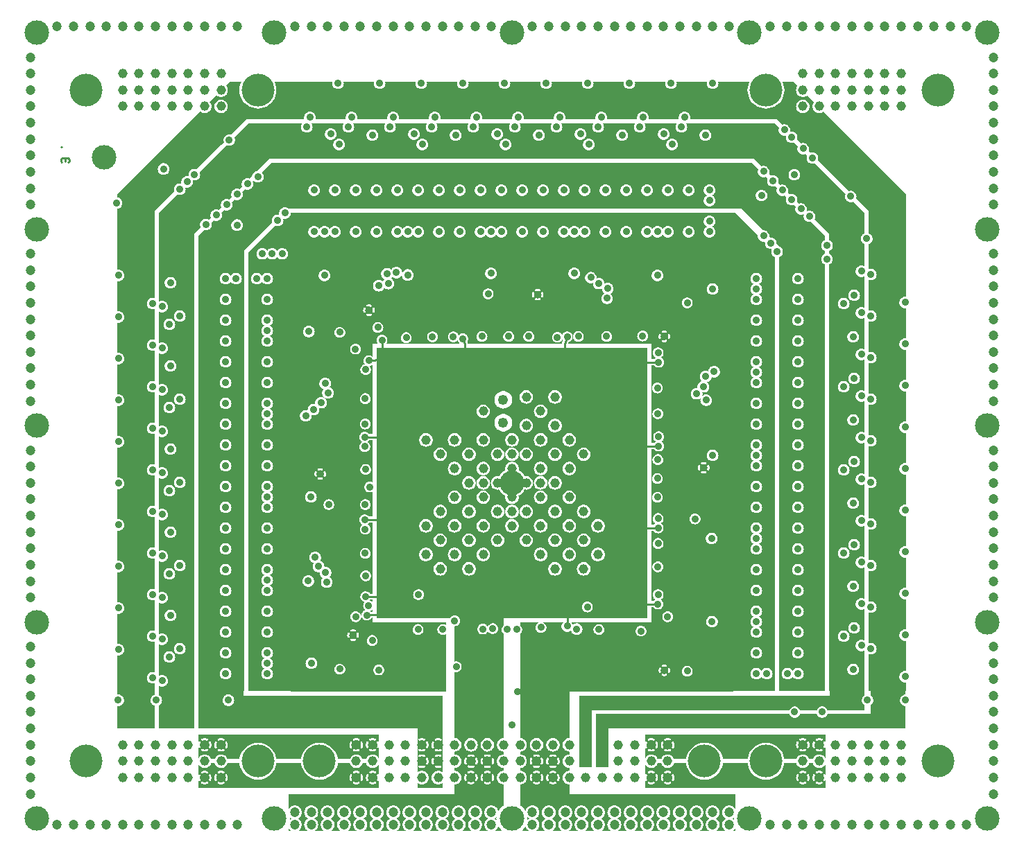
<source format=gbr>
G04 start of page 8 for group 6 idx 6 *
G04 Title: HETEPTANA, power *
G04 Creator: pcb 1.99z *
G04 CreationDate: Mo 30 Mär 2015 16:46:13 GMT UTC *
G04 For: stephan *
G04 Format: Gerber/RS-274X *
G04 PCB-Dimensions (mil): 5511.81 4724.41 *
G04 PCB-Coordinate-Origin: lower left *
%MOIN*%
%FSLAX25Y25*%
%LNPOWER*%
%ADD129C,0.0236*%
%ADD128C,0.0787*%
%ADD127C,0.0276*%
%ADD126C,0.0256*%
%ADD125C,0.0866*%
%ADD124C,0.0157*%
%ADD123C,0.0160*%
%ADD122C,0.0492*%
%ADD121C,0.0354*%
%ADD120C,0.0360*%
%ADD119C,0.1181*%
%ADD118C,0.0472*%
%ADD117C,0.1575*%
%ADD116C,0.0453*%
%ADD115C,0.0098*%
%ADD114C,0.0100*%
%ADD113C,0.0098*%
%ADD112C,0.0001*%
G54D112*G36*
X415349Y394380D02*X415354Y394380D01*
X415864Y394420D01*
X416361Y394539D01*
X416833Y394735D01*
X417269Y395002D01*
X417361Y395080D01*
X420671Y391770D01*
X420593Y391679D01*
X420325Y391243D01*
X420130Y390771D01*
X420010Y390273D01*
X419970Y389764D01*
X420010Y389254D01*
X420130Y388757D01*
X420325Y388285D01*
X420593Y387849D01*
X420925Y387460D01*
X421313Y387128D01*
X421749Y386861D01*
X422222Y386665D01*
X422719Y386546D01*
X423228Y386506D01*
X423738Y386546D01*
X424235Y386665D01*
X424707Y386861D01*
X425143Y387128D01*
X425235Y387206D01*
X465000Y347441D01*
X415349Y376270D01*
Y386506D01*
X415354Y386506D01*
X415864Y386546D01*
X416361Y386665D01*
X416833Y386861D01*
X417269Y387128D01*
X417658Y387460D01*
X417990Y387849D01*
X418257Y388285D01*
X418453Y388757D01*
X418572Y389254D01*
X418602Y389764D01*
X418572Y390273D01*
X418453Y390771D01*
X418257Y391243D01*
X417990Y391679D01*
X417658Y392068D01*
X417269Y392400D01*
X416833Y392667D01*
X416361Y392862D01*
X415864Y392982D01*
X415354Y393022D01*
X415349Y393021D01*
Y394380D01*
G37*
G36*
X135822D02*X135827Y394380D01*
X136336Y394420D01*
X136834Y394539D01*
X137306Y394735D01*
X137742Y395002D01*
X138131Y395334D01*
X138463Y395723D01*
X138730Y396159D01*
X138925Y396631D01*
X139045Y397128D01*
X139075Y397638D01*
X139045Y398147D01*
X138925Y398645D01*
X138730Y399117D01*
X138463Y399553D01*
X138301Y399742D01*
X140000Y401441D01*
X145531D01*
X145093Y400384D01*
X144767Y399028D01*
X144658Y397638D01*
X144767Y396248D01*
X145093Y394892D01*
X145626Y393604D01*
X146355Y392415D01*
X147260Y391355D01*
X148320Y390449D01*
X149509Y389721D01*
X150798Y389187D01*
X152153Y388862D01*
X153543Y388752D01*
X154933Y388862D01*
X156289Y389187D01*
X157577Y389721D01*
X158766Y390449D01*
X159826Y391355D01*
X160732Y392415D01*
X161460Y393604D01*
X161994Y394892D01*
X162320Y396248D01*
X162402Y397638D01*
X162320Y399028D01*
X161994Y400384D01*
X161556Y401441D01*
X189240D01*
X189226Y401380D01*
X189191Y400941D01*
X189226Y400502D01*
X189329Y400073D01*
X189497Y399666D01*
X189728Y399290D01*
X190014Y398955D01*
X190349Y398669D01*
X190725Y398438D01*
X191132Y398270D01*
X191561Y398167D01*
X192000Y398132D01*
X192439Y398167D01*
X192868Y398270D01*
X193275Y398438D01*
X193651Y398669D01*
X193986Y398955D01*
X194272Y399290D01*
X194503Y399666D01*
X194671Y400073D01*
X194774Y400502D01*
X194800Y400941D01*
X194774Y401380D01*
X194760Y401441D01*
X209241D01*
X209226Y401380D01*
X209191Y400941D01*
X209226Y400502D01*
X209329Y400073D01*
X209497Y399666D01*
X209728Y399290D01*
X210014Y398955D01*
X210349Y398669D01*
X210725Y398438D01*
X211132Y398270D01*
X211561Y398167D01*
X212000Y398132D01*
X212439Y398167D01*
X212868Y398270D01*
X213275Y398438D01*
X213651Y398669D01*
X213986Y398955D01*
X214272Y399290D01*
X214503Y399666D01*
X214671Y400073D01*
X214774Y400502D01*
X214800Y400941D01*
X214774Y401380D01*
X214759Y401441D01*
X229241D01*
X229226Y401380D01*
X229191Y400941D01*
X229226Y400502D01*
X229329Y400073D01*
X229497Y399666D01*
X229728Y399290D01*
X230014Y398955D01*
X230349Y398669D01*
X230725Y398438D01*
X231132Y398270D01*
X231561Y398167D01*
X232000Y398132D01*
X232439Y398167D01*
X232868Y398270D01*
X233275Y398438D01*
X233651Y398669D01*
X233986Y398955D01*
X234272Y399290D01*
X234503Y399666D01*
X234671Y400073D01*
X234774Y400502D01*
X234800Y400941D01*
X234774Y401380D01*
X234759Y401441D01*
X249241D01*
X249226Y401380D01*
X249191Y400941D01*
X249226Y400502D01*
X249329Y400073D01*
X249497Y399666D01*
X249728Y399290D01*
X250014Y398955D01*
X250349Y398669D01*
X250725Y398438D01*
X251132Y398270D01*
X251561Y398167D01*
X252000Y398132D01*
X252439Y398167D01*
X252868Y398270D01*
X253275Y398438D01*
X253651Y398669D01*
X253986Y398955D01*
X254272Y399290D01*
X254503Y399666D01*
X254671Y400073D01*
X254774Y400502D01*
X254800Y400941D01*
X254774Y401380D01*
X254759Y401441D01*
X269240D01*
X269226Y401380D01*
X269191Y400941D01*
X269226Y400502D01*
X269329Y400073D01*
X269497Y399666D01*
X269728Y399290D01*
X270014Y398955D01*
X270349Y398669D01*
X270725Y398438D01*
X271132Y398270D01*
X271561Y398167D01*
X272000Y398132D01*
X272439Y398167D01*
X272868Y398270D01*
X273275Y398438D01*
X273651Y398669D01*
X273986Y398955D01*
X274272Y399290D01*
X274503Y399666D01*
X274671Y400073D01*
X274774Y400502D01*
X274800Y400941D01*
X274774Y401380D01*
X274760Y401441D01*
X289240D01*
X289226Y401380D01*
X289191Y400941D01*
X289226Y400502D01*
X289329Y400073D01*
X289497Y399666D01*
X289728Y399290D01*
X290014Y398955D01*
X290349Y398669D01*
X290725Y398438D01*
X291132Y398270D01*
X291561Y398167D01*
X292000Y398132D01*
X292439Y398167D01*
X292868Y398270D01*
X293275Y398438D01*
X293651Y398669D01*
X293986Y398955D01*
X294272Y399290D01*
X294503Y399666D01*
X294671Y400073D01*
X294774Y400502D01*
X294800Y400941D01*
X294774Y401380D01*
X294760Y401441D01*
X309240D01*
X309226Y401380D01*
X309191Y400941D01*
X309226Y400502D01*
X309329Y400073D01*
X309497Y399666D01*
X309728Y399290D01*
X310014Y398955D01*
X310349Y398669D01*
X310725Y398438D01*
X311132Y398270D01*
X311561Y398167D01*
X312000Y398132D01*
X312439Y398167D01*
X312868Y398270D01*
X313275Y398438D01*
X313651Y398669D01*
X313986Y398955D01*
X314272Y399290D01*
X314503Y399666D01*
X314671Y400073D01*
X314774Y400502D01*
X314800Y400941D01*
X314774Y401380D01*
X314760Y401441D01*
X329240D01*
X329226Y401380D01*
X329191Y400941D01*
X329226Y400502D01*
X329329Y400073D01*
X329497Y399666D01*
X329728Y399290D01*
X330014Y398955D01*
X330349Y398669D01*
X330725Y398438D01*
X331132Y398270D01*
X331561Y398167D01*
X332000Y398132D01*
X332439Y398167D01*
X332868Y398270D01*
X333275Y398438D01*
X333651Y398669D01*
X333986Y398955D01*
X334272Y399290D01*
X334503Y399666D01*
X334671Y400073D01*
X334774Y400502D01*
X334800Y400941D01*
X334774Y401380D01*
X334760Y401441D01*
X349240D01*
X349226Y401380D01*
X349191Y400941D01*
X349226Y400502D01*
X349329Y400073D01*
X349497Y399666D01*
X349728Y399290D01*
X350014Y398955D01*
X350349Y398669D01*
X350725Y398438D01*
X351132Y398270D01*
X351561Y398167D01*
X352000Y398132D01*
X352439Y398167D01*
X352868Y398270D01*
X353275Y398438D01*
X353651Y398669D01*
X353986Y398955D01*
X354272Y399290D01*
X354503Y399666D01*
X354671Y400073D01*
X354774Y400502D01*
X354800Y400941D01*
X354774Y401380D01*
X354760Y401441D01*
X369240D01*
X369226Y401380D01*
X369191Y400941D01*
X369226Y400502D01*
X369329Y400073D01*
X369497Y399666D01*
X369728Y399290D01*
X370014Y398955D01*
X370349Y398669D01*
X370725Y398438D01*
X371132Y398270D01*
X371561Y398167D01*
X372000Y398132D01*
X372439Y398167D01*
X372868Y398270D01*
X373275Y398438D01*
X373651Y398669D01*
X373986Y398955D01*
X374272Y399290D01*
X374503Y399666D01*
X374671Y400073D01*
X374774Y400502D01*
X374800Y400941D01*
X374774Y401380D01*
X374760Y401441D01*
X389625D01*
X389187Y400384D01*
X388862Y399028D01*
X388752Y397638D01*
X388862Y396248D01*
X389187Y394892D01*
X389721Y393604D01*
X390449Y392415D01*
X391355Y391355D01*
X392415Y390449D01*
X393604Y389721D01*
X394892Y389187D01*
X396248Y388862D01*
X397638Y388752D01*
X399028Y388862D01*
X400384Y389187D01*
X401672Y389721D01*
X402861Y390449D01*
X403921Y391355D01*
X404826Y392415D01*
X405555Y393604D01*
X406088Y394892D01*
X406414Y396248D01*
X406496Y397638D01*
X406414Y399028D01*
X406088Y400384D01*
X405651Y401441D01*
X411000D01*
X412797Y399644D01*
X412719Y399553D01*
X412451Y399117D01*
X412256Y398645D01*
X412136Y398147D01*
X412096Y397638D01*
X412136Y397128D01*
X412256Y396631D01*
X412451Y396159D01*
X412719Y395723D01*
X413051Y395334D01*
X413439Y395002D01*
X413875Y394735D01*
X414348Y394539D01*
X414845Y394420D01*
X415349Y394380D01*
Y393021D01*
X414845Y392982D01*
X414348Y392862D01*
X413875Y392667D01*
X413439Y392400D01*
X413051Y392068D01*
X412719Y391679D01*
X412451Y391243D01*
X412256Y390771D01*
X412136Y390273D01*
X412096Y389764D01*
X412136Y389254D01*
X412256Y388757D01*
X412451Y388285D01*
X412719Y387849D01*
X413051Y387460D01*
X413439Y387128D01*
X413875Y386861D01*
X414348Y386665D01*
X414845Y386546D01*
X415349Y386506D01*
Y376270D01*
X408661Y380154D01*
X408455Y380396D01*
X408125Y380677D01*
X407755Y380904D01*
X407354Y381070D01*
X406932Y381171D01*
X406905Y381173D01*
X403000Y383441D01*
X361116D01*
X361171Y383573D01*
X361274Y384002D01*
X361300Y384441D01*
X361274Y384880D01*
X361171Y385309D01*
X361003Y385716D01*
X360772Y386092D01*
X360486Y386427D01*
X360151Y386713D01*
X359775Y386943D01*
X359368Y387112D01*
X358939Y387215D01*
X358500Y387250D01*
X358061Y387215D01*
X357632Y387112D01*
X357225Y386943D01*
X356849Y386713D01*
X356514Y386427D01*
X356228Y386092D01*
X355997Y385716D01*
X355829Y385309D01*
X355726Y384880D01*
X355691Y384441D01*
X355726Y384002D01*
X355829Y383573D01*
X355884Y383441D01*
X341116D01*
X341171Y383573D01*
X341274Y384002D01*
X341300Y384441D01*
X341274Y384880D01*
X341171Y385309D01*
X341003Y385716D01*
X340772Y386092D01*
X340486Y386427D01*
X340151Y386713D01*
X339775Y386943D01*
X339368Y387112D01*
X338939Y387215D01*
X338500Y387250D01*
X338061Y387215D01*
X337632Y387112D01*
X337225Y386943D01*
X336849Y386713D01*
X336514Y386427D01*
X336228Y386092D01*
X335997Y385716D01*
X335829Y385309D01*
X335726Y384880D01*
X335691Y384441D01*
X335726Y384002D01*
X335829Y383573D01*
X335884Y383441D01*
X321116D01*
X321171Y383573D01*
X321274Y384002D01*
X321300Y384441D01*
X321274Y384880D01*
X321171Y385309D01*
X321003Y385716D01*
X320772Y386092D01*
X320486Y386427D01*
X320151Y386713D01*
X319775Y386943D01*
X319368Y387112D01*
X318939Y387215D01*
X318500Y387250D01*
X318061Y387215D01*
X317632Y387112D01*
X317225Y386943D01*
X316849Y386713D01*
X316514Y386427D01*
X316228Y386092D01*
X315997Y385716D01*
X315829Y385309D01*
X315726Y384880D01*
X315691Y384441D01*
X315726Y384002D01*
X315829Y383573D01*
X315884Y383441D01*
X301116D01*
X301171Y383573D01*
X301274Y384002D01*
X301300Y384441D01*
X301274Y384880D01*
X301171Y385309D01*
X301003Y385716D01*
X300772Y386092D01*
X300486Y386427D01*
X300151Y386713D01*
X299775Y386943D01*
X299368Y387112D01*
X298939Y387215D01*
X298500Y387250D01*
X298061Y387215D01*
X297632Y387112D01*
X297225Y386943D01*
X296849Y386713D01*
X296514Y386427D01*
X296228Y386092D01*
X295997Y385716D01*
X295829Y385309D01*
X295726Y384880D01*
X295691Y384441D01*
X295726Y384002D01*
X295829Y383573D01*
X295884Y383441D01*
X281116D01*
X281171Y383573D01*
X281274Y384002D01*
X281300Y384441D01*
X281274Y384880D01*
X281171Y385309D01*
X281003Y385716D01*
X280772Y386092D01*
X280486Y386427D01*
X280151Y386713D01*
X279775Y386943D01*
X279368Y387112D01*
X278939Y387215D01*
X278500Y387250D01*
X278061Y387215D01*
X277632Y387112D01*
X277225Y386943D01*
X276849Y386713D01*
X276514Y386427D01*
X276228Y386092D01*
X275997Y385716D01*
X275829Y385309D01*
X275726Y384880D01*
X275691Y384441D01*
X275726Y384002D01*
X275829Y383573D01*
X275884Y383441D01*
X261116D01*
X261171Y383573D01*
X261274Y384002D01*
X261300Y384441D01*
X261274Y384880D01*
X261171Y385309D01*
X261003Y385716D01*
X260772Y386092D01*
X260486Y386427D01*
X260151Y386713D01*
X259775Y386943D01*
X259368Y387112D01*
X258939Y387215D01*
X258500Y387250D01*
X258061Y387215D01*
X257632Y387112D01*
X257225Y386943D01*
X256849Y386713D01*
X256514Y386427D01*
X256228Y386092D01*
X255997Y385716D01*
X255829Y385309D01*
X255726Y384880D01*
X255691Y384441D01*
X255726Y384002D01*
X255829Y383573D01*
X255884Y383441D01*
X241116D01*
X241171Y383573D01*
X241274Y384002D01*
X241300Y384441D01*
X241274Y384880D01*
X241171Y385309D01*
X241003Y385716D01*
X240772Y386092D01*
X240486Y386427D01*
X240151Y386713D01*
X239775Y386943D01*
X239368Y387112D01*
X238939Y387215D01*
X238500Y387250D01*
X238061Y387215D01*
X237632Y387112D01*
X237225Y386943D01*
X236849Y386713D01*
X236514Y386427D01*
X236228Y386092D01*
X235997Y385716D01*
X235829Y385309D01*
X235726Y384880D01*
X235691Y384441D01*
X235726Y384002D01*
X235829Y383573D01*
X235884Y383441D01*
X221116D01*
X221171Y383573D01*
X221274Y384002D01*
X221300Y384441D01*
X221274Y384880D01*
X221171Y385309D01*
X221003Y385716D01*
X220772Y386092D01*
X220486Y386427D01*
X220151Y386713D01*
X219775Y386943D01*
X219368Y387112D01*
X218939Y387215D01*
X218500Y387250D01*
X218061Y387215D01*
X217632Y387112D01*
X217225Y386943D01*
X216849Y386713D01*
X216514Y386427D01*
X216228Y386092D01*
X215997Y385716D01*
X215829Y385309D01*
X215726Y384880D01*
X215691Y384441D01*
X215726Y384002D01*
X215829Y383573D01*
X215884Y383441D01*
X201116D01*
X201171Y383573D01*
X201274Y384002D01*
X201300Y384441D01*
X201274Y384880D01*
X201171Y385309D01*
X201003Y385716D01*
X200772Y386092D01*
X200486Y386427D01*
X200151Y386713D01*
X199775Y386943D01*
X199368Y387112D01*
X198939Y387215D01*
X198500Y387250D01*
X198061Y387215D01*
X197632Y387112D01*
X197225Y386943D01*
X196849Y386713D01*
X196514Y386427D01*
X196228Y386092D01*
X195997Y385716D01*
X195829Y385309D01*
X195726Y384880D01*
X195691Y384441D01*
X195726Y384002D01*
X195829Y383573D01*
X195884Y383441D01*
X181116D01*
X181171Y383573D01*
X181274Y384002D01*
X181300Y384441D01*
X181274Y384880D01*
X181171Y385309D01*
X181003Y385716D01*
X180772Y386092D01*
X180486Y386427D01*
X180151Y386713D01*
X179775Y386943D01*
X179368Y387112D01*
X178939Y387215D01*
X178500Y387250D01*
X178061Y387215D01*
X177632Y387112D01*
X177225Y386943D01*
X176849Y386713D01*
X176514Y386427D01*
X176228Y386092D01*
X175997Y385716D01*
X175829Y385309D01*
X175726Y384880D01*
X175691Y384441D01*
X175726Y384002D01*
X175829Y383573D01*
X175884Y383441D01*
X148000D01*
X135822Y376370D01*
Y386506D01*
X135827Y386506D01*
X136336Y386546D01*
X136834Y386665D01*
X137306Y386861D01*
X137742Y387128D01*
X138131Y387460D01*
X138463Y387849D01*
X138730Y388285D01*
X138925Y388757D01*
X139045Y389254D01*
X139075Y389764D01*
X139045Y390273D01*
X138925Y390771D01*
X138730Y391243D01*
X138463Y391679D01*
X138131Y392068D01*
X137742Y392400D01*
X137306Y392667D01*
X136834Y392862D01*
X136336Y392982D01*
X135827Y393022D01*
X135822Y393021D01*
Y394380D01*
G37*
G36*
X86000Y347441D02*X125849Y387290D01*
X126038Y387128D01*
X126474Y386861D01*
X126946Y386665D01*
X127443Y386546D01*
X127953Y386506D01*
X128462Y386546D01*
X128960Y386665D01*
X129432Y386861D01*
X129868Y387128D01*
X130257Y387460D01*
X130589Y387849D01*
X130856Y388285D01*
X131051Y388757D01*
X131171Y389254D01*
X131201Y389764D01*
X131171Y390273D01*
X131051Y390771D01*
X130856Y391243D01*
X130589Y391679D01*
X130427Y391868D01*
X133723Y395164D01*
X133912Y395002D01*
X134348Y394735D01*
X134820Y394539D01*
X135317Y394420D01*
X135822Y394380D01*
Y393021D01*
X135317Y392982D01*
X134820Y392862D01*
X134348Y392667D01*
X133912Y392400D01*
X133523Y392068D01*
X133191Y391679D01*
X132924Y391243D01*
X132728Y390771D01*
X132609Y390273D01*
X132569Y389764D01*
X132609Y389254D01*
X132728Y388757D01*
X132924Y388285D01*
X133191Y387849D01*
X133523Y387460D01*
X133912Y387128D01*
X134348Y386861D01*
X134820Y386665D01*
X135317Y386546D01*
X135822Y386506D01*
Y376370D01*
X110329Y361568D01*
X110236Y361677D01*
X109901Y361963D01*
X109525Y362193D01*
X109118Y362362D01*
X108689Y362465D01*
X108250Y362500D01*
X107811Y362465D01*
X107382Y362362D01*
X106975Y362193D01*
X106599Y361963D01*
X106264Y361677D01*
X105978Y361342D01*
X105747Y360966D01*
X105579Y360559D01*
X105476Y360130D01*
X105441Y359691D01*
X105476Y359252D01*
X105579Y358823D01*
X105583Y358812D01*
X86000Y347441D01*
G37*
G36*
X368496Y381441D02*X402000D01*
X403951Y379490D01*
X403871Y379295D01*
X403770Y378873D01*
X403736Y378441D01*
X403770Y378008D01*
X403871Y377587D01*
X404037Y377186D01*
X404264Y376816D01*
X404545Y376486D01*
X404875Y376204D01*
X405245Y375978D01*
X405646Y375812D01*
X406068Y375711D01*
X406500Y375677D01*
X406932Y375711D01*
X407354Y375812D01*
X407383Y375824D01*
X407371Y375795D01*
X407270Y375373D01*
X407236Y374941D01*
X407270Y374508D01*
X407371Y374087D01*
X407537Y373686D01*
X407764Y373316D01*
X408045Y372986D01*
X408375Y372704D01*
X408745Y372478D01*
X409146Y372312D01*
X409568Y372211D01*
X410000Y372177D01*
X410432Y372211D01*
X410854Y372312D01*
X411049Y372392D01*
X412951Y370490D01*
X412871Y370295D01*
X412770Y369873D01*
X412736Y369441D01*
X412770Y369008D01*
X412871Y368587D01*
X413037Y368186D01*
X413264Y367816D01*
X413545Y367486D01*
X413875Y367204D01*
X414245Y366978D01*
X414646Y366812D01*
X415068Y366711D01*
X415500Y366677D01*
X415932Y366711D01*
X416354Y366812D01*
X416549Y366892D01*
X417451Y365990D01*
X417371Y365795D01*
X417270Y365373D01*
X417236Y364941D01*
X417270Y364508D01*
X417371Y364087D01*
X417537Y363686D01*
X417764Y363316D01*
X418045Y362986D01*
X418375Y362704D01*
X418745Y362478D01*
X419146Y362312D01*
X419568Y362211D01*
X420000Y362177D01*
X420432Y362211D01*
X420854Y362312D01*
X421049Y362392D01*
X435866Y347575D01*
X435757Y347311D01*
X435655Y346889D01*
X435621Y346457D01*
X435655Y346024D01*
X435757Y345602D01*
X435923Y345202D01*
X436149Y344832D01*
X436431Y344502D01*
X436761Y344220D01*
X437131Y343994D01*
X437532Y343828D01*
X437953Y343726D01*
X438386Y343692D01*
X438818Y343726D01*
X439240Y343828D01*
X439504Y343937D01*
X445000Y338441D01*
X412399Y354434D01*
X412505Y354478D01*
X412875Y354704D01*
X413205Y354986D01*
X413486Y355316D01*
X413713Y355686D01*
X413879Y356087D01*
X413980Y356508D01*
X414006Y356941D01*
X413980Y357373D01*
X413879Y357795D01*
X413713Y358196D01*
X413486Y358566D01*
X413205Y358896D01*
X412875Y359177D01*
X412505Y359404D01*
X412104Y359570D01*
X411682Y359671D01*
X411250Y359705D01*
X410818Y359671D01*
X410396Y359570D01*
X409995Y359404D01*
X409625Y359177D01*
X409295Y358896D01*
X409014Y358566D01*
X408787Y358196D01*
X408621Y357795D01*
X408520Y357373D01*
X408486Y356941D01*
X408520Y356508D01*
X408566Y356314D01*
X392000Y364441D01*
X368496D01*
Y373133D01*
X368500Y373132D01*
X368939Y373167D01*
X369368Y373270D01*
X369775Y373438D01*
X370151Y373669D01*
X370486Y373955D01*
X370772Y374290D01*
X371003Y374666D01*
X371171Y375073D01*
X371274Y375502D01*
X371300Y375941D01*
X371274Y376380D01*
X371171Y376809D01*
X371003Y377216D01*
X370772Y377592D01*
X370486Y377927D01*
X370151Y378213D01*
X369775Y378443D01*
X369368Y378612D01*
X368939Y378715D01*
X368500Y378750D01*
X368496Y378749D01*
Y381441D01*
G37*
G36*
X352496D02*X354635D01*
X354497Y381216D01*
X354329Y380809D01*
X354226Y380380D01*
X354191Y379941D01*
X354226Y379502D01*
X354329Y379073D01*
X354497Y378666D01*
X354728Y378290D01*
X355014Y377955D01*
X355349Y377669D01*
X355725Y377438D01*
X356132Y377270D01*
X356561Y377167D01*
X357000Y377132D01*
X357439Y377167D01*
X357868Y377270D01*
X358275Y377438D01*
X358651Y377669D01*
X358986Y377955D01*
X359272Y378290D01*
X359503Y378666D01*
X359671Y379073D01*
X359774Y379502D01*
X359800Y379941D01*
X359774Y380380D01*
X359671Y380809D01*
X359503Y381216D01*
X359365Y381441D01*
X368496D01*
Y378749D01*
X368061Y378715D01*
X367632Y378612D01*
X367225Y378443D01*
X366849Y378213D01*
X366514Y377927D01*
X366228Y377592D01*
X365997Y377216D01*
X365829Y376809D01*
X365726Y376380D01*
X365691Y375941D01*
X365726Y375502D01*
X365829Y375073D01*
X365997Y374666D01*
X366228Y374290D01*
X366514Y373955D01*
X366849Y373669D01*
X367225Y373438D01*
X367632Y373270D01*
X368061Y373167D01*
X368496Y373133D01*
Y364441D01*
X352496D01*
Y368633D01*
X352500Y368632D01*
X352939Y368667D01*
X353368Y368770D01*
X353775Y368938D01*
X354151Y369169D01*
X354486Y369455D01*
X354772Y369790D01*
X355003Y370166D01*
X355171Y370573D01*
X355274Y371002D01*
X355300Y371441D01*
X355274Y371880D01*
X355171Y372309D01*
X355003Y372716D01*
X354772Y373092D01*
X354486Y373427D01*
X354151Y373713D01*
X353775Y373943D01*
X353368Y374112D01*
X352939Y374215D01*
X352500Y374250D01*
X352496Y374249D01*
Y381441D01*
G37*
G36*
X348496D02*X352496D01*
Y374249D01*
X352061Y374215D01*
X351632Y374112D01*
X351225Y373943D01*
X350849Y373713D01*
X350514Y373427D01*
X350228Y373092D01*
X349997Y372716D01*
X349829Y372309D01*
X349726Y371880D01*
X349691Y371441D01*
X349726Y371002D01*
X349829Y370573D01*
X349997Y370166D01*
X350228Y369790D01*
X350514Y369455D01*
X350849Y369169D01*
X351225Y368938D01*
X351632Y368770D01*
X352061Y368667D01*
X352496Y368633D01*
Y364441D01*
X348496D01*
Y373633D01*
X348500Y373632D01*
X348939Y373667D01*
X349368Y373770D01*
X349775Y373938D01*
X350151Y374169D01*
X350486Y374455D01*
X350772Y374790D01*
X351003Y375166D01*
X351171Y375573D01*
X351274Y376002D01*
X351300Y376441D01*
X351274Y376880D01*
X351171Y377309D01*
X351003Y377716D01*
X350772Y378092D01*
X350486Y378427D01*
X350151Y378713D01*
X349775Y378943D01*
X349368Y379112D01*
X348939Y379215D01*
X348500Y379250D01*
X348496Y379249D01*
Y381441D01*
G37*
G36*
X328496D02*X334635D01*
X334497Y381216D01*
X334329Y380809D01*
X334226Y380380D01*
X334191Y379941D01*
X334226Y379502D01*
X334329Y379073D01*
X334497Y378666D01*
X334728Y378290D01*
X335014Y377955D01*
X335349Y377669D01*
X335725Y377438D01*
X336132Y377270D01*
X336561Y377167D01*
X337000Y377132D01*
X337439Y377167D01*
X337868Y377270D01*
X338275Y377438D01*
X338651Y377669D01*
X338986Y377955D01*
X339272Y378290D01*
X339503Y378666D01*
X339671Y379073D01*
X339774Y379502D01*
X339800Y379941D01*
X339774Y380380D01*
X339671Y380809D01*
X339503Y381216D01*
X339365Y381441D01*
X348496D01*
Y379249D01*
X348061Y379215D01*
X347632Y379112D01*
X347225Y378943D01*
X346849Y378713D01*
X346514Y378427D01*
X346228Y378092D01*
X345997Y377716D01*
X345829Y377309D01*
X345726Y376880D01*
X345691Y376441D01*
X345726Y376002D01*
X345829Y375573D01*
X345997Y375166D01*
X346228Y374790D01*
X346514Y374455D01*
X346849Y374169D01*
X347225Y373938D01*
X347632Y373770D01*
X348061Y373667D01*
X348496Y373633D01*
Y364441D01*
X328496D01*
Y373133D01*
X328500Y373132D01*
X328939Y373167D01*
X329368Y373270D01*
X329775Y373438D01*
X330151Y373669D01*
X330486Y373955D01*
X330772Y374290D01*
X331003Y374666D01*
X331171Y375073D01*
X331274Y375502D01*
X331300Y375941D01*
X331274Y376380D01*
X331171Y376809D01*
X331003Y377216D01*
X330772Y377592D01*
X330486Y377927D01*
X330151Y378213D01*
X329775Y378443D01*
X329368Y378612D01*
X328939Y378715D01*
X328500Y378750D01*
X328496Y378749D01*
Y381441D01*
G37*
G36*
X312496D02*X314635D01*
X314497Y381216D01*
X314329Y380809D01*
X314226Y380380D01*
X314191Y379941D01*
X314226Y379502D01*
X314329Y379073D01*
X314497Y378666D01*
X314728Y378290D01*
X315014Y377955D01*
X315349Y377669D01*
X315725Y377438D01*
X316132Y377270D01*
X316561Y377167D01*
X317000Y377132D01*
X317439Y377167D01*
X317868Y377270D01*
X318275Y377438D01*
X318651Y377669D01*
X318986Y377955D01*
X319272Y378290D01*
X319503Y378666D01*
X319671Y379073D01*
X319774Y379502D01*
X319800Y379941D01*
X319774Y380380D01*
X319671Y380809D01*
X319503Y381216D01*
X319365Y381441D01*
X328496D01*
Y378749D01*
X328061Y378715D01*
X327632Y378612D01*
X327225Y378443D01*
X326849Y378213D01*
X326514Y377927D01*
X326228Y377592D01*
X325997Y377216D01*
X325829Y376809D01*
X325726Y376380D01*
X325691Y375941D01*
X325726Y375502D01*
X325829Y375073D01*
X325997Y374666D01*
X326228Y374290D01*
X326514Y373955D01*
X326849Y373669D01*
X327225Y373438D01*
X327632Y373270D01*
X328061Y373167D01*
X328496Y373133D01*
Y364441D01*
X312496D01*
Y368633D01*
X312500Y368632D01*
X312939Y368667D01*
X313368Y368770D01*
X313775Y368938D01*
X314151Y369169D01*
X314486Y369455D01*
X314772Y369790D01*
X315003Y370166D01*
X315171Y370573D01*
X315274Y371002D01*
X315300Y371441D01*
X315274Y371880D01*
X315171Y372309D01*
X315003Y372716D01*
X314772Y373092D01*
X314486Y373427D01*
X314151Y373713D01*
X313775Y373943D01*
X313368Y374112D01*
X312939Y374215D01*
X312500Y374250D01*
X312496Y374249D01*
Y381441D01*
G37*
G36*
X308496D02*X312496D01*
Y374249D01*
X312061Y374215D01*
X311632Y374112D01*
X311225Y373943D01*
X310849Y373713D01*
X310514Y373427D01*
X310228Y373092D01*
X309997Y372716D01*
X309829Y372309D01*
X309726Y371880D01*
X309691Y371441D01*
X309726Y371002D01*
X309829Y370573D01*
X309997Y370166D01*
X310228Y369790D01*
X310514Y369455D01*
X310849Y369169D01*
X311225Y368938D01*
X311632Y368770D01*
X312061Y368667D01*
X312496Y368633D01*
Y364441D01*
X308496D01*
Y373633D01*
X308500Y373632D01*
X308939Y373667D01*
X309368Y373770D01*
X309775Y373938D01*
X310151Y374169D01*
X310486Y374455D01*
X310772Y374790D01*
X311003Y375166D01*
X311171Y375573D01*
X311274Y376002D01*
X311300Y376441D01*
X311274Y376880D01*
X311171Y377309D01*
X311003Y377716D01*
X310772Y378092D01*
X310486Y378427D01*
X310151Y378713D01*
X309775Y378943D01*
X309368Y379112D01*
X308939Y379215D01*
X308500Y379250D01*
X308496Y379249D01*
Y381441D01*
G37*
G36*
X288496D02*X294635D01*
X294497Y381216D01*
X294329Y380809D01*
X294226Y380380D01*
X294191Y379941D01*
X294226Y379502D01*
X294329Y379073D01*
X294497Y378666D01*
X294728Y378290D01*
X295014Y377955D01*
X295349Y377669D01*
X295725Y377438D01*
X296132Y377270D01*
X296561Y377167D01*
X297000Y377132D01*
X297439Y377167D01*
X297868Y377270D01*
X298275Y377438D01*
X298651Y377669D01*
X298986Y377955D01*
X299272Y378290D01*
X299503Y378666D01*
X299671Y379073D01*
X299774Y379502D01*
X299800Y379941D01*
X299774Y380380D01*
X299671Y380809D01*
X299503Y381216D01*
X299365Y381441D01*
X308496D01*
Y379249D01*
X308061Y379215D01*
X307632Y379112D01*
X307225Y378943D01*
X306849Y378713D01*
X306514Y378427D01*
X306228Y378092D01*
X305997Y377716D01*
X305829Y377309D01*
X305726Y376880D01*
X305691Y376441D01*
X305726Y376002D01*
X305829Y375573D01*
X305997Y375166D01*
X306228Y374790D01*
X306514Y374455D01*
X306849Y374169D01*
X307225Y373938D01*
X307632Y373770D01*
X308061Y373667D01*
X308496Y373633D01*
Y364441D01*
X288496D01*
Y373133D01*
X288500Y373132D01*
X288939Y373167D01*
X289368Y373270D01*
X289775Y373438D01*
X290151Y373669D01*
X290486Y373955D01*
X290772Y374290D01*
X291003Y374666D01*
X291171Y375073D01*
X291274Y375502D01*
X291300Y375941D01*
X291274Y376380D01*
X291171Y376809D01*
X291003Y377216D01*
X290772Y377592D01*
X290486Y377927D01*
X290151Y378213D01*
X289775Y378443D01*
X289368Y378612D01*
X288939Y378715D01*
X288500Y378750D01*
X288496Y378749D01*
Y381441D01*
G37*
G36*
X272496D02*X274635D01*
X274497Y381216D01*
X274329Y380809D01*
X274226Y380380D01*
X274191Y379941D01*
X274226Y379502D01*
X274329Y379073D01*
X274497Y378666D01*
X274728Y378290D01*
X275014Y377955D01*
X275349Y377669D01*
X275725Y377438D01*
X276132Y377270D01*
X276561Y377167D01*
X277000Y377132D01*
X277439Y377167D01*
X277868Y377270D01*
X278275Y377438D01*
X278651Y377669D01*
X278986Y377955D01*
X279272Y378290D01*
X279503Y378666D01*
X279671Y379073D01*
X279774Y379502D01*
X279800Y379941D01*
X279774Y380380D01*
X279671Y380809D01*
X279503Y381216D01*
X279365Y381441D01*
X288496D01*
Y378749D01*
X288061Y378715D01*
X287632Y378612D01*
X287225Y378443D01*
X286849Y378213D01*
X286514Y377927D01*
X286228Y377592D01*
X285997Y377216D01*
X285829Y376809D01*
X285726Y376380D01*
X285691Y375941D01*
X285726Y375502D01*
X285829Y375073D01*
X285997Y374666D01*
X286228Y374290D01*
X286514Y373955D01*
X286849Y373669D01*
X287225Y373438D01*
X287632Y373270D01*
X288061Y373167D01*
X288496Y373133D01*
Y364441D01*
X272496D01*
Y368633D01*
X272500Y368632D01*
X272939Y368667D01*
X273368Y368770D01*
X273775Y368938D01*
X274151Y369169D01*
X274486Y369455D01*
X274772Y369790D01*
X275003Y370166D01*
X275171Y370573D01*
X275274Y371002D01*
X275300Y371441D01*
X275274Y371880D01*
X275171Y372309D01*
X275003Y372716D01*
X274772Y373092D01*
X274486Y373427D01*
X274151Y373713D01*
X273775Y373943D01*
X273368Y374112D01*
X272939Y374215D01*
X272500Y374250D01*
X272496Y374249D01*
Y381441D01*
G37*
G36*
X268496D02*X272496D01*
Y374249D01*
X272061Y374215D01*
X271632Y374112D01*
X271225Y373943D01*
X270849Y373713D01*
X270514Y373427D01*
X270228Y373092D01*
X269997Y372716D01*
X269829Y372309D01*
X269726Y371880D01*
X269691Y371441D01*
X269726Y371002D01*
X269829Y370573D01*
X269997Y370166D01*
X270228Y369790D01*
X270514Y369455D01*
X270849Y369169D01*
X271225Y368938D01*
X271632Y368770D01*
X272061Y368667D01*
X272496Y368633D01*
Y364441D01*
X268496D01*
Y373633D01*
X268500Y373632D01*
X268939Y373667D01*
X269368Y373770D01*
X269775Y373938D01*
X270151Y374169D01*
X270486Y374455D01*
X270772Y374790D01*
X271003Y375166D01*
X271171Y375573D01*
X271274Y376002D01*
X271300Y376441D01*
X271274Y376880D01*
X271171Y377309D01*
X271003Y377716D01*
X270772Y378092D01*
X270486Y378427D01*
X270151Y378713D01*
X269775Y378943D01*
X269368Y379112D01*
X268939Y379215D01*
X268500Y379250D01*
X268496Y379249D01*
Y381441D01*
G37*
G36*
X248496D02*X254635D01*
X254497Y381216D01*
X254329Y380809D01*
X254226Y380380D01*
X254191Y379941D01*
X254226Y379502D01*
X254329Y379073D01*
X254497Y378666D01*
X254728Y378290D01*
X255014Y377955D01*
X255349Y377669D01*
X255725Y377438D01*
X256132Y377270D01*
X256561Y377167D01*
X257000Y377132D01*
X257439Y377167D01*
X257868Y377270D01*
X258275Y377438D01*
X258651Y377669D01*
X258986Y377955D01*
X259272Y378290D01*
X259503Y378666D01*
X259671Y379073D01*
X259774Y379502D01*
X259800Y379941D01*
X259774Y380380D01*
X259671Y380809D01*
X259503Y381216D01*
X259365Y381441D01*
X268496D01*
Y379249D01*
X268061Y379215D01*
X267632Y379112D01*
X267225Y378943D01*
X266849Y378713D01*
X266514Y378427D01*
X266228Y378092D01*
X265997Y377716D01*
X265829Y377309D01*
X265726Y376880D01*
X265691Y376441D01*
X265726Y376002D01*
X265829Y375573D01*
X265997Y375166D01*
X266228Y374790D01*
X266514Y374455D01*
X266849Y374169D01*
X267225Y373938D01*
X267632Y373770D01*
X268061Y373667D01*
X268496Y373633D01*
Y364441D01*
X248496D01*
Y373133D01*
X248500Y373132D01*
X248939Y373167D01*
X249368Y373270D01*
X249775Y373438D01*
X250151Y373669D01*
X250486Y373955D01*
X250772Y374290D01*
X251003Y374666D01*
X251171Y375073D01*
X251274Y375502D01*
X251300Y375941D01*
X251274Y376380D01*
X251171Y376809D01*
X251003Y377216D01*
X250772Y377592D01*
X250486Y377927D01*
X250151Y378213D01*
X249775Y378443D01*
X249368Y378612D01*
X248939Y378715D01*
X248500Y378750D01*
X248496Y378749D01*
Y381441D01*
G37*
G36*
X232496D02*X234635D01*
X234497Y381216D01*
X234329Y380809D01*
X234226Y380380D01*
X234191Y379941D01*
X234226Y379502D01*
X234329Y379073D01*
X234497Y378666D01*
X234728Y378290D01*
X235014Y377955D01*
X235349Y377669D01*
X235725Y377438D01*
X236132Y377270D01*
X236561Y377167D01*
X237000Y377132D01*
X237439Y377167D01*
X237868Y377270D01*
X238275Y377438D01*
X238651Y377669D01*
X238986Y377955D01*
X239272Y378290D01*
X239503Y378666D01*
X239671Y379073D01*
X239774Y379502D01*
X239800Y379941D01*
X239774Y380380D01*
X239671Y380809D01*
X239503Y381216D01*
X239365Y381441D01*
X248496D01*
Y378749D01*
X248061Y378715D01*
X247632Y378612D01*
X247225Y378443D01*
X246849Y378213D01*
X246514Y377927D01*
X246228Y377592D01*
X245997Y377216D01*
X245829Y376809D01*
X245726Y376380D01*
X245691Y375941D01*
X245726Y375502D01*
X245829Y375073D01*
X245997Y374666D01*
X246228Y374290D01*
X246514Y373955D01*
X246849Y373669D01*
X247225Y373438D01*
X247632Y373270D01*
X248061Y373167D01*
X248496Y373133D01*
Y364441D01*
X232496D01*
Y368633D01*
X232500Y368632D01*
X232939Y368667D01*
X233368Y368770D01*
X233775Y368938D01*
X234151Y369169D01*
X234486Y369455D01*
X234772Y369790D01*
X235003Y370166D01*
X235171Y370573D01*
X235274Y371002D01*
X235300Y371441D01*
X235274Y371880D01*
X235171Y372309D01*
X235003Y372716D01*
X234772Y373092D01*
X234486Y373427D01*
X234151Y373713D01*
X233775Y373943D01*
X233368Y374112D01*
X232939Y374215D01*
X232500Y374250D01*
X232496Y374249D01*
Y381441D01*
G37*
G36*
X228496D02*X232496D01*
Y374249D01*
X232061Y374215D01*
X231632Y374112D01*
X231225Y373943D01*
X230849Y373713D01*
X230514Y373427D01*
X230228Y373092D01*
X229997Y372716D01*
X229829Y372309D01*
X229726Y371880D01*
X229691Y371441D01*
X229726Y371002D01*
X229829Y370573D01*
X229997Y370166D01*
X230228Y369790D01*
X230514Y369455D01*
X230849Y369169D01*
X231225Y368938D01*
X231632Y368770D01*
X232061Y368667D01*
X232496Y368633D01*
Y364441D01*
X228496D01*
Y373633D01*
X228500Y373632D01*
X228939Y373667D01*
X229368Y373770D01*
X229775Y373938D01*
X230151Y374169D01*
X230486Y374455D01*
X230772Y374790D01*
X231003Y375166D01*
X231171Y375573D01*
X231274Y376002D01*
X231300Y376441D01*
X231274Y376880D01*
X231171Y377309D01*
X231003Y377716D01*
X230772Y378092D01*
X230486Y378427D01*
X230151Y378713D01*
X229775Y378943D01*
X229368Y379112D01*
X228939Y379215D01*
X228500Y379250D01*
X228496Y379249D01*
Y381441D01*
G37*
G36*
X208496D02*X214635D01*
X214497Y381216D01*
X214329Y380809D01*
X214226Y380380D01*
X214191Y379941D01*
X214226Y379502D01*
X214329Y379073D01*
X214497Y378666D01*
X214728Y378290D01*
X215014Y377955D01*
X215349Y377669D01*
X215725Y377438D01*
X216132Y377270D01*
X216561Y377167D01*
X217000Y377132D01*
X217439Y377167D01*
X217868Y377270D01*
X218275Y377438D01*
X218651Y377669D01*
X218986Y377955D01*
X219272Y378290D01*
X219503Y378666D01*
X219671Y379073D01*
X219774Y379502D01*
X219800Y379941D01*
X219774Y380380D01*
X219671Y380809D01*
X219503Y381216D01*
X219365Y381441D01*
X228496D01*
Y379249D01*
X228061Y379215D01*
X227632Y379112D01*
X227225Y378943D01*
X226849Y378713D01*
X226514Y378427D01*
X226228Y378092D01*
X225997Y377716D01*
X225829Y377309D01*
X225726Y376880D01*
X225691Y376441D01*
X225726Y376002D01*
X225829Y375573D01*
X225997Y375166D01*
X226228Y374790D01*
X226514Y374455D01*
X226849Y374169D01*
X227225Y373938D01*
X227632Y373770D01*
X228061Y373667D01*
X228496Y373633D01*
Y364441D01*
X208496D01*
Y373133D01*
X208500Y373132D01*
X208939Y373167D01*
X209368Y373270D01*
X209775Y373438D01*
X210151Y373669D01*
X210486Y373955D01*
X210772Y374290D01*
X211003Y374666D01*
X211171Y375073D01*
X211274Y375502D01*
X211300Y375941D01*
X211274Y376380D01*
X211171Y376809D01*
X211003Y377216D01*
X210772Y377592D01*
X210486Y377927D01*
X210151Y378213D01*
X209775Y378443D01*
X209368Y378612D01*
X208939Y378715D01*
X208500Y378750D01*
X208496Y378749D01*
Y381441D01*
G37*
G36*
X192496D02*X194635D01*
X194497Y381216D01*
X194329Y380809D01*
X194226Y380380D01*
X194191Y379941D01*
X194226Y379502D01*
X194329Y379073D01*
X194497Y378666D01*
X194728Y378290D01*
X195014Y377955D01*
X195349Y377669D01*
X195725Y377438D01*
X196132Y377270D01*
X196561Y377167D01*
X197000Y377132D01*
X197439Y377167D01*
X197868Y377270D01*
X198275Y377438D01*
X198651Y377669D01*
X198986Y377955D01*
X199272Y378290D01*
X199503Y378666D01*
X199671Y379073D01*
X199774Y379502D01*
X199800Y379941D01*
X199774Y380380D01*
X199671Y380809D01*
X199503Y381216D01*
X199365Y381441D01*
X208496D01*
Y378749D01*
X208061Y378715D01*
X207632Y378612D01*
X207225Y378443D01*
X206849Y378213D01*
X206514Y377927D01*
X206228Y377592D01*
X205997Y377216D01*
X205829Y376809D01*
X205726Y376380D01*
X205691Y375941D01*
X205726Y375502D01*
X205829Y375073D01*
X205997Y374666D01*
X206228Y374290D01*
X206514Y373955D01*
X206849Y373669D01*
X207225Y373438D01*
X207632Y373270D01*
X208061Y373167D01*
X208496Y373133D01*
Y364441D01*
X192496D01*
Y368633D01*
X192500Y368632D01*
X192939Y368667D01*
X193368Y368770D01*
X193775Y368938D01*
X194151Y369169D01*
X194486Y369455D01*
X194772Y369790D01*
X195003Y370166D01*
X195171Y370573D01*
X195274Y371002D01*
X195300Y371441D01*
X195274Y371880D01*
X195171Y372309D01*
X195003Y372716D01*
X194772Y373092D01*
X194486Y373427D01*
X194151Y373713D01*
X193775Y373943D01*
X193368Y374112D01*
X192939Y374215D01*
X192500Y374250D01*
X192496Y374249D01*
Y381441D01*
G37*
G36*
X188496D02*X192496D01*
Y374249D01*
X192061Y374215D01*
X191632Y374112D01*
X191225Y373943D01*
X190849Y373713D01*
X190514Y373427D01*
X190228Y373092D01*
X189997Y372716D01*
X189829Y372309D01*
X189726Y371880D01*
X189691Y371441D01*
X189726Y371002D01*
X189829Y370573D01*
X189997Y370166D01*
X190228Y369790D01*
X190514Y369455D01*
X190849Y369169D01*
X191225Y368938D01*
X191632Y368770D01*
X192061Y368667D01*
X192496Y368633D01*
Y364441D01*
X188496D01*
Y373633D01*
X188500Y373632D01*
X188939Y373667D01*
X189368Y373770D01*
X189775Y373938D01*
X190151Y374169D01*
X190486Y374455D01*
X190772Y374790D01*
X191003Y375166D01*
X191171Y375573D01*
X191274Y376002D01*
X191300Y376441D01*
X191274Y376880D01*
X191171Y377309D01*
X191003Y377716D01*
X190772Y378092D01*
X190486Y378427D01*
X190151Y378713D01*
X189775Y378943D01*
X189368Y379112D01*
X188939Y379215D01*
X188500Y379250D01*
X188496Y379249D01*
Y381441D01*
G37*
G36*
X106000Y338441D02*X114918Y347359D01*
X115132Y347270D01*
X115561Y347167D01*
X116000Y347132D01*
X116439Y347167D01*
X116868Y347270D01*
X117275Y347438D01*
X117651Y347669D01*
X117986Y347955D01*
X118272Y348290D01*
X118503Y348666D01*
X118671Y349073D01*
X118774Y349502D01*
X118800Y349941D01*
X118774Y350380D01*
X118684Y350757D01*
X119061Y350667D01*
X119500Y350632D01*
X119939Y350667D01*
X120368Y350770D01*
X120775Y350938D01*
X121151Y351169D01*
X121486Y351455D01*
X121772Y351790D01*
X122003Y352166D01*
X122171Y352573D01*
X122274Y353002D01*
X122300Y353441D01*
X122274Y353880D01*
X122184Y354257D01*
X122561Y354167D01*
X123000Y354132D01*
X123439Y354167D01*
X123868Y354270D01*
X124275Y354438D01*
X124651Y354669D01*
X124986Y354955D01*
X125272Y355290D01*
X125503Y355666D01*
X125671Y356073D01*
X125774Y356502D01*
X125800Y356941D01*
X125774Y357380D01*
X125671Y357809D01*
X125582Y358023D01*
X138657Y371098D01*
X138910Y370993D01*
X139331Y370892D01*
X139764Y370858D01*
X140196Y370892D01*
X140618Y370993D01*
X141019Y371159D01*
X141389Y371386D01*
X141719Y371667D01*
X142000Y371997D01*
X142227Y372367D01*
X142393Y372768D01*
X142494Y373190D01*
X142520Y373622D01*
X142494Y374054D01*
X142393Y374476D01*
X142288Y374729D01*
X149000Y381441D01*
X174635D01*
X174497Y381216D01*
X174329Y380809D01*
X174226Y380380D01*
X174191Y379941D01*
X174226Y379502D01*
X174329Y379073D01*
X174497Y378666D01*
X174728Y378290D01*
X175014Y377955D01*
X175349Y377669D01*
X175725Y377438D01*
X176132Y377270D01*
X176561Y377167D01*
X177000Y377132D01*
X177439Y377167D01*
X177868Y377270D01*
X178275Y377438D01*
X178651Y377669D01*
X178986Y377955D01*
X179272Y378290D01*
X179503Y378666D01*
X179671Y379073D01*
X179774Y379502D01*
X179800Y379941D01*
X179774Y380380D01*
X179671Y380809D01*
X179503Y381216D01*
X179365Y381441D01*
X188496D01*
Y379249D01*
X188061Y379215D01*
X187632Y379112D01*
X187225Y378943D01*
X186849Y378713D01*
X186514Y378427D01*
X186228Y378092D01*
X185997Y377716D01*
X185829Y377309D01*
X185726Y376880D01*
X185691Y376441D01*
X185726Y376002D01*
X185829Y375573D01*
X185997Y375166D01*
X186228Y374790D01*
X186514Y374455D01*
X186849Y374169D01*
X187225Y373938D01*
X187632Y373770D01*
X188061Y373667D01*
X188496Y373633D01*
Y364441D01*
X159000D01*
X106000Y338441D01*
G37*
G36*
X395496Y355874D02*X395646Y355812D01*
X396068Y355711D01*
X396500Y355677D01*
X396932Y355711D01*
X397354Y355812D01*
X397549Y355892D01*
X398451Y354990D01*
X398371Y354795D01*
X398270Y354373D01*
X398236Y353941D01*
X398270Y353508D01*
X398371Y353087D01*
X398537Y352686D01*
X398764Y352316D01*
X399045Y351986D01*
X399375Y351704D01*
X399745Y351478D01*
X400146Y351312D01*
X400568Y351211D01*
X401000Y351177D01*
X401432Y351211D01*
X401854Y351312D01*
X402049Y351392D01*
X402951Y350490D01*
X402871Y350295D01*
X402770Y349873D01*
X402736Y349441D01*
X402770Y349008D01*
X402871Y348587D01*
X403037Y348186D01*
X403264Y347816D01*
X403545Y347486D01*
X403875Y347204D01*
X404245Y346978D01*
X404646Y346812D01*
X405068Y346711D01*
X405500Y346677D01*
X405932Y346711D01*
X406354Y346812D01*
X406549Y346892D01*
X407451Y345990D01*
X407371Y345795D01*
X407270Y345373D01*
X407236Y344941D01*
X407270Y344508D01*
X407371Y344087D01*
X407537Y343686D01*
X407764Y343316D01*
X408045Y342986D01*
X408375Y342704D01*
X408745Y342478D01*
X409146Y342312D01*
X409568Y342211D01*
X410000Y342177D01*
X410432Y342211D01*
X410854Y342312D01*
X411049Y342392D01*
X411951Y341490D01*
X411871Y341295D01*
X411770Y340873D01*
X411736Y340441D01*
X411770Y340008D01*
X411871Y339587D01*
X412037Y339186D01*
X412264Y338816D01*
X412545Y338486D01*
X412875Y338204D01*
X413245Y337978D01*
X413646Y337812D01*
X414068Y337711D01*
X414500Y337677D01*
X414932Y337711D01*
X415354Y337812D01*
X415549Y337892D01*
X415827Y337614D01*
X415770Y337373D01*
X415736Y336941D01*
X415770Y336508D01*
X415871Y336087D01*
X416037Y335686D01*
X416264Y335316D01*
X416545Y334986D01*
X416875Y334704D01*
X417245Y334478D01*
X417646Y334312D01*
X418068Y334211D01*
X418500Y334177D01*
X418932Y334211D01*
X419173Y334268D01*
X426000Y327441D01*
X395496Y337355D01*
Y344177D01*
X395500Y344177D01*
X395932Y344211D01*
X396354Y344312D01*
X396755Y344478D01*
X397125Y344704D01*
X397455Y344986D01*
X397736Y345316D01*
X397963Y345686D01*
X398129Y346087D01*
X398230Y346508D01*
X398256Y346941D01*
X398230Y347373D01*
X398129Y347795D01*
X397963Y348196D01*
X397736Y348566D01*
X397455Y348896D01*
X397125Y349177D01*
X396755Y349404D01*
X396354Y349570D01*
X395932Y349671D01*
X395500Y349705D01*
X395496Y349705D01*
Y355874D01*
G37*
G36*
X370496Y362441D02*X391000D01*
X393951Y359490D01*
X393871Y359295D01*
X393770Y358873D01*
X393736Y358441D01*
X393770Y358008D01*
X393871Y357587D01*
X394037Y357186D01*
X394264Y356816D01*
X394545Y356486D01*
X394875Y356204D01*
X395245Y355978D01*
X395496Y355874D01*
Y349705D01*
X395068Y349671D01*
X394646Y349570D01*
X394245Y349404D01*
X393875Y349177D01*
X393545Y348896D01*
X393264Y348566D01*
X393037Y348196D01*
X392871Y347795D01*
X392770Y347373D01*
X392736Y346941D01*
X392770Y346508D01*
X392871Y346087D01*
X393037Y345686D01*
X393264Y345316D01*
X393545Y344986D01*
X393875Y344704D01*
X394245Y344478D01*
X394646Y344312D01*
X395068Y344211D01*
X395496Y344177D01*
Y337355D01*
X386000Y340441D01*
X370496D01*
Y341633D01*
X370500Y341632D01*
X370939Y341667D01*
X371368Y341770D01*
X371775Y341938D01*
X372151Y342169D01*
X372486Y342455D01*
X372772Y342790D01*
X373003Y343166D01*
X373171Y343573D01*
X373274Y344002D01*
X373300Y344441D01*
X373274Y344880D01*
X373171Y345309D01*
X373003Y345716D01*
X372772Y346092D01*
X372486Y346427D01*
X372151Y346713D01*
X371779Y346941D01*
X372151Y347169D01*
X372486Y347455D01*
X372772Y347790D01*
X373003Y348166D01*
X373171Y348573D01*
X373274Y349002D01*
X373300Y349441D01*
X373274Y349880D01*
X373171Y350309D01*
X373003Y350716D01*
X372772Y351092D01*
X372486Y351427D01*
X372151Y351713D01*
X371775Y351943D01*
X371368Y352112D01*
X370939Y352215D01*
X370500Y352250D01*
X370496Y352249D01*
Y362441D01*
G37*
G36*
X360496D02*X370496D01*
Y352249D01*
X370061Y352215D01*
X369632Y352112D01*
X369225Y351943D01*
X368849Y351713D01*
X368514Y351427D01*
X368228Y351092D01*
X367997Y350716D01*
X367829Y350309D01*
X367726Y349880D01*
X367691Y349441D01*
X367726Y349002D01*
X367829Y348573D01*
X367997Y348166D01*
X368228Y347790D01*
X368514Y347455D01*
X368849Y347169D01*
X369221Y346941D01*
X368849Y346713D01*
X368514Y346427D01*
X368228Y346092D01*
X367997Y345716D01*
X367829Y345309D01*
X367726Y344880D01*
X367691Y344441D01*
X367726Y344002D01*
X367829Y343573D01*
X367997Y343166D01*
X368228Y342790D01*
X368514Y342455D01*
X368849Y342169D01*
X369225Y341938D01*
X369632Y341770D01*
X370061Y341667D01*
X370496Y341633D01*
Y340441D01*
X360496D01*
Y346633D01*
X360500Y346632D01*
X360939Y346667D01*
X361368Y346770D01*
X361775Y346938D01*
X362151Y347169D01*
X362486Y347455D01*
X362772Y347790D01*
X363003Y348166D01*
X363171Y348573D01*
X363274Y349002D01*
X363300Y349441D01*
X363274Y349880D01*
X363171Y350309D01*
X363003Y350716D01*
X362772Y351092D01*
X362486Y351427D01*
X362151Y351713D01*
X361775Y351943D01*
X361368Y352112D01*
X360939Y352215D01*
X360500Y352250D01*
X360496Y352249D01*
Y362441D01*
G37*
G36*
X350496D02*X360496D01*
Y352249D01*
X360061Y352215D01*
X359632Y352112D01*
X359225Y351943D01*
X358849Y351713D01*
X358514Y351427D01*
X358228Y351092D01*
X357997Y350716D01*
X357829Y350309D01*
X357726Y349880D01*
X357691Y349441D01*
X357726Y349002D01*
X357829Y348573D01*
X357997Y348166D01*
X358228Y347790D01*
X358514Y347455D01*
X358849Y347169D01*
X359225Y346938D01*
X359632Y346770D01*
X360061Y346667D01*
X360496Y346633D01*
Y340441D01*
X350496D01*
Y346633D01*
X350500Y346632D01*
X350939Y346667D01*
X351368Y346770D01*
X351775Y346938D01*
X352151Y347169D01*
X352486Y347455D01*
X352772Y347790D01*
X353003Y348166D01*
X353171Y348573D01*
X353274Y349002D01*
X353300Y349441D01*
X353274Y349880D01*
X353171Y350309D01*
X353003Y350716D01*
X352772Y351092D01*
X352486Y351427D01*
X352151Y351713D01*
X351775Y351943D01*
X351368Y352112D01*
X350939Y352215D01*
X350500Y352250D01*
X350496Y352249D01*
Y362441D01*
G37*
G36*
X340496D02*X350496D01*
Y352249D01*
X350061Y352215D01*
X349632Y352112D01*
X349225Y351943D01*
X348849Y351713D01*
X348514Y351427D01*
X348228Y351092D01*
X347997Y350716D01*
X347829Y350309D01*
X347726Y349880D01*
X347691Y349441D01*
X347726Y349002D01*
X347829Y348573D01*
X347997Y348166D01*
X348228Y347790D01*
X348514Y347455D01*
X348849Y347169D01*
X349225Y346938D01*
X349632Y346770D01*
X350061Y346667D01*
X350496Y346633D01*
Y340441D01*
X340496D01*
Y346633D01*
X340500Y346632D01*
X340939Y346667D01*
X341368Y346770D01*
X341775Y346938D01*
X342151Y347169D01*
X342486Y347455D01*
X342772Y347790D01*
X343003Y348166D01*
X343171Y348573D01*
X343274Y349002D01*
X343300Y349441D01*
X343274Y349880D01*
X343171Y350309D01*
X343003Y350716D01*
X342772Y351092D01*
X342486Y351427D01*
X342151Y351713D01*
X341775Y351943D01*
X341368Y352112D01*
X340939Y352215D01*
X340500Y352250D01*
X340496Y352249D01*
Y362441D01*
G37*
G36*
X330496D02*X340496D01*
Y352249D01*
X340061Y352215D01*
X339632Y352112D01*
X339225Y351943D01*
X338849Y351713D01*
X338514Y351427D01*
X338228Y351092D01*
X337997Y350716D01*
X337829Y350309D01*
X337726Y349880D01*
X337691Y349441D01*
X337726Y349002D01*
X337829Y348573D01*
X337997Y348166D01*
X338228Y347790D01*
X338514Y347455D01*
X338849Y347169D01*
X339225Y346938D01*
X339632Y346770D01*
X340061Y346667D01*
X340496Y346633D01*
Y340441D01*
X330496D01*
Y346633D01*
X330500Y346632D01*
X330939Y346667D01*
X331368Y346770D01*
X331775Y346938D01*
X332151Y347169D01*
X332486Y347455D01*
X332772Y347790D01*
X333003Y348166D01*
X333171Y348573D01*
X333274Y349002D01*
X333300Y349441D01*
X333274Y349880D01*
X333171Y350309D01*
X333003Y350716D01*
X332772Y351092D01*
X332486Y351427D01*
X332151Y351713D01*
X331775Y351943D01*
X331368Y352112D01*
X330939Y352215D01*
X330500Y352250D01*
X330496Y352249D01*
Y362441D01*
G37*
G36*
X320496D02*X330496D01*
Y352249D01*
X330061Y352215D01*
X329632Y352112D01*
X329225Y351943D01*
X328849Y351713D01*
X328514Y351427D01*
X328228Y351092D01*
X327997Y350716D01*
X327829Y350309D01*
X327726Y349880D01*
X327691Y349441D01*
X327726Y349002D01*
X327829Y348573D01*
X327997Y348166D01*
X328228Y347790D01*
X328514Y347455D01*
X328849Y347169D01*
X329225Y346938D01*
X329632Y346770D01*
X330061Y346667D01*
X330496Y346633D01*
Y340441D01*
X320496D01*
Y346633D01*
X320500Y346632D01*
X320939Y346667D01*
X321368Y346770D01*
X321775Y346938D01*
X322151Y347169D01*
X322486Y347455D01*
X322772Y347790D01*
X323003Y348166D01*
X323171Y348573D01*
X323274Y349002D01*
X323300Y349441D01*
X323274Y349880D01*
X323171Y350309D01*
X323003Y350716D01*
X322772Y351092D01*
X322486Y351427D01*
X322151Y351713D01*
X321775Y351943D01*
X321368Y352112D01*
X320939Y352215D01*
X320500Y352250D01*
X320496Y352249D01*
Y362441D01*
G37*
G36*
X310496D02*X320496D01*
Y352249D01*
X320061Y352215D01*
X319632Y352112D01*
X319225Y351943D01*
X318849Y351713D01*
X318514Y351427D01*
X318228Y351092D01*
X317997Y350716D01*
X317829Y350309D01*
X317726Y349880D01*
X317691Y349441D01*
X317726Y349002D01*
X317829Y348573D01*
X317997Y348166D01*
X318228Y347790D01*
X318514Y347455D01*
X318849Y347169D01*
X319225Y346938D01*
X319632Y346770D01*
X320061Y346667D01*
X320496Y346633D01*
Y340441D01*
X310496D01*
Y346633D01*
X310500Y346632D01*
X310939Y346667D01*
X311368Y346770D01*
X311775Y346938D01*
X312151Y347169D01*
X312486Y347455D01*
X312772Y347790D01*
X313003Y348166D01*
X313171Y348573D01*
X313274Y349002D01*
X313300Y349441D01*
X313274Y349880D01*
X313171Y350309D01*
X313003Y350716D01*
X312772Y351092D01*
X312486Y351427D01*
X312151Y351713D01*
X311775Y351943D01*
X311368Y352112D01*
X310939Y352215D01*
X310500Y352250D01*
X310496Y352249D01*
Y362441D01*
G37*
G36*
X300496D02*X310496D01*
Y352249D01*
X310061Y352215D01*
X309632Y352112D01*
X309225Y351943D01*
X308849Y351713D01*
X308514Y351427D01*
X308228Y351092D01*
X307997Y350716D01*
X307829Y350309D01*
X307726Y349880D01*
X307691Y349441D01*
X307726Y349002D01*
X307829Y348573D01*
X307997Y348166D01*
X308228Y347790D01*
X308514Y347455D01*
X308849Y347169D01*
X309225Y346938D01*
X309632Y346770D01*
X310061Y346667D01*
X310496Y346633D01*
Y340441D01*
X300496D01*
Y346633D01*
X300500Y346632D01*
X300939Y346667D01*
X301368Y346770D01*
X301775Y346938D01*
X302151Y347169D01*
X302486Y347455D01*
X302772Y347790D01*
X303003Y348166D01*
X303171Y348573D01*
X303274Y349002D01*
X303300Y349441D01*
X303274Y349880D01*
X303171Y350309D01*
X303003Y350716D01*
X302772Y351092D01*
X302486Y351427D01*
X302151Y351713D01*
X301775Y351943D01*
X301368Y352112D01*
X300939Y352215D01*
X300500Y352250D01*
X300496Y352249D01*
Y362441D01*
G37*
G36*
X290496D02*X300496D01*
Y352249D01*
X300061Y352215D01*
X299632Y352112D01*
X299225Y351943D01*
X298849Y351713D01*
X298514Y351427D01*
X298228Y351092D01*
X297997Y350716D01*
X297829Y350309D01*
X297726Y349880D01*
X297691Y349441D01*
X297726Y349002D01*
X297829Y348573D01*
X297997Y348166D01*
X298228Y347790D01*
X298514Y347455D01*
X298849Y347169D01*
X299225Y346938D01*
X299632Y346770D01*
X300061Y346667D01*
X300496Y346633D01*
Y340441D01*
X290496D01*
Y346633D01*
X290500Y346632D01*
X290939Y346667D01*
X291368Y346770D01*
X291775Y346938D01*
X292151Y347169D01*
X292486Y347455D01*
X292772Y347790D01*
X293003Y348166D01*
X293171Y348573D01*
X293274Y349002D01*
X293300Y349441D01*
X293274Y349880D01*
X293171Y350309D01*
X293003Y350716D01*
X292772Y351092D01*
X292486Y351427D01*
X292151Y351713D01*
X291775Y351943D01*
X291368Y352112D01*
X290939Y352215D01*
X290500Y352250D01*
X290496Y352249D01*
Y362441D01*
G37*
G36*
X280496D02*X290496D01*
Y352249D01*
X290061Y352215D01*
X289632Y352112D01*
X289225Y351943D01*
X288849Y351713D01*
X288514Y351427D01*
X288228Y351092D01*
X287997Y350716D01*
X287829Y350309D01*
X287726Y349880D01*
X287691Y349441D01*
X287726Y349002D01*
X287829Y348573D01*
X287997Y348166D01*
X288228Y347790D01*
X288514Y347455D01*
X288849Y347169D01*
X289225Y346938D01*
X289632Y346770D01*
X290061Y346667D01*
X290496Y346633D01*
Y340441D01*
X280496D01*
Y346633D01*
X280500Y346632D01*
X280939Y346667D01*
X281368Y346770D01*
X281775Y346938D01*
X282151Y347169D01*
X282486Y347455D01*
X282772Y347790D01*
X283003Y348166D01*
X283171Y348573D01*
X283274Y349002D01*
X283300Y349441D01*
X283274Y349880D01*
X283171Y350309D01*
X283003Y350716D01*
X282772Y351092D01*
X282486Y351427D01*
X282151Y351713D01*
X281775Y351943D01*
X281368Y352112D01*
X280939Y352215D01*
X280500Y352250D01*
X280496Y352249D01*
Y362441D01*
G37*
G36*
X270496D02*X280496D01*
Y352249D01*
X280061Y352215D01*
X279632Y352112D01*
X279225Y351943D01*
X278849Y351713D01*
X278514Y351427D01*
X278228Y351092D01*
X277997Y350716D01*
X277829Y350309D01*
X277726Y349880D01*
X277691Y349441D01*
X277726Y349002D01*
X277829Y348573D01*
X277997Y348166D01*
X278228Y347790D01*
X278514Y347455D01*
X278849Y347169D01*
X279225Y346938D01*
X279632Y346770D01*
X280061Y346667D01*
X280496Y346633D01*
Y340441D01*
X270496D01*
Y346633D01*
X270500Y346632D01*
X270939Y346667D01*
X271368Y346770D01*
X271775Y346938D01*
X272151Y347169D01*
X272486Y347455D01*
X272772Y347790D01*
X273003Y348166D01*
X273171Y348573D01*
X273274Y349002D01*
X273300Y349441D01*
X273274Y349880D01*
X273171Y350309D01*
X273003Y350716D01*
X272772Y351092D01*
X272486Y351427D01*
X272151Y351713D01*
X271775Y351943D01*
X271368Y352112D01*
X270939Y352215D01*
X270500Y352250D01*
X270496Y352249D01*
Y362441D01*
G37*
G36*
X260496D02*X270496D01*
Y352249D01*
X270061Y352215D01*
X269632Y352112D01*
X269225Y351943D01*
X268849Y351713D01*
X268514Y351427D01*
X268228Y351092D01*
X267997Y350716D01*
X267829Y350309D01*
X267726Y349880D01*
X267691Y349441D01*
X267726Y349002D01*
X267829Y348573D01*
X267997Y348166D01*
X268228Y347790D01*
X268514Y347455D01*
X268849Y347169D01*
X269225Y346938D01*
X269632Y346770D01*
X270061Y346667D01*
X270496Y346633D01*
Y340441D01*
X260496D01*
Y346633D01*
X260500Y346632D01*
X260939Y346667D01*
X261368Y346770D01*
X261775Y346938D01*
X262151Y347169D01*
X262486Y347455D01*
X262772Y347790D01*
X263003Y348166D01*
X263171Y348573D01*
X263274Y349002D01*
X263300Y349441D01*
X263274Y349880D01*
X263171Y350309D01*
X263003Y350716D01*
X262772Y351092D01*
X262486Y351427D01*
X262151Y351713D01*
X261775Y351943D01*
X261368Y352112D01*
X260939Y352215D01*
X260500Y352250D01*
X260496Y352249D01*
Y362441D01*
G37*
G36*
X250496D02*X260496D01*
Y352249D01*
X260061Y352215D01*
X259632Y352112D01*
X259225Y351943D01*
X258849Y351713D01*
X258514Y351427D01*
X258228Y351092D01*
X257997Y350716D01*
X257829Y350309D01*
X257726Y349880D01*
X257691Y349441D01*
X257726Y349002D01*
X257829Y348573D01*
X257997Y348166D01*
X258228Y347790D01*
X258514Y347455D01*
X258849Y347169D01*
X259225Y346938D01*
X259632Y346770D01*
X260061Y346667D01*
X260496Y346633D01*
Y340441D01*
X250496D01*
Y346633D01*
X250500Y346632D01*
X250939Y346667D01*
X251368Y346770D01*
X251775Y346938D01*
X252151Y347169D01*
X252486Y347455D01*
X252772Y347790D01*
X253003Y348166D01*
X253171Y348573D01*
X253274Y349002D01*
X253300Y349441D01*
X253274Y349880D01*
X253171Y350309D01*
X253003Y350716D01*
X252772Y351092D01*
X252486Y351427D01*
X252151Y351713D01*
X251775Y351943D01*
X251368Y352112D01*
X250939Y352215D01*
X250500Y352250D01*
X250496Y352249D01*
Y362441D01*
G37*
G36*
X240496D02*X250496D01*
Y352249D01*
X250061Y352215D01*
X249632Y352112D01*
X249225Y351943D01*
X248849Y351713D01*
X248514Y351427D01*
X248228Y351092D01*
X247997Y350716D01*
X247829Y350309D01*
X247726Y349880D01*
X247691Y349441D01*
X247726Y349002D01*
X247829Y348573D01*
X247997Y348166D01*
X248228Y347790D01*
X248514Y347455D01*
X248849Y347169D01*
X249225Y346938D01*
X249632Y346770D01*
X250061Y346667D01*
X250496Y346633D01*
Y340441D01*
X240496D01*
Y346633D01*
X240500Y346632D01*
X240939Y346667D01*
X241368Y346770D01*
X241775Y346938D01*
X242151Y347169D01*
X242486Y347455D01*
X242772Y347790D01*
X243003Y348166D01*
X243171Y348573D01*
X243274Y349002D01*
X243300Y349441D01*
X243274Y349880D01*
X243171Y350309D01*
X243003Y350716D01*
X242772Y351092D01*
X242486Y351427D01*
X242151Y351713D01*
X241775Y351943D01*
X241368Y352112D01*
X240939Y352215D01*
X240500Y352250D01*
X240496Y352249D01*
Y362441D01*
G37*
G36*
X230496D02*X240496D01*
Y352249D01*
X240061Y352215D01*
X239632Y352112D01*
X239225Y351943D01*
X238849Y351713D01*
X238514Y351427D01*
X238228Y351092D01*
X237997Y350716D01*
X237829Y350309D01*
X237726Y349880D01*
X237691Y349441D01*
X237726Y349002D01*
X237829Y348573D01*
X237997Y348166D01*
X238228Y347790D01*
X238514Y347455D01*
X238849Y347169D01*
X239225Y346938D01*
X239632Y346770D01*
X240061Y346667D01*
X240496Y346633D01*
Y340441D01*
X230496D01*
Y346633D01*
X230500Y346632D01*
X230939Y346667D01*
X231368Y346770D01*
X231775Y346938D01*
X232151Y347169D01*
X232486Y347455D01*
X232772Y347790D01*
X233003Y348166D01*
X233171Y348573D01*
X233274Y349002D01*
X233300Y349441D01*
X233274Y349880D01*
X233171Y350309D01*
X233003Y350716D01*
X232772Y351092D01*
X232486Y351427D01*
X232151Y351713D01*
X231775Y351943D01*
X231368Y352112D01*
X230939Y352215D01*
X230500Y352250D01*
X230496Y352249D01*
Y362441D01*
G37*
G36*
X220496D02*X230496D01*
Y352249D01*
X230061Y352215D01*
X229632Y352112D01*
X229225Y351943D01*
X228849Y351713D01*
X228514Y351427D01*
X228228Y351092D01*
X227997Y350716D01*
X227829Y350309D01*
X227726Y349880D01*
X227691Y349441D01*
X227726Y349002D01*
X227829Y348573D01*
X227997Y348166D01*
X228228Y347790D01*
X228514Y347455D01*
X228849Y347169D01*
X229225Y346938D01*
X229632Y346770D01*
X230061Y346667D01*
X230496Y346633D01*
Y340441D01*
X220496D01*
Y346633D01*
X220500Y346632D01*
X220939Y346667D01*
X221368Y346770D01*
X221775Y346938D01*
X222151Y347169D01*
X222486Y347455D01*
X222772Y347790D01*
X223003Y348166D01*
X223171Y348573D01*
X223274Y349002D01*
X223300Y349441D01*
X223274Y349880D01*
X223171Y350309D01*
X223003Y350716D01*
X222772Y351092D01*
X222486Y351427D01*
X222151Y351713D01*
X221775Y351943D01*
X221368Y352112D01*
X220939Y352215D01*
X220500Y352250D01*
X220496Y352249D01*
Y362441D01*
G37*
G36*
X210496D02*X220496D01*
Y352249D01*
X220061Y352215D01*
X219632Y352112D01*
X219225Y351943D01*
X218849Y351713D01*
X218514Y351427D01*
X218228Y351092D01*
X217997Y350716D01*
X217829Y350309D01*
X217726Y349880D01*
X217691Y349441D01*
X217726Y349002D01*
X217829Y348573D01*
X217997Y348166D01*
X218228Y347790D01*
X218514Y347455D01*
X218849Y347169D01*
X219225Y346938D01*
X219632Y346770D01*
X220061Y346667D01*
X220496Y346633D01*
Y340441D01*
X210496D01*
Y346633D01*
X210500Y346632D01*
X210939Y346667D01*
X211368Y346770D01*
X211775Y346938D01*
X212151Y347169D01*
X212486Y347455D01*
X212772Y347790D01*
X213003Y348166D01*
X213171Y348573D01*
X213274Y349002D01*
X213300Y349441D01*
X213274Y349880D01*
X213171Y350309D01*
X213003Y350716D01*
X212772Y351092D01*
X212486Y351427D01*
X212151Y351713D01*
X211775Y351943D01*
X211368Y352112D01*
X210939Y352215D01*
X210500Y352250D01*
X210496Y352249D01*
Y362441D01*
G37*
G36*
X200496D02*X210496D01*
Y352249D01*
X210061Y352215D01*
X209632Y352112D01*
X209225Y351943D01*
X208849Y351713D01*
X208514Y351427D01*
X208228Y351092D01*
X207997Y350716D01*
X207829Y350309D01*
X207726Y349880D01*
X207691Y349441D01*
X207726Y349002D01*
X207829Y348573D01*
X207997Y348166D01*
X208228Y347790D01*
X208514Y347455D01*
X208849Y347169D01*
X209225Y346938D01*
X209632Y346770D01*
X210061Y346667D01*
X210496Y346633D01*
Y340441D01*
X200496D01*
Y346633D01*
X200500Y346632D01*
X200939Y346667D01*
X201368Y346770D01*
X201775Y346938D01*
X202151Y347169D01*
X202486Y347455D01*
X202772Y347790D01*
X203003Y348166D01*
X203171Y348573D01*
X203274Y349002D01*
X203300Y349441D01*
X203274Y349880D01*
X203171Y350309D01*
X203003Y350716D01*
X202772Y351092D01*
X202486Y351427D01*
X202151Y351713D01*
X201775Y351943D01*
X201368Y352112D01*
X200939Y352215D01*
X200500Y352250D01*
X200496Y352249D01*
Y362441D01*
G37*
G36*
X190496D02*X200496D01*
Y352249D01*
X200061Y352215D01*
X199632Y352112D01*
X199225Y351943D01*
X198849Y351713D01*
X198514Y351427D01*
X198228Y351092D01*
X197997Y350716D01*
X197829Y350309D01*
X197726Y349880D01*
X197691Y349441D01*
X197726Y349002D01*
X197829Y348573D01*
X197997Y348166D01*
X198228Y347790D01*
X198514Y347455D01*
X198849Y347169D01*
X199225Y346938D01*
X199632Y346770D01*
X200061Y346667D01*
X200496Y346633D01*
Y340441D01*
X190496D01*
Y346633D01*
X190500Y346632D01*
X190939Y346667D01*
X191368Y346770D01*
X191775Y346938D01*
X192151Y347169D01*
X192486Y347455D01*
X192772Y347790D01*
X193003Y348166D01*
X193171Y348573D01*
X193274Y349002D01*
X193300Y349441D01*
X193274Y349880D01*
X193171Y350309D01*
X193003Y350716D01*
X192772Y351092D01*
X192486Y351427D01*
X192151Y351713D01*
X191775Y351943D01*
X191368Y352112D01*
X190939Y352215D01*
X190500Y352250D01*
X190496Y352249D01*
Y362441D01*
G37*
G36*
X180496D02*X190496D01*
Y352249D01*
X190061Y352215D01*
X189632Y352112D01*
X189225Y351943D01*
X188849Y351713D01*
X188514Y351427D01*
X188228Y351092D01*
X187997Y350716D01*
X187829Y350309D01*
X187726Y349880D01*
X187691Y349441D01*
X187726Y349002D01*
X187829Y348573D01*
X187997Y348166D01*
X188228Y347790D01*
X188514Y347455D01*
X188849Y347169D01*
X189225Y346938D01*
X189632Y346770D01*
X190061Y346667D01*
X190496Y346633D01*
Y340441D01*
X180496D01*
Y346633D01*
X180500Y346632D01*
X180939Y346667D01*
X181368Y346770D01*
X181775Y346938D01*
X182151Y347169D01*
X182486Y347455D01*
X182772Y347790D01*
X183003Y348166D01*
X183171Y348573D01*
X183274Y349002D01*
X183300Y349441D01*
X183274Y349880D01*
X183171Y350309D01*
X183003Y350716D01*
X182772Y351092D01*
X182486Y351427D01*
X182151Y351713D01*
X181775Y351943D01*
X181368Y352112D01*
X180939Y352215D01*
X180500Y352250D01*
X180496Y352249D01*
Y362441D01*
G37*
G36*
X147000Y320441D02*X143496Y321556D01*
Y329883D01*
X143500Y329882D01*
X143939Y329917D01*
X144368Y330020D01*
X144775Y330188D01*
X145151Y330419D01*
X145486Y330705D01*
X145772Y331040D01*
X146003Y331416D01*
X146171Y331823D01*
X146274Y332252D01*
X146300Y332691D01*
X146274Y333130D01*
X146171Y333559D01*
X146003Y333966D01*
X145772Y334342D01*
X145486Y334677D01*
X145151Y334963D01*
X144775Y335193D01*
X144368Y335362D01*
X143939Y335465D01*
X143500Y335500D01*
X143496Y335499D01*
Y344633D01*
X143500Y344632D01*
X143939Y344667D01*
X144368Y344770D01*
X144775Y344938D01*
X145151Y345169D01*
X145486Y345455D01*
X145772Y345790D01*
X146003Y346166D01*
X146171Y346573D01*
X146274Y347002D01*
X146300Y347441D01*
X146274Y347880D01*
X146171Y348309D01*
X146082Y348523D01*
X147418Y349859D01*
X147632Y349770D01*
X148061Y349667D01*
X148500Y349632D01*
X148939Y349667D01*
X149368Y349770D01*
X149775Y349938D01*
X150151Y350169D01*
X150486Y350455D01*
X150772Y350790D01*
X151003Y351166D01*
X151171Y351573D01*
X151274Y352002D01*
X151300Y352441D01*
X151274Y352880D01*
X151171Y353309D01*
X151082Y353523D01*
X151514Y353955D01*
X151849Y353669D01*
X152225Y353438D01*
X152632Y353270D01*
X153061Y353167D01*
X153500Y353132D01*
X153939Y353167D01*
X154368Y353270D01*
X154775Y353438D01*
X155151Y353669D01*
X155486Y353955D01*
X155772Y354290D01*
X156003Y354666D01*
X156171Y355073D01*
X156274Y355502D01*
X156300Y355941D01*
X156274Y356380D01*
X156171Y356809D01*
X156003Y357216D01*
X155772Y357592D01*
X155486Y357927D01*
X160000Y362441D01*
X180496D01*
Y352249D01*
X180061Y352215D01*
X179632Y352112D01*
X179225Y351943D01*
X178849Y351713D01*
X178514Y351427D01*
X178228Y351092D01*
X177997Y350716D01*
X177829Y350309D01*
X177726Y349880D01*
X177691Y349441D01*
X177726Y349002D01*
X177829Y348573D01*
X177997Y348166D01*
X178228Y347790D01*
X178514Y347455D01*
X178849Y347169D01*
X179225Y346938D01*
X179632Y346770D01*
X180061Y346667D01*
X180496Y346633D01*
Y340441D01*
X168470D01*
X168151Y340713D01*
X167775Y340943D01*
X167368Y341112D01*
X166939Y341215D01*
X166500Y341250D01*
X166061Y341215D01*
X165632Y341112D01*
X165225Y340943D01*
X164849Y340713D01*
X164514Y340427D01*
X164228Y340092D01*
X163997Y339716D01*
X163829Y339309D01*
X163726Y338880D01*
X163691Y338441D01*
X163726Y338002D01*
X163816Y337624D01*
X163439Y337715D01*
X163000Y337750D01*
X162561Y337715D01*
X162132Y337612D01*
X161725Y337443D01*
X161349Y337213D01*
X161014Y336927D01*
X160728Y336592D01*
X160497Y336216D01*
X160329Y335809D01*
X160226Y335380D01*
X160191Y334941D01*
X160226Y334502D01*
X160329Y334073D01*
X160418Y333859D01*
X147000Y320441D01*
G37*
G36*
X143496Y321556D02*X125000Y327441D01*
X127791Y330232D01*
X128061Y330167D01*
X128500Y330132D01*
X128939Y330167D01*
X129368Y330270D01*
X129775Y330438D01*
X130151Y330669D01*
X130486Y330955D01*
X130772Y331290D01*
X131003Y331666D01*
X131171Y332073D01*
X131274Y332502D01*
X131300Y332941D01*
X131274Y333380D01*
X131209Y333650D01*
X132418Y334859D01*
X132632Y334770D01*
X133061Y334667D01*
X133500Y334632D01*
X133939Y334667D01*
X134368Y334770D01*
X134775Y334938D01*
X135151Y335169D01*
X135486Y335455D01*
X135772Y335790D01*
X136003Y336166D01*
X136171Y336573D01*
X136274Y337002D01*
X136300Y337441D01*
X136274Y337880D01*
X136171Y338309D01*
X136082Y338523D01*
X137418Y339859D01*
X137632Y339770D01*
X138061Y339667D01*
X138500Y339632D01*
X138939Y339667D01*
X139368Y339770D01*
X139775Y339938D01*
X140151Y340169D01*
X140486Y340455D01*
X140772Y340790D01*
X141003Y341166D01*
X141171Y341573D01*
X141274Y342002D01*
X141300Y342441D01*
X141274Y342880D01*
X141171Y343309D01*
X141082Y343523D01*
X142418Y344859D01*
X142632Y344770D01*
X143061Y344667D01*
X143496Y344633D01*
Y335499D01*
X143061Y335465D01*
X142632Y335362D01*
X142225Y335193D01*
X141849Y334963D01*
X141514Y334677D01*
X141228Y334342D01*
X140997Y333966D01*
X140829Y333559D01*
X140726Y333130D01*
X140691Y332691D01*
X140726Y332252D01*
X140829Y331823D01*
X140997Y331416D01*
X141228Y331040D01*
X141514Y330705D01*
X141849Y330419D01*
X142225Y330188D01*
X142632Y330020D01*
X143061Y329917D01*
X143496Y329883D01*
Y321556D01*
G37*
G36*
X385000Y323441D02*X380000Y312441D01*
X376000Y316441D01*
X370496D01*
Y326633D01*
X370500Y326632D01*
X370939Y326667D01*
X371368Y326770D01*
X371775Y326938D01*
X372151Y327169D01*
X372486Y327455D01*
X372772Y327790D01*
X373003Y328166D01*
X373171Y328573D01*
X373274Y329002D01*
X373300Y329441D01*
X373274Y329880D01*
X373171Y330309D01*
X373003Y330716D01*
X372772Y331092D01*
X372486Y331427D01*
X372151Y331713D01*
X371779Y331941D01*
X372151Y332169D01*
X372486Y332455D01*
X372772Y332790D01*
X373003Y333166D01*
X373171Y333573D01*
X373274Y334002D01*
X373300Y334441D01*
X373274Y334880D01*
X373171Y335309D01*
X373003Y335716D01*
X372772Y336092D01*
X372486Y336427D01*
X372151Y336713D01*
X371775Y336943D01*
X371368Y337112D01*
X370939Y337215D01*
X370500Y337250D01*
X370496Y337249D01*
Y338441D01*
X383000D01*
X385000Y323441D01*
G37*
G36*
X370496Y316441D02*X360496D01*
Y326633D01*
X360500Y326632D01*
X360939Y326667D01*
X361368Y326770D01*
X361775Y326938D01*
X362151Y327169D01*
X362486Y327455D01*
X362772Y327790D01*
X363003Y328166D01*
X363171Y328573D01*
X363274Y329002D01*
X363300Y329441D01*
X363274Y329880D01*
X363171Y330309D01*
X363003Y330716D01*
X362772Y331092D01*
X362486Y331427D01*
X362151Y331713D01*
X361775Y331943D01*
X361368Y332112D01*
X360939Y332215D01*
X360500Y332250D01*
X360496Y332249D01*
Y338441D01*
X370496D01*
Y337249D01*
X370061Y337215D01*
X369632Y337112D01*
X369225Y336943D01*
X368849Y336713D01*
X368514Y336427D01*
X368228Y336092D01*
X367997Y335716D01*
X367829Y335309D01*
X367726Y334880D01*
X367691Y334441D01*
X367726Y334002D01*
X367829Y333573D01*
X367997Y333166D01*
X368228Y332790D01*
X368514Y332455D01*
X368849Y332169D01*
X369221Y331941D01*
X368849Y331713D01*
X368514Y331427D01*
X368228Y331092D01*
X367997Y330716D01*
X367829Y330309D01*
X367726Y329880D01*
X367691Y329441D01*
X367726Y329002D01*
X367829Y328573D01*
X367997Y328166D01*
X368228Y327790D01*
X368514Y327455D01*
X368849Y327169D01*
X369225Y326938D01*
X369632Y326770D01*
X370061Y326667D01*
X370496Y326633D01*
Y316441D01*
G37*
G36*
X360496D02*X345496D01*
Y326633D01*
X345500Y326632D01*
X345939Y326667D01*
X346368Y326770D01*
X346775Y326938D01*
X347151Y327169D01*
X347486Y327455D01*
X347772Y327790D01*
X348000Y328162D01*
X348228Y327790D01*
X348514Y327455D01*
X348849Y327169D01*
X349225Y326938D01*
X349632Y326770D01*
X350061Y326667D01*
X350500Y326632D01*
X350939Y326667D01*
X351368Y326770D01*
X351775Y326938D01*
X352151Y327169D01*
X352486Y327455D01*
X352772Y327790D01*
X353003Y328166D01*
X353171Y328573D01*
X353274Y329002D01*
X353300Y329441D01*
X353274Y329880D01*
X353171Y330309D01*
X353003Y330716D01*
X352772Y331092D01*
X352486Y331427D01*
X352151Y331713D01*
X351775Y331943D01*
X351368Y332112D01*
X350939Y332215D01*
X350500Y332250D01*
X350061Y332215D01*
X349632Y332112D01*
X349225Y331943D01*
X348849Y331713D01*
X348514Y331427D01*
X348228Y331092D01*
X348000Y330720D01*
X347772Y331092D01*
X347486Y331427D01*
X347151Y331713D01*
X346775Y331943D01*
X346368Y332112D01*
X345939Y332215D01*
X345500Y332250D01*
X345496Y332249D01*
Y338441D01*
X360496D01*
Y332249D01*
X360061Y332215D01*
X359632Y332112D01*
X359225Y331943D01*
X358849Y331713D01*
X358514Y331427D01*
X358228Y331092D01*
X357997Y330716D01*
X357829Y330309D01*
X357726Y329880D01*
X357691Y329441D01*
X357726Y329002D01*
X357829Y328573D01*
X357997Y328166D01*
X358228Y327790D01*
X358514Y327455D01*
X358849Y327169D01*
X359225Y326938D01*
X359632Y326770D01*
X360061Y326667D01*
X360496Y326633D01*
Y316441D01*
G37*
G36*
X345496D02*X330496D01*
Y326633D01*
X330500Y326632D01*
X330939Y326667D01*
X331368Y326770D01*
X331775Y326938D01*
X332151Y327169D01*
X332486Y327455D01*
X332772Y327790D01*
X333003Y328166D01*
X333171Y328573D01*
X333274Y329002D01*
X333300Y329441D01*
X333274Y329880D01*
X333171Y330309D01*
X333003Y330716D01*
X332772Y331092D01*
X332486Y331427D01*
X332151Y331713D01*
X331775Y331943D01*
X331368Y332112D01*
X330939Y332215D01*
X330500Y332250D01*
X330496Y332249D01*
Y338441D01*
X345496D01*
Y332249D01*
X345061Y332215D01*
X344632Y332112D01*
X344225Y331943D01*
X343849Y331713D01*
X343514Y331427D01*
X343228Y331092D01*
X343000Y330720D01*
X342772Y331092D01*
X342486Y331427D01*
X342151Y331713D01*
X341775Y331943D01*
X341368Y332112D01*
X340939Y332215D01*
X340500Y332250D01*
X340061Y332215D01*
X339632Y332112D01*
X339225Y331943D01*
X338849Y331713D01*
X338514Y331427D01*
X338228Y331092D01*
X337997Y330716D01*
X337829Y330309D01*
X337726Y329880D01*
X337691Y329441D01*
X337726Y329002D01*
X337829Y328573D01*
X337997Y328166D01*
X338228Y327790D01*
X338514Y327455D01*
X338849Y327169D01*
X339225Y326938D01*
X339632Y326770D01*
X340061Y326667D01*
X340500Y326632D01*
X340939Y326667D01*
X341368Y326770D01*
X341775Y326938D01*
X342151Y327169D01*
X342486Y327455D01*
X342772Y327790D01*
X343000Y328162D01*
X343228Y327790D01*
X343514Y327455D01*
X343849Y327169D01*
X344225Y326938D01*
X344632Y326770D01*
X345061Y326667D01*
X345496Y326633D01*
Y316441D01*
G37*
G36*
X330496D02*X320496D01*
Y326633D01*
X320500Y326632D01*
X320939Y326667D01*
X321368Y326770D01*
X321775Y326938D01*
X322151Y327169D01*
X322486Y327455D01*
X322772Y327790D01*
X323003Y328166D01*
X323171Y328573D01*
X323274Y329002D01*
X323300Y329441D01*
X323274Y329880D01*
X323171Y330309D01*
X323003Y330716D01*
X322772Y331092D01*
X322486Y331427D01*
X322151Y331713D01*
X321775Y331943D01*
X321368Y332112D01*
X320939Y332215D01*
X320500Y332250D01*
X320496Y332249D01*
Y338441D01*
X330496D01*
Y332249D01*
X330061Y332215D01*
X329632Y332112D01*
X329225Y331943D01*
X328849Y331713D01*
X328514Y331427D01*
X328228Y331092D01*
X327997Y330716D01*
X327829Y330309D01*
X327726Y329880D01*
X327691Y329441D01*
X327726Y329002D01*
X327829Y328573D01*
X327997Y328166D01*
X328228Y327790D01*
X328514Y327455D01*
X328849Y327169D01*
X329225Y326938D01*
X329632Y326770D01*
X330061Y326667D01*
X330496Y326633D01*
Y316441D01*
G37*
G36*
X320496D02*X305496D01*
Y326633D01*
X305500Y326632D01*
X305939Y326667D01*
X306368Y326770D01*
X306775Y326938D01*
X307151Y327169D01*
X307486Y327455D01*
X307772Y327790D01*
X308000Y328162D01*
X308228Y327790D01*
X308514Y327455D01*
X308849Y327169D01*
X309225Y326938D01*
X309632Y326770D01*
X310061Y326667D01*
X310500Y326632D01*
X310939Y326667D01*
X311368Y326770D01*
X311775Y326938D01*
X312151Y327169D01*
X312486Y327455D01*
X312772Y327790D01*
X313003Y328166D01*
X313171Y328573D01*
X313274Y329002D01*
X313300Y329441D01*
X313274Y329880D01*
X313171Y330309D01*
X313003Y330716D01*
X312772Y331092D01*
X312486Y331427D01*
X312151Y331713D01*
X311775Y331943D01*
X311368Y332112D01*
X310939Y332215D01*
X310500Y332250D01*
X310061Y332215D01*
X309632Y332112D01*
X309225Y331943D01*
X308849Y331713D01*
X308514Y331427D01*
X308228Y331092D01*
X308000Y330720D01*
X307772Y331092D01*
X307486Y331427D01*
X307151Y331713D01*
X306775Y331943D01*
X306368Y332112D01*
X305939Y332215D01*
X305500Y332250D01*
X305496Y332249D01*
Y338441D01*
X320496D01*
Y332249D01*
X320061Y332215D01*
X319632Y332112D01*
X319225Y331943D01*
X318849Y331713D01*
X318514Y331427D01*
X318228Y331092D01*
X317997Y330716D01*
X317829Y330309D01*
X317726Y329880D01*
X317691Y329441D01*
X317726Y329002D01*
X317829Y328573D01*
X317997Y328166D01*
X318228Y327790D01*
X318514Y327455D01*
X318849Y327169D01*
X319225Y326938D01*
X319632Y326770D01*
X320061Y326667D01*
X320496Y326633D01*
Y316441D01*
G37*
G36*
X305496D02*X290496D01*
Y326633D01*
X290500Y326632D01*
X290939Y326667D01*
X291368Y326770D01*
X291775Y326938D01*
X292151Y327169D01*
X292486Y327455D01*
X292772Y327790D01*
X293003Y328166D01*
X293171Y328573D01*
X293274Y329002D01*
X293300Y329441D01*
X293274Y329880D01*
X293171Y330309D01*
X293003Y330716D01*
X292772Y331092D01*
X292486Y331427D01*
X292151Y331713D01*
X291775Y331943D01*
X291368Y332112D01*
X290939Y332215D01*
X290500Y332250D01*
X290496Y332249D01*
Y338441D01*
X305496D01*
Y332249D01*
X305061Y332215D01*
X304632Y332112D01*
X304225Y331943D01*
X303849Y331713D01*
X303514Y331427D01*
X303228Y331092D01*
X303000Y330720D01*
X302772Y331092D01*
X302486Y331427D01*
X302151Y331713D01*
X301775Y331943D01*
X301368Y332112D01*
X300939Y332215D01*
X300500Y332250D01*
X300061Y332215D01*
X299632Y332112D01*
X299225Y331943D01*
X298849Y331713D01*
X298514Y331427D01*
X298228Y331092D01*
X297997Y330716D01*
X297829Y330309D01*
X297726Y329880D01*
X297691Y329441D01*
X297726Y329002D01*
X297829Y328573D01*
X297997Y328166D01*
X298228Y327790D01*
X298514Y327455D01*
X298849Y327169D01*
X299225Y326938D01*
X299632Y326770D01*
X300061Y326667D01*
X300500Y326632D01*
X300939Y326667D01*
X301368Y326770D01*
X301775Y326938D01*
X302151Y327169D01*
X302486Y327455D01*
X302772Y327790D01*
X303000Y328162D01*
X303228Y327790D01*
X303514Y327455D01*
X303849Y327169D01*
X304225Y326938D01*
X304632Y326770D01*
X305061Y326667D01*
X305496Y326633D01*
Y316441D01*
G37*
G36*
X290496D02*X280496D01*
Y326633D01*
X280500Y326632D01*
X280939Y326667D01*
X281368Y326770D01*
X281775Y326938D01*
X282151Y327169D01*
X282486Y327455D01*
X282772Y327790D01*
X283003Y328166D01*
X283171Y328573D01*
X283274Y329002D01*
X283300Y329441D01*
X283274Y329880D01*
X283171Y330309D01*
X283003Y330716D01*
X282772Y331092D01*
X282486Y331427D01*
X282151Y331713D01*
X281775Y331943D01*
X281368Y332112D01*
X280939Y332215D01*
X280500Y332250D01*
X280496Y332249D01*
Y338441D01*
X290496D01*
Y332249D01*
X290061Y332215D01*
X289632Y332112D01*
X289225Y331943D01*
X288849Y331713D01*
X288514Y331427D01*
X288228Y331092D01*
X287997Y330716D01*
X287829Y330309D01*
X287726Y329880D01*
X287691Y329441D01*
X287726Y329002D01*
X287829Y328573D01*
X287997Y328166D01*
X288228Y327790D01*
X288514Y327455D01*
X288849Y327169D01*
X289225Y326938D01*
X289632Y326770D01*
X290061Y326667D01*
X290496Y326633D01*
Y316441D01*
G37*
G36*
X280496D02*X265496D01*
Y326633D01*
X265500Y326632D01*
X265939Y326667D01*
X266368Y326770D01*
X266775Y326938D01*
X267151Y327169D01*
X267486Y327455D01*
X267772Y327790D01*
X268000Y328162D01*
X268228Y327790D01*
X268514Y327455D01*
X268849Y327169D01*
X269225Y326938D01*
X269632Y326770D01*
X270061Y326667D01*
X270500Y326632D01*
X270939Y326667D01*
X271368Y326770D01*
X271775Y326938D01*
X272151Y327169D01*
X272486Y327455D01*
X272772Y327790D01*
X273003Y328166D01*
X273171Y328573D01*
X273274Y329002D01*
X273300Y329441D01*
X273274Y329880D01*
X273171Y330309D01*
X273003Y330716D01*
X272772Y331092D01*
X272486Y331427D01*
X272151Y331713D01*
X271775Y331943D01*
X271368Y332112D01*
X270939Y332215D01*
X270500Y332250D01*
X270061Y332215D01*
X269632Y332112D01*
X269225Y331943D01*
X268849Y331713D01*
X268514Y331427D01*
X268228Y331092D01*
X268000Y330720D01*
X267772Y331092D01*
X267486Y331427D01*
X267151Y331713D01*
X266775Y331943D01*
X266368Y332112D01*
X265939Y332215D01*
X265500Y332250D01*
X265496Y332249D01*
Y338441D01*
X280496D01*
Y332249D01*
X280061Y332215D01*
X279632Y332112D01*
X279225Y331943D01*
X278849Y331713D01*
X278514Y331427D01*
X278228Y331092D01*
X277997Y330716D01*
X277829Y330309D01*
X277726Y329880D01*
X277691Y329441D01*
X277726Y329002D01*
X277829Y328573D01*
X277997Y328166D01*
X278228Y327790D01*
X278514Y327455D01*
X278849Y327169D01*
X279225Y326938D01*
X279632Y326770D01*
X280061Y326667D01*
X280496Y326633D01*
Y316441D01*
G37*
G36*
X265496D02*X250496D01*
Y326633D01*
X250500Y326632D01*
X250939Y326667D01*
X251368Y326770D01*
X251775Y326938D01*
X252151Y327169D01*
X252486Y327455D01*
X252772Y327790D01*
X253003Y328166D01*
X253171Y328573D01*
X253274Y329002D01*
X253300Y329441D01*
X253274Y329880D01*
X253171Y330309D01*
X253003Y330716D01*
X252772Y331092D01*
X252486Y331427D01*
X252151Y331713D01*
X251775Y331943D01*
X251368Y332112D01*
X250939Y332215D01*
X250500Y332250D01*
X250496Y332249D01*
Y338441D01*
X265496D01*
Y332249D01*
X265061Y332215D01*
X264632Y332112D01*
X264225Y331943D01*
X263849Y331713D01*
X263514Y331427D01*
X263228Y331092D01*
X263000Y330720D01*
X262772Y331092D01*
X262486Y331427D01*
X262151Y331713D01*
X261775Y331943D01*
X261368Y332112D01*
X260939Y332215D01*
X260500Y332250D01*
X260061Y332215D01*
X259632Y332112D01*
X259225Y331943D01*
X258849Y331713D01*
X258514Y331427D01*
X258228Y331092D01*
X257997Y330716D01*
X257829Y330309D01*
X257726Y329880D01*
X257691Y329441D01*
X257726Y329002D01*
X257829Y328573D01*
X257997Y328166D01*
X258228Y327790D01*
X258514Y327455D01*
X258849Y327169D01*
X259225Y326938D01*
X259632Y326770D01*
X260061Y326667D01*
X260500Y326632D01*
X260939Y326667D01*
X261368Y326770D01*
X261775Y326938D01*
X262151Y327169D01*
X262486Y327455D01*
X262772Y327790D01*
X263000Y328162D01*
X263228Y327790D01*
X263514Y327455D01*
X263849Y327169D01*
X264225Y326938D01*
X264632Y326770D01*
X265061Y326667D01*
X265496Y326633D01*
Y316441D01*
G37*
G36*
X250496D02*X240496D01*
Y326633D01*
X240500Y326632D01*
X240939Y326667D01*
X241368Y326770D01*
X241775Y326938D01*
X242151Y327169D01*
X242486Y327455D01*
X242772Y327790D01*
X243003Y328166D01*
X243171Y328573D01*
X243274Y329002D01*
X243300Y329441D01*
X243274Y329880D01*
X243171Y330309D01*
X243003Y330716D01*
X242772Y331092D01*
X242486Y331427D01*
X242151Y331713D01*
X241775Y331943D01*
X241368Y332112D01*
X240939Y332215D01*
X240500Y332250D01*
X240496Y332249D01*
Y338441D01*
X250496D01*
Y332249D01*
X250061Y332215D01*
X249632Y332112D01*
X249225Y331943D01*
X248849Y331713D01*
X248514Y331427D01*
X248228Y331092D01*
X247997Y330716D01*
X247829Y330309D01*
X247726Y329880D01*
X247691Y329441D01*
X247726Y329002D01*
X247829Y328573D01*
X247997Y328166D01*
X248228Y327790D01*
X248514Y327455D01*
X248849Y327169D01*
X249225Y326938D01*
X249632Y326770D01*
X250061Y326667D01*
X250496Y326633D01*
Y316441D01*
G37*
G36*
X240496D02*X225496D01*
Y326633D01*
X225500Y326632D01*
X225939Y326667D01*
X226368Y326770D01*
X226775Y326938D01*
X227151Y327169D01*
X227486Y327455D01*
X227772Y327790D01*
X228000Y328162D01*
X228228Y327790D01*
X228514Y327455D01*
X228849Y327169D01*
X229225Y326938D01*
X229632Y326770D01*
X230061Y326667D01*
X230500Y326632D01*
X230939Y326667D01*
X231368Y326770D01*
X231775Y326938D01*
X232151Y327169D01*
X232486Y327455D01*
X232772Y327790D01*
X233003Y328166D01*
X233171Y328573D01*
X233274Y329002D01*
X233300Y329441D01*
X233274Y329880D01*
X233171Y330309D01*
X233003Y330716D01*
X232772Y331092D01*
X232486Y331427D01*
X232151Y331713D01*
X231775Y331943D01*
X231368Y332112D01*
X230939Y332215D01*
X230500Y332250D01*
X230061Y332215D01*
X229632Y332112D01*
X229225Y331943D01*
X228849Y331713D01*
X228514Y331427D01*
X228228Y331092D01*
X228000Y330720D01*
X227772Y331092D01*
X227486Y331427D01*
X227151Y331713D01*
X226775Y331943D01*
X226368Y332112D01*
X225939Y332215D01*
X225500Y332250D01*
X225496Y332249D01*
Y338441D01*
X240496D01*
Y332249D01*
X240061Y332215D01*
X239632Y332112D01*
X239225Y331943D01*
X238849Y331713D01*
X238514Y331427D01*
X238228Y331092D01*
X237997Y330716D01*
X237829Y330309D01*
X237726Y329880D01*
X237691Y329441D01*
X237726Y329002D01*
X237829Y328573D01*
X237997Y328166D01*
X238228Y327790D01*
X238514Y327455D01*
X238849Y327169D01*
X239225Y326938D01*
X239632Y326770D01*
X240061Y326667D01*
X240496Y326633D01*
Y316441D01*
G37*
G36*
X225496D02*X210496D01*
Y326633D01*
X210500Y326632D01*
X210939Y326667D01*
X211368Y326770D01*
X211775Y326938D01*
X212151Y327169D01*
X212486Y327455D01*
X212772Y327790D01*
X213003Y328166D01*
X213171Y328573D01*
X213274Y329002D01*
X213300Y329441D01*
X213274Y329880D01*
X213171Y330309D01*
X213003Y330716D01*
X212772Y331092D01*
X212486Y331427D01*
X212151Y331713D01*
X211775Y331943D01*
X211368Y332112D01*
X210939Y332215D01*
X210500Y332250D01*
X210496Y332249D01*
Y338441D01*
X225496D01*
Y332249D01*
X225061Y332215D01*
X224632Y332112D01*
X224225Y331943D01*
X223849Y331713D01*
X223514Y331427D01*
X223228Y331092D01*
X223000Y330720D01*
X222772Y331092D01*
X222486Y331427D01*
X222151Y331713D01*
X221775Y331943D01*
X221368Y332112D01*
X220939Y332215D01*
X220500Y332250D01*
X220061Y332215D01*
X219632Y332112D01*
X219225Y331943D01*
X218849Y331713D01*
X218514Y331427D01*
X218228Y331092D01*
X217997Y330716D01*
X217829Y330309D01*
X217726Y329880D01*
X217691Y329441D01*
X217726Y329002D01*
X217829Y328573D01*
X217997Y328166D01*
X218228Y327790D01*
X218514Y327455D01*
X218849Y327169D01*
X219225Y326938D01*
X219632Y326770D01*
X220061Y326667D01*
X220500Y326632D01*
X220939Y326667D01*
X221368Y326770D01*
X221775Y326938D01*
X222151Y327169D01*
X222486Y327455D01*
X222772Y327790D01*
X223000Y328162D01*
X223228Y327790D01*
X223514Y327455D01*
X223849Y327169D01*
X224225Y326938D01*
X224632Y326770D01*
X225061Y326667D01*
X225496Y326633D01*
Y316441D01*
G37*
G36*
X210496D02*X200496D01*
Y326633D01*
X200500Y326632D01*
X200939Y326667D01*
X201368Y326770D01*
X201775Y326938D01*
X202151Y327169D01*
X202486Y327455D01*
X202772Y327790D01*
X203003Y328166D01*
X203171Y328573D01*
X203274Y329002D01*
X203300Y329441D01*
X203274Y329880D01*
X203171Y330309D01*
X203003Y330716D01*
X202772Y331092D01*
X202486Y331427D01*
X202151Y331713D01*
X201775Y331943D01*
X201368Y332112D01*
X200939Y332215D01*
X200500Y332250D01*
X200496Y332249D01*
Y338441D01*
X210496D01*
Y332249D01*
X210061Y332215D01*
X209632Y332112D01*
X209225Y331943D01*
X208849Y331713D01*
X208514Y331427D01*
X208228Y331092D01*
X207997Y330716D01*
X207829Y330309D01*
X207726Y329880D01*
X207691Y329441D01*
X207726Y329002D01*
X207829Y328573D01*
X207997Y328166D01*
X208228Y327790D01*
X208514Y327455D01*
X208849Y327169D01*
X209225Y326938D01*
X209632Y326770D01*
X210061Y326667D01*
X210496Y326633D01*
Y316441D01*
G37*
G36*
X200496D02*X185496D01*
Y326633D01*
X185500Y326632D01*
X185939Y326667D01*
X186368Y326770D01*
X186775Y326938D01*
X187151Y327169D01*
X187486Y327455D01*
X187772Y327790D01*
X188000Y328162D01*
X188228Y327790D01*
X188514Y327455D01*
X188849Y327169D01*
X189225Y326938D01*
X189632Y326770D01*
X190061Y326667D01*
X190500Y326632D01*
X190939Y326667D01*
X191368Y326770D01*
X191775Y326938D01*
X192151Y327169D01*
X192486Y327455D01*
X192772Y327790D01*
X193003Y328166D01*
X193171Y328573D01*
X193274Y329002D01*
X193300Y329441D01*
X193274Y329880D01*
X193171Y330309D01*
X193003Y330716D01*
X192772Y331092D01*
X192486Y331427D01*
X192151Y331713D01*
X191775Y331943D01*
X191368Y332112D01*
X190939Y332215D01*
X190500Y332250D01*
X190061Y332215D01*
X189632Y332112D01*
X189225Y331943D01*
X188849Y331713D01*
X188514Y331427D01*
X188228Y331092D01*
X188000Y330720D01*
X187772Y331092D01*
X187486Y331427D01*
X187151Y331713D01*
X186775Y331943D01*
X186368Y332112D01*
X185939Y332215D01*
X185500Y332250D01*
X185496Y332249D01*
Y338441D01*
X200496D01*
Y332249D01*
X200061Y332215D01*
X199632Y332112D01*
X199225Y331943D01*
X198849Y331713D01*
X198514Y331427D01*
X198228Y331092D01*
X197997Y330716D01*
X197829Y330309D01*
X197726Y329880D01*
X197691Y329441D01*
X197726Y329002D01*
X197829Y328573D01*
X197997Y328166D01*
X198228Y327790D01*
X198514Y327455D01*
X198849Y327169D01*
X199225Y326938D01*
X199632Y326770D01*
X200061Y326667D01*
X200496Y326633D01*
Y316441D01*
G37*
G36*
X185496D02*X175000D01*
X171000Y312441D01*
X160429D01*
Y316089D01*
X160433Y316089D01*
X160872Y316124D01*
X161301Y316226D01*
X161708Y316395D01*
X162084Y316625D01*
X162419Y316912D01*
X162705Y317247D01*
X162795Y317394D01*
X162885Y317247D01*
X163171Y316912D01*
X163507Y316625D01*
X163882Y316395D01*
X164290Y316226D01*
X164718Y316124D01*
X165157Y316089D01*
X165597Y316124D01*
X166025Y316226D01*
X166433Y316395D01*
X166808Y316625D01*
X167143Y316912D01*
X167430Y317247D01*
X167660Y317623D01*
X167829Y318030D01*
X167932Y318458D01*
X167957Y318898D01*
X167932Y319337D01*
X167829Y319766D01*
X167660Y320173D01*
X167430Y320549D01*
X167143Y320884D01*
X166808Y321170D01*
X166433Y321400D01*
X166025Y321569D01*
X165597Y321672D01*
X165157Y321706D01*
X164718Y321672D01*
X164290Y321569D01*
X163882Y321400D01*
X163507Y321170D01*
X163171Y320884D01*
X162885Y320549D01*
X162795Y320402D01*
X162705Y320549D01*
X162419Y320884D01*
X162084Y321170D01*
X161708Y321400D01*
X161301Y321569D01*
X160872Y321672D01*
X160433Y321706D01*
X160429Y321706D01*
Y330870D01*
X161918Y332359D01*
X162132Y332270D01*
X162561Y332167D01*
X163000Y332132D01*
X163439Y332167D01*
X163868Y332270D01*
X164275Y332438D01*
X164651Y332669D01*
X164986Y332955D01*
X165272Y333290D01*
X165503Y333666D01*
X165671Y334073D01*
X165774Y334502D01*
X165800Y334941D01*
X165774Y335380D01*
X165684Y335757D01*
X166061Y335667D01*
X166500Y335632D01*
X166939Y335667D01*
X167368Y335770D01*
X167775Y335938D01*
X168151Y336169D01*
X168486Y336455D01*
X168772Y336790D01*
X169003Y337166D01*
X169171Y337573D01*
X169274Y338002D01*
X169300Y338441D01*
X185496D01*
Y332249D01*
X185061Y332215D01*
X184632Y332112D01*
X184225Y331943D01*
X183849Y331713D01*
X183514Y331427D01*
X183228Y331092D01*
X183000Y330720D01*
X182772Y331092D01*
X182486Y331427D01*
X182151Y331713D01*
X181775Y331943D01*
X181368Y332112D01*
X180939Y332215D01*
X180500Y332250D01*
X180061Y332215D01*
X179632Y332112D01*
X179225Y331943D01*
X178849Y331713D01*
X178514Y331427D01*
X178228Y331092D01*
X177997Y330716D01*
X177829Y330309D01*
X177726Y329880D01*
X177691Y329441D01*
X177726Y329002D01*
X177829Y328573D01*
X177997Y328166D01*
X178228Y327790D01*
X178514Y327455D01*
X178849Y327169D01*
X179225Y326938D01*
X179632Y326770D01*
X180061Y326667D01*
X180500Y326632D01*
X180939Y326667D01*
X181368Y326770D01*
X181775Y326938D01*
X182151Y327169D01*
X182486Y327455D01*
X182772Y327790D01*
X183000Y328162D01*
X183228Y327790D01*
X183514Y327455D01*
X183849Y327169D01*
X184225Y326938D01*
X184632Y326770D01*
X185061Y326667D01*
X185496Y326633D01*
Y316441D01*
G37*
G36*
X160429Y312441D02*X149000D01*
Y319441D01*
X160429Y330870D01*
Y321706D01*
X159994Y321672D01*
X159565Y321569D01*
X159158Y321400D01*
X158782Y321170D01*
X158447Y320884D01*
X158161Y320549D01*
X158071Y320402D01*
X157981Y320549D01*
X157695Y320884D01*
X157360Y321170D01*
X156984Y321400D01*
X156577Y321569D01*
X156148Y321672D01*
X155709Y321706D01*
X155269Y321672D01*
X154841Y321569D01*
X154434Y321400D01*
X154058Y321170D01*
X153723Y320884D01*
X153436Y320549D01*
X153206Y320173D01*
X153037Y319766D01*
X152935Y319337D01*
X152900Y318898D01*
X152935Y318458D01*
X153037Y318030D01*
X153206Y317623D01*
X153436Y317247D01*
X153723Y316912D01*
X154058Y316625D01*
X154434Y316395D01*
X154841Y316226D01*
X155269Y316124D01*
X155709Y316089D01*
X156148Y316124D01*
X156577Y316226D01*
X156984Y316395D01*
X157360Y316625D01*
X157695Y316912D01*
X157981Y317247D01*
X158071Y317394D01*
X158161Y317247D01*
X158447Y316912D01*
X158782Y316625D01*
X159158Y316395D01*
X159565Y316226D01*
X159994Y316124D01*
X160429Y316089D01*
Y312441D01*
G37*
G36*
X415349Y394380D02*X415354Y394380D01*
X415864Y394420D01*
X416361Y394539D01*
X416833Y394735D01*
X417269Y395002D01*
X417361Y395080D01*
X420671Y391770D01*
X420593Y391679D01*
X420325Y391243D01*
X420130Y390771D01*
X420010Y390273D01*
X419970Y389764D01*
X420010Y389254D01*
X420130Y388757D01*
X420325Y388285D01*
X420593Y387849D01*
X420925Y387460D01*
X421313Y387128D01*
X421749Y386861D01*
X422222Y386665D01*
X422719Y386546D01*
X423228Y386506D01*
X423738Y386546D01*
X424235Y386665D01*
X424707Y386861D01*
X425143Y387128D01*
X425235Y387206D01*
X465000Y347441D01*
Y298200D01*
X464939Y298215D01*
X464500Y298250D01*
X464061Y298215D01*
X463632Y298112D01*
X463225Y297943D01*
X462849Y297713D01*
X462514Y297427D01*
X462228Y297092D01*
X461997Y296716D01*
X461829Y296309D01*
X461726Y295880D01*
X461691Y295441D01*
X461726Y295002D01*
X461829Y294573D01*
X461997Y294166D01*
X462228Y293790D01*
X462514Y293455D01*
X462849Y293169D01*
X463225Y292938D01*
X463632Y292770D01*
X464061Y292667D01*
X464500Y292632D01*
X464939Y292667D01*
X465000Y292681D01*
Y278200D01*
X464939Y278215D01*
X464500Y278250D01*
X464061Y278215D01*
X463632Y278112D01*
X463225Y277943D01*
X462849Y277713D01*
X462514Y277427D01*
X462228Y277092D01*
X461997Y276716D01*
X461829Y276309D01*
X461726Y275880D01*
X461691Y275441D01*
X461726Y275002D01*
X461829Y274573D01*
X461997Y274166D01*
X462228Y273790D01*
X462514Y273455D01*
X462849Y273169D01*
X463225Y272938D01*
X463632Y272770D01*
X464061Y272667D01*
X464500Y272632D01*
X464939Y272667D01*
X465000Y272681D01*
Y258200D01*
X464939Y258215D01*
X464500Y258250D01*
X464061Y258215D01*
X463632Y258112D01*
X463225Y257943D01*
X462849Y257713D01*
X462514Y257427D01*
X462228Y257092D01*
X461997Y256716D01*
X461829Y256309D01*
X461726Y255880D01*
X461691Y255441D01*
X461726Y255002D01*
X461829Y254573D01*
X461997Y254166D01*
X462228Y253790D01*
X462514Y253455D01*
X462849Y253169D01*
X463225Y252938D01*
X463632Y252770D01*
X464061Y252667D01*
X464500Y252632D01*
X464939Y252667D01*
X465000Y252681D01*
Y238200D01*
X464939Y238215D01*
X464500Y238250D01*
X464061Y238215D01*
X463632Y238112D01*
X463225Y237943D01*
X462849Y237713D01*
X462514Y237427D01*
X462228Y237092D01*
X461997Y236716D01*
X461829Y236309D01*
X461726Y235880D01*
X461691Y235441D01*
X461726Y235002D01*
X461829Y234573D01*
X461997Y234166D01*
X462228Y233790D01*
X462514Y233455D01*
X462849Y233169D01*
X463225Y232938D01*
X463632Y232770D01*
X464061Y232667D01*
X464500Y232632D01*
X464939Y232667D01*
X465000Y232681D01*
Y218200D01*
X464939Y218215D01*
X464500Y218250D01*
X464061Y218215D01*
X463632Y218112D01*
X463225Y217943D01*
X462849Y217713D01*
X462514Y217427D01*
X462228Y217092D01*
X461997Y216716D01*
X461829Y216309D01*
X461726Y215880D01*
X461691Y215441D01*
X461726Y215002D01*
X461829Y214573D01*
X461997Y214166D01*
X462228Y213790D01*
X462514Y213455D01*
X462849Y213169D01*
X463225Y212938D01*
X463632Y212770D01*
X464061Y212667D01*
X464500Y212632D01*
X464939Y212667D01*
X465000Y212681D01*
Y198200D01*
X464939Y198215D01*
X464500Y198250D01*
X464061Y198215D01*
X463632Y198112D01*
X463225Y197943D01*
X462849Y197713D01*
X462514Y197427D01*
X462228Y197092D01*
X461997Y196716D01*
X461829Y196309D01*
X461726Y195880D01*
X461691Y195441D01*
X461726Y195002D01*
X461829Y194573D01*
X461997Y194166D01*
X462228Y193790D01*
X462514Y193455D01*
X462849Y193169D01*
X463225Y192938D01*
X463632Y192770D01*
X464061Y192667D01*
X464500Y192632D01*
X464939Y192667D01*
X465000Y192681D01*
Y178200D01*
X464939Y178215D01*
X464500Y178250D01*
X464061Y178215D01*
X463632Y178112D01*
X463225Y177943D01*
X462849Y177713D01*
X462514Y177427D01*
X462228Y177092D01*
X461997Y176716D01*
X461829Y176309D01*
X461726Y175880D01*
X461691Y175441D01*
X461726Y175002D01*
X461829Y174573D01*
X461997Y174166D01*
X462228Y173790D01*
X462514Y173455D01*
X462849Y173169D01*
X463225Y172938D01*
X463632Y172770D01*
X464061Y172667D01*
X464500Y172632D01*
X464939Y172667D01*
X465000Y172681D01*
Y158200D01*
X464939Y158215D01*
X464500Y158250D01*
X464061Y158215D01*
X463632Y158112D01*
X463225Y157943D01*
X462849Y157713D01*
X462514Y157427D01*
X462228Y157092D01*
X461997Y156716D01*
X461829Y156309D01*
X461726Y155880D01*
X461691Y155441D01*
X461726Y155002D01*
X461829Y154573D01*
X461997Y154166D01*
X462228Y153790D01*
X462514Y153455D01*
X462849Y153169D01*
X463225Y152938D01*
X463632Y152770D01*
X464061Y152667D01*
X464500Y152632D01*
X464939Y152667D01*
X465000Y152681D01*
Y138200D01*
X464939Y138215D01*
X464500Y138250D01*
X464061Y138215D01*
X463632Y138112D01*
X463225Y137943D01*
X462849Y137713D01*
X462514Y137427D01*
X462228Y137092D01*
X461997Y136716D01*
X461829Y136309D01*
X461726Y135880D01*
X461691Y135441D01*
X461726Y135002D01*
X461829Y134573D01*
X461997Y134166D01*
X462228Y133790D01*
X462514Y133455D01*
X462849Y133169D01*
X463225Y132938D01*
X463632Y132770D01*
X464061Y132667D01*
X464500Y132632D01*
X464939Y132667D01*
X465000Y132681D01*
Y118200D01*
X464939Y118215D01*
X464500Y118250D01*
X464061Y118215D01*
X463632Y118112D01*
X463225Y117943D01*
X462849Y117713D01*
X462514Y117427D01*
X462228Y117092D01*
X461997Y116716D01*
X461829Y116309D01*
X461726Y115880D01*
X461691Y115441D01*
X461726Y115002D01*
X461829Y114573D01*
X461997Y114166D01*
X462228Y113790D01*
X462514Y113455D01*
X462849Y113169D01*
X463225Y112938D01*
X463632Y112770D01*
X464061Y112667D01*
X464500Y112632D01*
X464939Y112667D01*
X465000Y112681D01*
Y108441D01*
X447000D01*
Y126324D01*
X447132Y126270D01*
X447561Y126167D01*
X448000Y126132D01*
X448439Y126167D01*
X448868Y126270D01*
X449275Y126438D01*
X449651Y126669D01*
X449986Y126955D01*
X450272Y127290D01*
X450503Y127666D01*
X450671Y128073D01*
X450774Y128502D01*
X450800Y128941D01*
X450774Y129380D01*
X450671Y129809D01*
X450503Y130216D01*
X450272Y130592D01*
X449986Y130927D01*
X449651Y131213D01*
X449275Y131443D01*
X448868Y131612D01*
X448439Y131715D01*
X448000Y131750D01*
X447561Y131715D01*
X447132Y131612D01*
X447000Y131557D01*
Y146324D01*
X447132Y146270D01*
X447561Y146167D01*
X448000Y146132D01*
X448439Y146167D01*
X448868Y146270D01*
X449275Y146438D01*
X449651Y146669D01*
X449986Y146955D01*
X450272Y147290D01*
X450503Y147666D01*
X450671Y148073D01*
X450774Y148502D01*
X450800Y148941D01*
X450774Y149380D01*
X450671Y149809D01*
X450503Y150216D01*
X450272Y150592D01*
X449986Y150927D01*
X449651Y151213D01*
X449275Y151443D01*
X448868Y151612D01*
X448439Y151715D01*
X448000Y151750D01*
X447561Y151715D01*
X447132Y151612D01*
X447000Y151557D01*
Y166324D01*
X447132Y166270D01*
X447561Y166167D01*
X448000Y166132D01*
X448439Y166167D01*
X448868Y166270D01*
X449275Y166438D01*
X449651Y166669D01*
X449986Y166955D01*
X450272Y167290D01*
X450503Y167666D01*
X450671Y168073D01*
X450774Y168502D01*
X450800Y168941D01*
X450774Y169380D01*
X450671Y169809D01*
X450503Y170216D01*
X450272Y170592D01*
X449986Y170927D01*
X449651Y171213D01*
X449275Y171443D01*
X448868Y171612D01*
X448439Y171715D01*
X448000Y171750D01*
X447561Y171715D01*
X447132Y171612D01*
X447000Y171557D01*
Y186324D01*
X447132Y186270D01*
X447561Y186167D01*
X448000Y186132D01*
X448439Y186167D01*
X448868Y186270D01*
X449275Y186438D01*
X449651Y186669D01*
X449986Y186955D01*
X450272Y187290D01*
X450503Y187666D01*
X450671Y188073D01*
X450774Y188502D01*
X450800Y188941D01*
X450774Y189380D01*
X450671Y189809D01*
X450503Y190216D01*
X450272Y190592D01*
X449986Y190927D01*
X449651Y191213D01*
X449275Y191443D01*
X448868Y191612D01*
X448439Y191715D01*
X448000Y191750D01*
X447561Y191715D01*
X447132Y191612D01*
X447000Y191557D01*
Y206324D01*
X447132Y206270D01*
X447561Y206167D01*
X448000Y206132D01*
X448439Y206167D01*
X448868Y206270D01*
X449275Y206438D01*
X449651Y206669D01*
X449986Y206955D01*
X450272Y207290D01*
X450503Y207666D01*
X450671Y208073D01*
X450774Y208502D01*
X450800Y208941D01*
X450774Y209380D01*
X450671Y209809D01*
X450503Y210216D01*
X450272Y210592D01*
X449986Y210927D01*
X449651Y211213D01*
X449275Y211443D01*
X448868Y211612D01*
X448439Y211715D01*
X448000Y211750D01*
X447561Y211715D01*
X447132Y211612D01*
X447000Y211557D01*
Y226324D01*
X447132Y226270D01*
X447561Y226167D01*
X448000Y226132D01*
X448439Y226167D01*
X448868Y226270D01*
X449275Y226438D01*
X449651Y226669D01*
X449986Y226955D01*
X450272Y227290D01*
X450503Y227666D01*
X450671Y228073D01*
X450774Y228502D01*
X450800Y228941D01*
X450774Y229380D01*
X450671Y229809D01*
X450503Y230216D01*
X450272Y230592D01*
X449986Y230927D01*
X449651Y231213D01*
X449275Y231443D01*
X448868Y231612D01*
X448439Y231715D01*
X448000Y231750D01*
X447561Y231715D01*
X447132Y231612D01*
X447000Y231557D01*
Y246324D01*
X447132Y246270D01*
X447561Y246167D01*
X448000Y246132D01*
X448439Y246167D01*
X448868Y246270D01*
X449275Y246438D01*
X449651Y246669D01*
X449986Y246955D01*
X450272Y247290D01*
X450503Y247666D01*
X450671Y248073D01*
X450774Y248502D01*
X450800Y248941D01*
X450774Y249380D01*
X450671Y249809D01*
X450503Y250216D01*
X450272Y250592D01*
X449986Y250927D01*
X449651Y251213D01*
X449275Y251443D01*
X448868Y251612D01*
X448439Y251715D01*
X448000Y251750D01*
X447561Y251715D01*
X447132Y251612D01*
X447000Y251557D01*
Y266324D01*
X447132Y266270D01*
X447561Y266167D01*
X448000Y266132D01*
X448439Y266167D01*
X448868Y266270D01*
X449275Y266438D01*
X449651Y266669D01*
X449986Y266955D01*
X450272Y267290D01*
X450503Y267666D01*
X450671Y268073D01*
X450774Y268502D01*
X450800Y268941D01*
X450774Y269380D01*
X450671Y269809D01*
X450503Y270216D01*
X450272Y270592D01*
X449986Y270927D01*
X449651Y271213D01*
X449275Y271443D01*
X448868Y271612D01*
X448439Y271715D01*
X448000Y271750D01*
X447561Y271715D01*
X447132Y271612D01*
X447000Y271557D01*
Y286324D01*
X447132Y286270D01*
X447561Y286167D01*
X448000Y286132D01*
X448439Y286167D01*
X448868Y286270D01*
X449275Y286438D01*
X449651Y286669D01*
X449986Y286955D01*
X450272Y287290D01*
X450503Y287666D01*
X450671Y288073D01*
X450774Y288502D01*
X450800Y288941D01*
X450774Y289380D01*
X450671Y289809D01*
X450503Y290216D01*
X450272Y290592D01*
X449986Y290927D01*
X449651Y291213D01*
X449275Y291443D01*
X448868Y291612D01*
X448439Y291715D01*
X448000Y291750D01*
X447561Y291715D01*
X447132Y291612D01*
X447000Y291557D01*
Y306324D01*
X447132Y306270D01*
X447561Y306167D01*
X448000Y306132D01*
X448439Y306167D01*
X448868Y306270D01*
X449275Y306438D01*
X449651Y306669D01*
X449986Y306955D01*
X450272Y307290D01*
X450503Y307666D01*
X450671Y308073D01*
X450774Y308502D01*
X450800Y308941D01*
X450774Y309380D01*
X450671Y309809D01*
X450503Y310216D01*
X450272Y310592D01*
X449986Y310927D01*
X449651Y311213D01*
X449275Y311443D01*
X448868Y311612D01*
X448439Y311715D01*
X448000Y311750D01*
X447561Y311715D01*
X447132Y311612D01*
X447000Y311557D01*
Y323586D01*
X447318Y323718D01*
X447688Y323945D01*
X448018Y324226D01*
X448299Y324556D01*
X448526Y324926D01*
X448692Y325327D01*
X448793Y325749D01*
X448819Y326181D01*
X448793Y326614D01*
X448692Y327035D01*
X448526Y327436D01*
X448299Y327806D01*
X448018Y328136D01*
X447688Y328418D01*
X447318Y328644D01*
X447000Y328776D01*
Y339441D01*
X440963Y345478D01*
X441015Y345602D01*
X441116Y346024D01*
X441142Y346457D01*
X441116Y346889D01*
X441015Y347311D01*
X440849Y347712D01*
X440622Y348082D01*
X440341Y348411D01*
X440011Y348693D01*
X439641Y348920D01*
X439240Y349086D01*
X438818Y349187D01*
X438386Y349221D01*
X437953Y349187D01*
X437532Y349086D01*
X437407Y349034D01*
X422549Y363892D01*
X422629Y364087D01*
X422730Y364508D01*
X422756Y364941D01*
X422730Y365373D01*
X422629Y365795D01*
X422463Y366196D01*
X422236Y366566D01*
X421955Y366896D01*
X421625Y367177D01*
X421255Y367404D01*
X420854Y367570D01*
X420432Y367671D01*
X420000Y367705D01*
X419568Y367671D01*
X419146Y367570D01*
X418951Y367490D01*
X418049Y368392D01*
X418129Y368587D01*
X418230Y369008D01*
X418256Y369441D01*
X418230Y369873D01*
X418129Y370295D01*
X417963Y370696D01*
X417736Y371066D01*
X417455Y371396D01*
X417125Y371677D01*
X416755Y371904D01*
X416354Y372070D01*
X415932Y372171D01*
X415500Y372205D01*
X415349Y372193D01*
Y386506D01*
X415354Y386506D01*
X415864Y386546D01*
X416361Y386665D01*
X416833Y386861D01*
X417269Y387128D01*
X417658Y387460D01*
X417990Y387849D01*
X418257Y388285D01*
X418453Y388757D01*
X418572Y389254D01*
X418602Y389764D01*
X418572Y390273D01*
X418453Y390771D01*
X418257Y391243D01*
X417990Y391679D01*
X417658Y392068D01*
X417269Y392400D01*
X416833Y392667D01*
X416361Y392862D01*
X415864Y392982D01*
X415354Y393022D01*
X415349Y393021D01*
Y394380D01*
G37*
G36*
X403000Y383441D02*X411000Y401441D01*
X412797Y399644D01*
X412719Y399553D01*
X412451Y399117D01*
X412256Y398645D01*
X412136Y398147D01*
X412096Y397638D01*
X412136Y397128D01*
X412256Y396631D01*
X412451Y396159D01*
X412719Y395723D01*
X413051Y395334D01*
X413439Y395002D01*
X413875Y394735D01*
X414348Y394539D01*
X414845Y394420D01*
X415349Y394380D01*
Y393021D01*
X414845Y392982D01*
X414348Y392862D01*
X413875Y392667D01*
X413439Y392400D01*
X413051Y392068D01*
X412719Y391679D01*
X412451Y391243D01*
X412256Y390771D01*
X412136Y390273D01*
X412096Y389764D01*
X412136Y389254D01*
X412256Y388757D01*
X412451Y388285D01*
X412719Y387849D01*
X413051Y387460D01*
X413439Y387128D01*
X413875Y386861D01*
X414348Y386665D01*
X414845Y386546D01*
X415349Y386506D01*
Y372193D01*
X415068Y372171D01*
X414646Y372070D01*
X414451Y371990D01*
X412549Y373892D01*
X412629Y374087D01*
X412730Y374508D01*
X412756Y374941D01*
X412730Y375373D01*
X412629Y375795D01*
X412463Y376196D01*
X412236Y376566D01*
X411955Y376896D01*
X411625Y377177D01*
X411255Y377404D01*
X410854Y377570D01*
X410432Y377671D01*
X410000Y377705D01*
X409568Y377671D01*
X409146Y377570D01*
X409117Y377558D01*
X409129Y377587D01*
X409230Y378008D01*
X409256Y378441D01*
X409230Y378873D01*
X409129Y379295D01*
X408963Y379696D01*
X408736Y380066D01*
X408455Y380396D01*
X408125Y380677D01*
X407755Y380904D01*
X407354Y381070D01*
X406932Y381171D01*
X406500Y381205D01*
X406068Y381171D01*
X405646Y381070D01*
X405451Y380990D01*
X403000Y383441D01*
G37*
G36*
X439496Y343933D02*X439504Y343937D01*
X445000Y338441D01*
Y328724D01*
X444808Y328644D01*
X444438Y328418D01*
X444108Y328136D01*
X443827Y327806D01*
X443600Y327436D01*
X443434Y327035D01*
X443333Y326614D01*
X443299Y326181D01*
X443333Y325749D01*
X443434Y325327D01*
X443600Y324926D01*
X443827Y324556D01*
X444108Y324226D01*
X444438Y323945D01*
X444808Y323718D01*
X445000Y323638D01*
Y312806D01*
X444775Y312943D01*
X444368Y313112D01*
X443939Y313215D01*
X443500Y313250D01*
X443061Y313215D01*
X442632Y313112D01*
X442225Y312943D01*
X441849Y312713D01*
X441514Y312427D01*
X441228Y312092D01*
X440997Y311716D01*
X440829Y311309D01*
X440726Y310880D01*
X440691Y310441D01*
X440726Y310002D01*
X440829Y309573D01*
X440997Y309166D01*
X441228Y308790D01*
X441514Y308455D01*
X441849Y308169D01*
X442225Y307938D01*
X442632Y307770D01*
X443061Y307667D01*
X443500Y307632D01*
X443939Y307667D01*
X444368Y307770D01*
X444775Y307938D01*
X445000Y308076D01*
Y292806D01*
X444775Y292943D01*
X444368Y293112D01*
X443939Y293215D01*
X443500Y293250D01*
X443061Y293215D01*
X442632Y293112D01*
X442225Y292943D01*
X441849Y292713D01*
X441514Y292427D01*
X441228Y292092D01*
X440997Y291716D01*
X440829Y291309D01*
X440726Y290880D01*
X440691Y290441D01*
X440726Y290002D01*
X440829Y289573D01*
X440997Y289166D01*
X441228Y288790D01*
X441514Y288455D01*
X441849Y288169D01*
X442225Y287938D01*
X442632Y287770D01*
X443061Y287667D01*
X443500Y287632D01*
X443939Y287667D01*
X444368Y287770D01*
X444775Y287938D01*
X445000Y288076D01*
Y272806D01*
X444775Y272943D01*
X444368Y273112D01*
X443939Y273215D01*
X443500Y273250D01*
X443061Y273215D01*
X442632Y273112D01*
X442225Y272943D01*
X441849Y272713D01*
X441514Y272427D01*
X441228Y272092D01*
X440997Y271716D01*
X440829Y271309D01*
X440726Y270880D01*
X440691Y270441D01*
X440726Y270002D01*
X440829Y269573D01*
X440997Y269166D01*
X441228Y268790D01*
X441514Y268455D01*
X441849Y268169D01*
X442225Y267938D01*
X442632Y267770D01*
X443061Y267667D01*
X443500Y267632D01*
X443939Y267667D01*
X444368Y267770D01*
X444775Y267938D01*
X445000Y268076D01*
Y252806D01*
X444775Y252943D01*
X444368Y253112D01*
X443939Y253215D01*
X443500Y253250D01*
X443061Y253215D01*
X442632Y253112D01*
X442225Y252943D01*
X441849Y252713D01*
X441514Y252427D01*
X441228Y252092D01*
X440997Y251716D01*
X440829Y251309D01*
X440726Y250880D01*
X440691Y250441D01*
X440726Y250002D01*
X440829Y249573D01*
X440997Y249166D01*
X441228Y248790D01*
X441514Y248455D01*
X441849Y248169D01*
X442225Y247938D01*
X442632Y247770D01*
X443061Y247667D01*
X443500Y247632D01*
X443939Y247667D01*
X444368Y247770D01*
X444775Y247938D01*
X445000Y248076D01*
Y232806D01*
X444775Y232943D01*
X444368Y233112D01*
X443939Y233215D01*
X443500Y233250D01*
X443061Y233215D01*
X442632Y233112D01*
X442225Y232943D01*
X441849Y232713D01*
X441514Y232427D01*
X441228Y232092D01*
X440997Y231716D01*
X440829Y231309D01*
X440726Y230880D01*
X440691Y230441D01*
X440726Y230002D01*
X440829Y229573D01*
X440997Y229166D01*
X441228Y228790D01*
X441514Y228455D01*
X441849Y228169D01*
X442225Y227938D01*
X442632Y227770D01*
X443061Y227667D01*
X443500Y227632D01*
X443939Y227667D01*
X444368Y227770D01*
X444775Y227938D01*
X445000Y228076D01*
Y212806D01*
X444775Y212943D01*
X444368Y213112D01*
X443939Y213215D01*
X443500Y213250D01*
X443061Y213215D01*
X442632Y213112D01*
X442225Y212943D01*
X441849Y212713D01*
X441514Y212427D01*
X441228Y212092D01*
X440997Y211716D01*
X440829Y211309D01*
X440726Y210880D01*
X440691Y210441D01*
X440726Y210002D01*
X440829Y209573D01*
X440997Y209166D01*
X441228Y208790D01*
X441514Y208455D01*
X441849Y208169D01*
X442225Y207938D01*
X442632Y207770D01*
X443061Y207667D01*
X443500Y207632D01*
X443939Y207667D01*
X444368Y207770D01*
X444775Y207938D01*
X445000Y208076D01*
Y192806D01*
X444775Y192943D01*
X444368Y193112D01*
X443939Y193215D01*
X443500Y193250D01*
X443061Y193215D01*
X442632Y193112D01*
X442225Y192943D01*
X441849Y192713D01*
X441514Y192427D01*
X441228Y192092D01*
X440997Y191716D01*
X440829Y191309D01*
X440726Y190880D01*
X440691Y190441D01*
X440726Y190002D01*
X440829Y189573D01*
X440997Y189166D01*
X441228Y188790D01*
X441514Y188455D01*
X441849Y188169D01*
X442225Y187938D01*
X442632Y187770D01*
X443061Y187667D01*
X443500Y187632D01*
X443939Y187667D01*
X444368Y187770D01*
X444775Y187938D01*
X445000Y188076D01*
Y172806D01*
X444775Y172943D01*
X444368Y173112D01*
X443939Y173215D01*
X443500Y173250D01*
X443061Y173215D01*
X442632Y173112D01*
X442225Y172943D01*
X441849Y172713D01*
X441514Y172427D01*
X441228Y172092D01*
X440997Y171716D01*
X440829Y171309D01*
X440726Y170880D01*
X440691Y170441D01*
X440726Y170002D01*
X440829Y169573D01*
X440997Y169166D01*
X441228Y168790D01*
X441514Y168455D01*
X441849Y168169D01*
X442225Y167938D01*
X442632Y167770D01*
X443061Y167667D01*
X443500Y167632D01*
X443939Y167667D01*
X444368Y167770D01*
X444775Y167938D01*
X445000Y168076D01*
Y152806D01*
X444775Y152943D01*
X444368Y153112D01*
X443939Y153215D01*
X443500Y153250D01*
X443061Y153215D01*
X442632Y153112D01*
X442225Y152943D01*
X441849Y152713D01*
X441514Y152427D01*
X441228Y152092D01*
X440997Y151716D01*
X440829Y151309D01*
X440726Y150880D01*
X440691Y150441D01*
X440726Y150002D01*
X440829Y149573D01*
X440997Y149166D01*
X441228Y148790D01*
X441514Y148455D01*
X441849Y148169D01*
X442225Y147938D01*
X442632Y147770D01*
X443061Y147667D01*
X443500Y147632D01*
X443939Y147667D01*
X444368Y147770D01*
X444775Y147938D01*
X445000Y148076D01*
Y132806D01*
X444775Y132943D01*
X444368Y133112D01*
X443939Y133215D01*
X443500Y133250D01*
X443061Y133215D01*
X442632Y133112D01*
X442225Y132943D01*
X441849Y132713D01*
X441514Y132427D01*
X441228Y132092D01*
X440997Y131716D01*
X440829Y131309D01*
X440726Y130880D01*
X440691Y130441D01*
X440726Y130002D01*
X440829Y129573D01*
X440997Y129166D01*
X441228Y128790D01*
X441514Y128455D01*
X441849Y128169D01*
X442225Y127938D01*
X442632Y127770D01*
X443061Y127667D01*
X443500Y127632D01*
X443939Y127667D01*
X444368Y127770D01*
X444775Y127938D01*
X445000Y128076D01*
Y108441D01*
X439496D01*
Y116133D01*
X439500Y116132D01*
X439939Y116167D01*
X440368Y116270D01*
X440775Y116438D01*
X441151Y116669D01*
X441486Y116955D01*
X441772Y117290D01*
X442003Y117666D01*
X442171Y118073D01*
X442274Y118502D01*
X442300Y118941D01*
X442274Y119380D01*
X442171Y119809D01*
X442003Y120216D01*
X441772Y120592D01*
X441486Y120927D01*
X441151Y121213D01*
X440775Y121443D01*
X440368Y121612D01*
X439939Y121715D01*
X439500Y121750D01*
X439496Y121749D01*
Y136182D01*
X439561Y136167D01*
X440000Y136132D01*
X440439Y136167D01*
X440868Y136270D01*
X441275Y136438D01*
X441651Y136669D01*
X441986Y136955D01*
X442272Y137290D01*
X442503Y137666D01*
X442671Y138073D01*
X442774Y138502D01*
X442800Y138941D01*
X442774Y139380D01*
X442671Y139809D01*
X442503Y140216D01*
X442272Y140592D01*
X441986Y140927D01*
X441651Y141213D01*
X441275Y141443D01*
X440868Y141612D01*
X440439Y141715D01*
X440000Y141750D01*
X439561Y141715D01*
X439496Y141699D01*
Y156133D01*
X439500Y156132D01*
X439939Y156167D01*
X440368Y156270D01*
X440775Y156438D01*
X441151Y156669D01*
X441486Y156955D01*
X441772Y157290D01*
X442003Y157666D01*
X442171Y158073D01*
X442274Y158502D01*
X442300Y158941D01*
X442274Y159380D01*
X442171Y159809D01*
X442003Y160216D01*
X441772Y160592D01*
X441486Y160927D01*
X441151Y161213D01*
X440775Y161443D01*
X440368Y161612D01*
X439939Y161715D01*
X439500Y161750D01*
X439496Y161749D01*
Y176182D01*
X439561Y176167D01*
X440000Y176132D01*
X440439Y176167D01*
X440868Y176270D01*
X441275Y176438D01*
X441651Y176669D01*
X441986Y176955D01*
X442272Y177290D01*
X442503Y177666D01*
X442671Y178073D01*
X442774Y178502D01*
X442800Y178941D01*
X442774Y179380D01*
X442671Y179809D01*
X442503Y180216D01*
X442272Y180592D01*
X441986Y180927D01*
X441651Y181213D01*
X441275Y181443D01*
X440868Y181612D01*
X440439Y181715D01*
X440000Y181750D01*
X439561Y181715D01*
X439496Y181699D01*
Y196133D01*
X439500Y196132D01*
X439939Y196167D01*
X440368Y196270D01*
X440775Y196438D01*
X441151Y196669D01*
X441486Y196955D01*
X441772Y197290D01*
X442003Y197666D01*
X442171Y198073D01*
X442274Y198502D01*
X442300Y198941D01*
X442274Y199380D01*
X442171Y199809D01*
X442003Y200216D01*
X441772Y200592D01*
X441486Y200927D01*
X441151Y201213D01*
X440775Y201443D01*
X440368Y201612D01*
X439939Y201715D01*
X439500Y201750D01*
X439496Y201749D01*
Y216182D01*
X439561Y216167D01*
X440000Y216132D01*
X440439Y216167D01*
X440868Y216270D01*
X441275Y216438D01*
X441651Y216669D01*
X441986Y216955D01*
X442272Y217290D01*
X442503Y217666D01*
X442671Y218073D01*
X442774Y218502D01*
X442800Y218941D01*
X442774Y219380D01*
X442671Y219809D01*
X442503Y220216D01*
X442272Y220592D01*
X441986Y220927D01*
X441651Y221213D01*
X441275Y221443D01*
X440868Y221612D01*
X440439Y221715D01*
X440000Y221750D01*
X439561Y221715D01*
X439496Y221699D01*
Y236133D01*
X439500Y236132D01*
X439939Y236167D01*
X440368Y236270D01*
X440775Y236438D01*
X441151Y236669D01*
X441486Y236955D01*
X441772Y237290D01*
X442003Y237666D01*
X442171Y238073D01*
X442274Y238502D01*
X442300Y238941D01*
X442274Y239380D01*
X442171Y239809D01*
X442003Y240216D01*
X441772Y240592D01*
X441486Y240927D01*
X441151Y241213D01*
X440775Y241443D01*
X440368Y241612D01*
X439939Y241715D01*
X439500Y241750D01*
X439496Y241749D01*
Y256182D01*
X439561Y256167D01*
X440000Y256132D01*
X440439Y256167D01*
X440868Y256270D01*
X441275Y256438D01*
X441651Y256669D01*
X441986Y256955D01*
X442272Y257290D01*
X442503Y257666D01*
X442671Y258073D01*
X442774Y258502D01*
X442800Y258941D01*
X442774Y259380D01*
X442671Y259809D01*
X442503Y260216D01*
X442272Y260592D01*
X441986Y260927D01*
X441651Y261213D01*
X441275Y261443D01*
X440868Y261612D01*
X440439Y261715D01*
X440000Y261750D01*
X439561Y261715D01*
X439496Y261699D01*
Y276133D01*
X439500Y276132D01*
X439939Y276167D01*
X440368Y276270D01*
X440775Y276438D01*
X441151Y276669D01*
X441486Y276955D01*
X441772Y277290D01*
X442003Y277666D01*
X442171Y278073D01*
X442274Y278502D01*
X442300Y278941D01*
X442274Y279380D01*
X442171Y279809D01*
X442003Y280216D01*
X441772Y280592D01*
X441486Y280927D01*
X441151Y281213D01*
X440775Y281443D01*
X440368Y281612D01*
X439939Y281715D01*
X439500Y281750D01*
X439496Y281749D01*
Y296182D01*
X439561Y296167D01*
X440000Y296132D01*
X440439Y296167D01*
X440868Y296270D01*
X441275Y296438D01*
X441651Y296669D01*
X441986Y296955D01*
X442272Y297290D01*
X442503Y297666D01*
X442671Y298073D01*
X442774Y298502D01*
X442800Y298941D01*
X442774Y299380D01*
X442671Y299809D01*
X442503Y300216D01*
X442272Y300592D01*
X441986Y300927D01*
X441651Y301213D01*
X441275Y301443D01*
X440868Y301612D01*
X440439Y301715D01*
X440000Y301750D01*
X439561Y301715D01*
X439496Y301699D01*
Y343933D01*
G37*
G36*
X434996Y348445D02*X435866Y347575D01*
X435757Y347311D01*
X435655Y346889D01*
X435621Y346457D01*
X435655Y346024D01*
X435757Y345602D01*
X435923Y345202D01*
X436149Y344832D01*
X436431Y344502D01*
X436761Y344220D01*
X437131Y343994D01*
X437532Y343828D01*
X437953Y343726D01*
X438386Y343692D01*
X438818Y343726D01*
X439240Y343828D01*
X439496Y343933D01*
Y301699D01*
X439132Y301612D01*
X438725Y301443D01*
X438349Y301213D01*
X438014Y300927D01*
X437728Y300592D01*
X437497Y300216D01*
X437329Y299809D01*
X437226Y299380D01*
X437191Y298941D01*
X437226Y298502D01*
X437329Y298073D01*
X437497Y297666D01*
X437728Y297290D01*
X438014Y296955D01*
X438349Y296669D01*
X438725Y296438D01*
X439132Y296270D01*
X439496Y296182D01*
Y281749D01*
X439061Y281715D01*
X438632Y281612D01*
X438225Y281443D01*
X437849Y281213D01*
X437514Y280927D01*
X437228Y280592D01*
X436997Y280216D01*
X436829Y279809D01*
X436726Y279380D01*
X436691Y278941D01*
X436726Y278502D01*
X436829Y278073D01*
X436997Y277666D01*
X437228Y277290D01*
X437514Y276955D01*
X437849Y276669D01*
X438225Y276438D01*
X438632Y276270D01*
X439061Y276167D01*
X439496Y276133D01*
Y261699D01*
X439132Y261612D01*
X438725Y261443D01*
X438349Y261213D01*
X438014Y260927D01*
X437728Y260592D01*
X437497Y260216D01*
X437329Y259809D01*
X437226Y259380D01*
X437191Y258941D01*
X437226Y258502D01*
X437329Y258073D01*
X437497Y257666D01*
X437728Y257290D01*
X438014Y256955D01*
X438349Y256669D01*
X438725Y256438D01*
X439132Y256270D01*
X439496Y256182D01*
Y241749D01*
X439061Y241715D01*
X438632Y241612D01*
X438225Y241443D01*
X437849Y241213D01*
X437514Y240927D01*
X437228Y240592D01*
X436997Y240216D01*
X436829Y239809D01*
X436726Y239380D01*
X436691Y238941D01*
X436726Y238502D01*
X436829Y238073D01*
X436997Y237666D01*
X437228Y237290D01*
X437514Y236955D01*
X437849Y236669D01*
X438225Y236438D01*
X438632Y236270D01*
X439061Y236167D01*
X439496Y236133D01*
Y221699D01*
X439132Y221612D01*
X438725Y221443D01*
X438349Y221213D01*
X438014Y220927D01*
X437728Y220592D01*
X437497Y220216D01*
X437329Y219809D01*
X437226Y219380D01*
X437191Y218941D01*
X437226Y218502D01*
X437329Y218073D01*
X437497Y217666D01*
X437728Y217290D01*
X438014Y216955D01*
X438349Y216669D01*
X438725Y216438D01*
X439132Y216270D01*
X439496Y216182D01*
Y201749D01*
X439061Y201715D01*
X438632Y201612D01*
X438225Y201443D01*
X437849Y201213D01*
X437514Y200927D01*
X437228Y200592D01*
X436997Y200216D01*
X436829Y199809D01*
X436726Y199380D01*
X436691Y198941D01*
X436726Y198502D01*
X436829Y198073D01*
X436997Y197666D01*
X437228Y197290D01*
X437514Y196955D01*
X437849Y196669D01*
X438225Y196438D01*
X438632Y196270D01*
X439061Y196167D01*
X439496Y196133D01*
Y181699D01*
X439132Y181612D01*
X438725Y181443D01*
X438349Y181213D01*
X438014Y180927D01*
X437728Y180592D01*
X437497Y180216D01*
X437329Y179809D01*
X437226Y179380D01*
X437191Y178941D01*
X437226Y178502D01*
X437329Y178073D01*
X437497Y177666D01*
X437728Y177290D01*
X438014Y176955D01*
X438349Y176669D01*
X438725Y176438D01*
X439132Y176270D01*
X439496Y176182D01*
Y161749D01*
X439061Y161715D01*
X438632Y161612D01*
X438225Y161443D01*
X437849Y161213D01*
X437514Y160927D01*
X437228Y160592D01*
X436997Y160216D01*
X436829Y159809D01*
X436726Y159380D01*
X436691Y158941D01*
X436726Y158502D01*
X436829Y158073D01*
X436997Y157666D01*
X437228Y157290D01*
X437514Y156955D01*
X437849Y156669D01*
X438225Y156438D01*
X438632Y156270D01*
X439061Y156167D01*
X439496Y156133D01*
Y141699D01*
X439132Y141612D01*
X438725Y141443D01*
X438349Y141213D01*
X438014Y140927D01*
X437728Y140592D01*
X437497Y140216D01*
X437329Y139809D01*
X437226Y139380D01*
X437191Y138941D01*
X437226Y138502D01*
X437329Y138073D01*
X437497Y137666D01*
X437728Y137290D01*
X438014Y136955D01*
X438349Y136669D01*
X438725Y136438D01*
X439132Y136270D01*
X439496Y136182D01*
Y121749D01*
X439061Y121715D01*
X438632Y121612D01*
X438225Y121443D01*
X437849Y121213D01*
X437514Y120927D01*
X437228Y120592D01*
X436997Y120216D01*
X436829Y119809D01*
X436726Y119380D01*
X436691Y118941D01*
X436726Y118502D01*
X436829Y118073D01*
X436997Y117666D01*
X437228Y117290D01*
X437514Y116955D01*
X437849Y116669D01*
X438225Y116438D01*
X438632Y116270D01*
X439061Y116167D01*
X439496Y116133D01*
Y108441D01*
X434996D01*
Y132133D01*
X435000Y132132D01*
X435439Y132167D01*
X435868Y132270D01*
X436275Y132438D01*
X436651Y132669D01*
X436986Y132955D01*
X437272Y133290D01*
X437503Y133666D01*
X437671Y134073D01*
X437774Y134502D01*
X437800Y134941D01*
X437774Y135380D01*
X437671Y135809D01*
X437503Y136216D01*
X437272Y136592D01*
X436986Y136927D01*
X436651Y137213D01*
X436275Y137443D01*
X435868Y137612D01*
X435439Y137715D01*
X435000Y137750D01*
X434996Y137749D01*
Y172133D01*
X435000Y172132D01*
X435439Y172167D01*
X435868Y172270D01*
X436275Y172438D01*
X436651Y172669D01*
X436986Y172955D01*
X437272Y173290D01*
X437503Y173666D01*
X437671Y174073D01*
X437774Y174502D01*
X437800Y174941D01*
X437774Y175380D01*
X437671Y175809D01*
X437503Y176216D01*
X437272Y176592D01*
X436986Y176927D01*
X436651Y177213D01*
X436275Y177443D01*
X435868Y177612D01*
X435439Y177715D01*
X435000Y177750D01*
X434996Y177749D01*
Y212133D01*
X435000Y212132D01*
X435439Y212167D01*
X435868Y212270D01*
X436275Y212438D01*
X436651Y212669D01*
X436986Y212955D01*
X437272Y213290D01*
X437503Y213666D01*
X437671Y214073D01*
X437774Y214502D01*
X437800Y214941D01*
X437774Y215380D01*
X437671Y215809D01*
X437503Y216216D01*
X437272Y216592D01*
X436986Y216927D01*
X436651Y217213D01*
X436275Y217443D01*
X435868Y217612D01*
X435439Y217715D01*
X435000Y217750D01*
X434996Y217749D01*
Y252133D01*
X435000Y252132D01*
X435439Y252167D01*
X435868Y252270D01*
X436275Y252438D01*
X436651Y252669D01*
X436986Y252955D01*
X437272Y253290D01*
X437503Y253666D01*
X437671Y254073D01*
X437774Y254502D01*
X437800Y254941D01*
X437774Y255380D01*
X437671Y255809D01*
X437503Y256216D01*
X437272Y256592D01*
X436986Y256927D01*
X436651Y257213D01*
X436275Y257443D01*
X435868Y257612D01*
X435439Y257715D01*
X435000Y257750D01*
X434996Y257749D01*
Y292133D01*
X435000Y292132D01*
X435439Y292167D01*
X435868Y292270D01*
X436275Y292438D01*
X436651Y292669D01*
X436986Y292955D01*
X437272Y293290D01*
X437503Y293666D01*
X437671Y294073D01*
X437774Y294502D01*
X437800Y294941D01*
X437774Y295380D01*
X437671Y295809D01*
X437503Y296216D01*
X437272Y296592D01*
X436986Y296927D01*
X436651Y297213D01*
X436275Y297443D01*
X435868Y297612D01*
X435439Y297715D01*
X435000Y297750D01*
X434996Y297749D01*
Y348445D01*
G37*
G36*
X411246Y372195D02*X412951Y370490D01*
X412871Y370295D01*
X412770Y369873D01*
X412736Y369441D01*
X412770Y369008D01*
X412871Y368587D01*
X413037Y368186D01*
X413264Y367816D01*
X413545Y367486D01*
X413875Y367204D01*
X414245Y366978D01*
X414646Y366812D01*
X415068Y366711D01*
X415500Y366677D01*
X415932Y366711D01*
X416354Y366812D01*
X416549Y366892D01*
X417451Y365990D01*
X417371Y365795D01*
X417270Y365373D01*
X417236Y364941D01*
X417270Y364508D01*
X417371Y364087D01*
X417537Y363686D01*
X417764Y363316D01*
X418045Y362986D01*
X418375Y362704D01*
X418745Y362478D01*
X419146Y362312D01*
X419568Y362211D01*
X420000Y362177D01*
X420432Y362211D01*
X420854Y362312D01*
X421049Y362392D01*
X434996Y348445D01*
Y297749D01*
X434561Y297715D01*
X434132Y297612D01*
X433725Y297443D01*
X433349Y297213D01*
X433014Y296927D01*
X432728Y296592D01*
X432497Y296216D01*
X432329Y295809D01*
X432226Y295380D01*
X432191Y294941D01*
X432226Y294502D01*
X432329Y294073D01*
X432497Y293666D01*
X432728Y293290D01*
X433014Y292955D01*
X433349Y292669D01*
X433725Y292438D01*
X434132Y292270D01*
X434561Y292167D01*
X434996Y292133D01*
Y257749D01*
X434561Y257715D01*
X434132Y257612D01*
X433725Y257443D01*
X433349Y257213D01*
X433014Y256927D01*
X432728Y256592D01*
X432497Y256216D01*
X432329Y255809D01*
X432226Y255380D01*
X432191Y254941D01*
X432226Y254502D01*
X432329Y254073D01*
X432497Y253666D01*
X432728Y253290D01*
X433014Y252955D01*
X433349Y252669D01*
X433725Y252438D01*
X434132Y252270D01*
X434561Y252167D01*
X434996Y252133D01*
Y217749D01*
X434561Y217715D01*
X434132Y217612D01*
X433725Y217443D01*
X433349Y217213D01*
X433014Y216927D01*
X432728Y216592D01*
X432497Y216216D01*
X432329Y215809D01*
X432226Y215380D01*
X432191Y214941D01*
X432226Y214502D01*
X432329Y214073D01*
X432497Y213666D01*
X432728Y213290D01*
X433014Y212955D01*
X433349Y212669D01*
X433725Y212438D01*
X434132Y212270D01*
X434561Y212167D01*
X434996Y212133D01*
Y177749D01*
X434561Y177715D01*
X434132Y177612D01*
X433725Y177443D01*
X433349Y177213D01*
X433014Y176927D01*
X432728Y176592D01*
X432497Y176216D01*
X432329Y175809D01*
X432226Y175380D01*
X432191Y174941D01*
X432226Y174502D01*
X432329Y174073D01*
X432497Y173666D01*
X432728Y173290D01*
X433014Y172955D01*
X433349Y172669D01*
X433725Y172438D01*
X434132Y172270D01*
X434561Y172167D01*
X434996Y172133D01*
Y137749D01*
X434561Y137715D01*
X434132Y137612D01*
X433725Y137443D01*
X433349Y137213D01*
X433014Y136927D01*
X432728Y136592D01*
X432497Y136216D01*
X432329Y135809D01*
X432226Y135380D01*
X432191Y134941D01*
X432226Y134502D01*
X432329Y134073D01*
X432497Y133666D01*
X432728Y133290D01*
X433014Y132955D01*
X433349Y132669D01*
X433725Y132438D01*
X434132Y132270D01*
X434561Y132167D01*
X434996Y132133D01*
Y108441D01*
X428000D01*
Y313783D01*
X428224Y313875D01*
X428593Y314102D01*
X428923Y314384D01*
X429205Y314714D01*
X429432Y315084D01*
X429598Y315484D01*
X429699Y315906D01*
X429724Y316339D01*
X429699Y316771D01*
X429598Y317193D01*
X429432Y317594D01*
X429205Y317963D01*
X428923Y318293D01*
X428593Y318575D01*
X428224Y318802D01*
X428000Y318894D01*
Y320372D01*
X428255Y320478D01*
X428625Y320704D01*
X428955Y320986D01*
X429236Y321316D01*
X429463Y321686D01*
X429629Y322087D01*
X429730Y322508D01*
X429756Y322941D01*
X429730Y323373D01*
X429629Y323795D01*
X429463Y324196D01*
X429236Y324566D01*
X428955Y324896D01*
X428625Y325177D01*
X428255Y325404D01*
X428000Y325510D01*
Y328441D01*
X420884Y335557D01*
X420963Y335686D01*
X421129Y336087D01*
X421230Y336508D01*
X421256Y336941D01*
X421230Y337373D01*
X421129Y337795D01*
X420963Y338196D01*
X420736Y338566D01*
X420455Y338896D01*
X420125Y339177D01*
X419755Y339404D01*
X419354Y339570D01*
X418932Y339671D01*
X418500Y339705D01*
X418068Y339671D01*
X417646Y339570D01*
X417245Y339404D01*
X417116Y339325D01*
X417049Y339392D01*
X417129Y339587D01*
X417230Y340008D01*
X417256Y340441D01*
X417230Y340873D01*
X417129Y341295D01*
X416963Y341696D01*
X416736Y342066D01*
X416455Y342396D01*
X416125Y342677D01*
X415755Y342904D01*
X415354Y343070D01*
X414932Y343171D01*
X414500Y343205D01*
X414068Y343171D01*
X413646Y343070D01*
X413451Y342990D01*
X412549Y343892D01*
X412629Y344087D01*
X412730Y344508D01*
X412756Y344941D01*
X412730Y345373D01*
X412629Y345795D01*
X412463Y346196D01*
X412236Y346566D01*
X411955Y346896D01*
X411625Y347177D01*
X411255Y347404D01*
X411246Y347408D01*
Y354177D01*
X411250Y354177D01*
X411682Y354211D01*
X412104Y354312D01*
X412505Y354478D01*
X412875Y354704D01*
X413205Y354986D01*
X413486Y355316D01*
X413713Y355686D01*
X413879Y356087D01*
X413980Y356508D01*
X414006Y356941D01*
X413980Y357373D01*
X413879Y357795D01*
X413713Y358196D01*
X413486Y358566D01*
X413205Y358896D01*
X412875Y359177D01*
X412505Y359404D01*
X412104Y359570D01*
X411682Y359671D01*
X411250Y359705D01*
X411246Y359705D01*
Y372195D01*
G37*
G36*
X392000Y364441D02*X402000Y381441D01*
X403951Y379490D01*
X403871Y379295D01*
X403770Y378873D01*
X403736Y378441D01*
X403770Y378008D01*
X403871Y377587D01*
X404037Y377186D01*
X404264Y376816D01*
X404545Y376486D01*
X404875Y376204D01*
X405245Y375978D01*
X405646Y375812D01*
X406068Y375711D01*
X406500Y375677D01*
X406932Y375711D01*
X407354Y375812D01*
X407383Y375824D01*
X407371Y375795D01*
X407270Y375373D01*
X407236Y374941D01*
X407270Y374508D01*
X407371Y374087D01*
X407537Y373686D01*
X407764Y373316D01*
X408045Y372986D01*
X408375Y372704D01*
X408745Y372478D01*
X409146Y372312D01*
X409568Y372211D01*
X410000Y372177D01*
X410432Y372211D01*
X410854Y372312D01*
X411049Y372392D01*
X411246Y372195D01*
Y359705D01*
X410818Y359671D01*
X410396Y359570D01*
X409995Y359404D01*
X409625Y359177D01*
X409295Y358896D01*
X409014Y358566D01*
X408787Y358196D01*
X408621Y357795D01*
X408520Y357373D01*
X408486Y356941D01*
X408520Y356508D01*
X408621Y356087D01*
X408787Y355686D01*
X409014Y355316D01*
X409295Y354986D01*
X409625Y354704D01*
X409995Y354478D01*
X410396Y354312D01*
X410818Y354211D01*
X411246Y354177D01*
Y347408D01*
X410854Y347570D01*
X410432Y347671D01*
X410000Y347705D01*
X409568Y347671D01*
X409146Y347570D01*
X408951Y347490D01*
X408049Y348392D01*
X408129Y348587D01*
X408230Y349008D01*
X408256Y349441D01*
X408230Y349873D01*
X408129Y350295D01*
X407963Y350696D01*
X407736Y351066D01*
X407455Y351396D01*
X407125Y351677D01*
X406755Y351904D01*
X406354Y352070D01*
X405932Y352171D01*
X405500Y352205D01*
X405068Y352171D01*
X404646Y352070D01*
X404451Y351990D01*
X403549Y352892D01*
X403629Y353087D01*
X403730Y353508D01*
X403756Y353941D01*
X403730Y354373D01*
X403629Y354795D01*
X403463Y355196D01*
X403236Y355566D01*
X402955Y355896D01*
X402625Y356177D01*
X402255Y356404D01*
X401854Y356570D01*
X401432Y356671D01*
X401000Y356705D01*
X400568Y356671D01*
X400146Y356570D01*
X399951Y356490D01*
X399049Y357392D01*
X399129Y357587D01*
X399230Y358008D01*
X399256Y358441D01*
X399230Y358873D01*
X399129Y359295D01*
X398963Y359696D01*
X398736Y360066D01*
X398455Y360396D01*
X398125Y360677D01*
X397755Y360904D01*
X397354Y361070D01*
X396932Y361171D01*
X396500Y361205D01*
X396068Y361171D01*
X395646Y361070D01*
X395451Y360990D01*
X392000Y364441D01*
G37*
G36*
X308071Y106299D02*X428150D01*
Y109252D01*
X444882D01*
Y106401D01*
X444832Y106370D01*
X444502Y106089D01*
X444220Y105759D01*
X443994Y105389D01*
X443828Y104988D01*
X443726Y104566D01*
X443692Y104134D01*
X443726Y103701D01*
X443828Y103280D01*
X443994Y102879D01*
X444220Y102509D01*
X444502Y102179D01*
X444832Y101897D01*
X444882Y101867D01*
Y99409D01*
X427182D01*
X427069Y99680D01*
X426843Y100050D01*
X426561Y100380D01*
X426231Y100662D01*
X425861Y100888D01*
X425461Y101054D01*
X425039Y101156D01*
X424606Y101190D01*
X424174Y101156D01*
X423752Y101054D01*
X423351Y100888D01*
X422981Y100662D01*
X422652Y100380D01*
X422370Y100050D01*
X422143Y99680D01*
X422031Y99409D01*
X413993D01*
X413880Y99680D01*
X413654Y100050D01*
X413372Y100380D01*
X413042Y100662D01*
X412672Y100888D01*
X412272Y101054D01*
X411850Y101156D01*
X411417Y101190D01*
X410985Y101156D01*
X410563Y101054D01*
X410162Y100888D01*
X409792Y100662D01*
X409463Y100380D01*
X409181Y100050D01*
X408954Y99680D01*
X408842Y99409D01*
X313976D01*
Y71850D01*
X308071D01*
Y106299D01*
G37*
G36*
X321850Y71850D02*X315945D01*
Y97441D01*
X408842D01*
X408954Y97170D01*
X409181Y96800D01*
X409463Y96470D01*
X409792Y96189D01*
X410162Y95962D01*
X410563Y95796D01*
X410985Y95695D01*
X411417Y95661D01*
X411850Y95695D01*
X412272Y95796D01*
X412672Y95962D01*
X413042Y96189D01*
X413372Y96470D01*
X413654Y96800D01*
X413880Y97170D01*
X413993Y97441D01*
X422031D01*
X422143Y97170D01*
X422370Y96800D01*
X422652Y96470D01*
X422981Y96189D01*
X423351Y95962D01*
X423752Y95796D01*
X424174Y95695D01*
X424606Y95661D01*
X425039Y95695D01*
X425461Y95796D01*
X425861Y95962D01*
X426231Y96189D01*
X426561Y96470D01*
X426843Y96800D01*
X427069Y97170D01*
X427182Y97441D01*
X447835D01*
Y101746D01*
X448082Y101897D01*
X448411Y102179D01*
X448693Y102509D01*
X448920Y102879D01*
X449086Y103280D01*
X449187Y103701D01*
X449213Y104134D01*
X449187Y104566D01*
X449086Y104988D01*
X448920Y105389D01*
X448693Y105759D01*
X448411Y106089D01*
X448082Y106370D01*
X447835Y106522D01*
Y109252D01*
X464567D01*
Y106883D01*
X464331Y106864D01*
X463910Y106763D01*
X463509Y106597D01*
X463139Y106370D01*
X462809Y106089D01*
X462527Y105759D01*
X462301Y105389D01*
X462135Y104988D01*
X462033Y104566D01*
X461999Y104134D01*
X462033Y103701D01*
X462135Y103280D01*
X462301Y102879D01*
X462527Y102509D01*
X462809Y102179D01*
X463139Y101897D01*
X463509Y101671D01*
X463910Y101505D01*
X464331Y101403D01*
X464567Y101385D01*
Y90551D01*
X321850D01*
Y71850D01*
G37*
G36*
X426181Y87598D02*Y84037D01*
X426149Y84096D01*
X426101Y84157D01*
X426044Y84210D01*
X425979Y84254D01*
X425909Y84287D01*
X425834Y84308D01*
X425757Y84317D01*
X425679Y84315D01*
X425602Y84300D01*
X425529Y84273D01*
X425461Y84235D01*
X425400Y84187D01*
X425347Y84130D01*
X425303Y84066D01*
X425270Y83995D01*
X425249Y83920D01*
X425240Y83843D01*
X425242Y83765D01*
X425257Y83689D01*
X425285Y83616D01*
X425368Y83417D01*
X425428Y83211D01*
X425469Y82999D01*
X425490Y82785D01*
Y82569D01*
X425469Y82355D01*
X425428Y82144D01*
X425368Y81937D01*
X425288Y81737D01*
X425260Y81665D01*
X425245Y81589D01*
X425242Y81511D01*
X425252Y81435D01*
X425273Y81360D01*
X425306Y81290D01*
X425349Y81226D01*
X425402Y81169D01*
X425463Y81121D01*
X425530Y81084D01*
X425603Y81057D01*
X425679Y81042D01*
X425757Y81040D01*
X425833Y81049D01*
X425908Y81070D01*
X425978Y81103D01*
X426042Y81146D01*
X426099Y81199D01*
X426147Y81260D01*
X426181Y81325D01*
Y76162D01*
X426131Y76282D01*
X425864Y76718D01*
X425532Y77107D01*
X425143Y77439D01*
X424707Y77706D01*
X424235Y77902D01*
X423738Y78021D01*
X423230Y78061D01*
Y79429D01*
X423383D01*
X423691Y79459D01*
X423995Y79517D01*
X424292Y79604D01*
X424579Y79719D01*
X424647Y79757D01*
X424708Y79805D01*
X424761Y79861D01*
X424805Y79926D01*
X424838Y79997D01*
X424859Y80072D01*
X424869Y80149D01*
X424866Y80227D01*
X424851Y80303D01*
X424824Y80376D01*
X424786Y80444D01*
X424738Y80506D01*
X424681Y80559D01*
X424617Y80602D01*
X424546Y80635D01*
X424471Y80656D01*
X424394Y80666D01*
X424316Y80663D01*
X424240Y80648D01*
X424167Y80620D01*
X423969Y80538D01*
X423762Y80477D01*
X423550Y80436D01*
X423336Y80416D01*
X423230D01*
Y84938D01*
X423336D01*
X423550Y84918D01*
X423762Y84877D01*
X423969Y84817D01*
X424168Y84737D01*
X424241Y84709D01*
X424317Y84694D01*
X424394Y84691D01*
X424471Y84700D01*
X424545Y84722D01*
X424616Y84754D01*
X424680Y84798D01*
X424737Y84850D01*
X424784Y84911D01*
X424822Y84979D01*
X424848Y85052D01*
X424863Y85128D01*
X424866Y85205D01*
X424857Y85282D01*
X424835Y85357D01*
X424803Y85427D01*
X424759Y85491D01*
X424707Y85548D01*
X424646Y85596D01*
X424577Y85632D01*
X424292Y85750D01*
X423995Y85837D01*
X423691Y85896D01*
X423383Y85925D01*
X423230D01*
Y87598D01*
X426181D01*
G37*
G36*
X423230Y78061D02*X423228Y78061D01*
X422719Y78021D01*
X422222Y77902D01*
X421749Y77706D01*
X421313Y77439D01*
X420925Y77107D01*
X420599Y76725D01*
Y81053D01*
X420623Y81046D01*
X420700Y81037D01*
X420778Y81040D01*
X420854Y81055D01*
X420927Y81081D01*
X420995Y81119D01*
X421057Y81167D01*
X421110Y81224D01*
X421153Y81289D01*
X421186Y81359D01*
X421208Y81434D01*
X421217Y81511D01*
X421214Y81589D01*
X421199Y81666D01*
X421171Y81738D01*
X421089Y81937D01*
X421028Y82144D01*
X420988Y82355D01*
X420967Y82569D01*
Y82785D01*
X420988Y82999D01*
X421028Y83211D01*
X421089Y83417D01*
X421169Y83617D01*
X421197Y83689D01*
X421212Y83765D01*
X421215Y83843D01*
X421205Y83920D01*
X421184Y83994D01*
X421151Y84064D01*
X421108Y84129D01*
X421055Y84185D01*
X420994Y84233D01*
X420926Y84271D01*
X420854Y84297D01*
X420778Y84312D01*
X420700Y84315D01*
X420623Y84305D01*
X420599Y84298D01*
Y87598D01*
X423230D01*
Y85925D01*
X423074D01*
X422766Y85896D01*
X422462Y85837D01*
X422165Y85750D01*
X421878Y85635D01*
X421810Y85598D01*
X421748Y85550D01*
X421695Y85493D01*
X421652Y85428D01*
X421619Y85358D01*
X421598Y85283D01*
X421588Y85206D01*
X421591Y85128D01*
X421606Y85051D01*
X421632Y84978D01*
X421670Y84910D01*
X421718Y84849D01*
X421775Y84796D01*
X421840Y84752D01*
X421910Y84719D01*
X421985Y84698D01*
X422063Y84688D01*
X422140Y84691D01*
X422217Y84706D01*
X422289Y84734D01*
X422488Y84817D01*
X422695Y84877D01*
X422906Y84918D01*
X423121Y84938D01*
X423230D01*
Y80416D01*
X423121D01*
X422906Y80436D01*
X422695Y80477D01*
X422488Y80538D01*
X422288Y80618D01*
X422216Y80646D01*
X422140Y80661D01*
X422063Y80663D01*
X421986Y80654D01*
X421911Y80633D01*
X421841Y80600D01*
X421777Y80557D01*
X421720Y80504D01*
X421672Y80443D01*
X421635Y80375D01*
X421608Y80302D01*
X421593Y80226D01*
X421591Y80149D01*
X421600Y80072D01*
X421621Y79998D01*
X421654Y79927D01*
X421697Y79863D01*
X421750Y79806D01*
X421811Y79759D01*
X421879Y79722D01*
X422165Y79604D01*
X422462Y79517D01*
X422766Y79459D01*
X423074Y79429D01*
X423230D01*
Y78061D01*
G37*
G36*
X420599Y76725D02*X420593Y76718D01*
X420325Y76282D01*
X420130Y75810D01*
X420124Y75787D01*
X418458D01*
X418453Y75810D01*
X418257Y76282D01*
X417990Y76718D01*
X417984Y76725D01*
Y81056D01*
X418034Y81070D01*
X418104Y81103D01*
X418168Y81146D01*
X418225Y81199D01*
X418273Y81260D01*
X418309Y81328D01*
X418427Y81614D01*
X418514Y81911D01*
X418573Y82215D01*
X418602Y82522D01*
Y82832D01*
X418573Y83140D01*
X418514Y83444D01*
X418427Y83740D01*
X418312Y84028D01*
X418275Y84096D01*
X418227Y84157D01*
X418170Y84210D01*
X418105Y84254D01*
X418035Y84287D01*
X417984Y84301D01*
Y87598D01*
X420599D01*
Y84298D01*
X420549Y84284D01*
X420479Y84251D01*
X420414Y84208D01*
X420358Y84155D01*
X420310Y84094D01*
X420274Y84026D01*
X420155Y83740D01*
X420068Y83444D01*
X420010Y83140D01*
X419980Y82832D01*
Y82522D01*
X420010Y82215D01*
X420068Y81911D01*
X420155Y81614D01*
X420270Y81327D01*
X420308Y81259D01*
X420356Y81197D01*
X420413Y81144D01*
X420477Y81101D01*
X420548Y81068D01*
X420599Y81053D01*
Y76725D01*
G37*
G36*
X417984D02*X417658Y77107D01*
X417269Y77439D01*
X416833Y77706D01*
X416361Y77902D01*
X415864Y78021D01*
X415356Y78061D01*
Y79429D01*
X415509D01*
X415817Y79459D01*
X416121Y79517D01*
X416418Y79604D01*
X416705Y79719D01*
X416773Y79757D01*
X416834Y79805D01*
X416887Y79861D01*
X416931Y79926D01*
X416964Y79997D01*
X416985Y80072D01*
X416995Y80149D01*
X416992Y80227D01*
X416977Y80303D01*
X416950Y80376D01*
X416912Y80444D01*
X416864Y80506D01*
X416807Y80559D01*
X416743Y80602D01*
X416672Y80635D01*
X416597Y80656D01*
X416520Y80666D01*
X416442Y80663D01*
X416366Y80648D01*
X416293Y80620D01*
X416094Y80538D01*
X415888Y80477D01*
X415676Y80436D01*
X415462Y80416D01*
X415356D01*
Y84938D01*
X415462D01*
X415676Y84918D01*
X415888Y84877D01*
X416094Y84817D01*
X416294Y84737D01*
X416367Y84709D01*
X416443Y84694D01*
X416520Y84691D01*
X416597Y84700D01*
X416671Y84722D01*
X416742Y84754D01*
X416806Y84798D01*
X416863Y84850D01*
X416910Y84911D01*
X416948Y84979D01*
X416974Y85052D01*
X416989Y85128D01*
X416992Y85205D01*
X416983Y85282D01*
X416961Y85357D01*
X416929Y85427D01*
X416885Y85491D01*
X416833Y85548D01*
X416772Y85596D01*
X416703Y85632D01*
X416418Y85750D01*
X416121Y85837D01*
X415817Y85896D01*
X415509Y85925D01*
X415356D01*
Y87598D01*
X417984D01*
Y84301D01*
X417960Y84308D01*
X417883Y84317D01*
X417805Y84315D01*
X417728Y84300D01*
X417655Y84273D01*
X417587Y84235D01*
X417526Y84187D01*
X417473Y84130D01*
X417429Y84066D01*
X417396Y83995D01*
X417375Y83920D01*
X417366Y83843D01*
X417368Y83765D01*
X417383Y83689D01*
X417411Y83616D01*
X417494Y83417D01*
X417554Y83211D01*
X417595Y82999D01*
X417616Y82785D01*
Y82569D01*
X417595Y82355D01*
X417554Y82144D01*
X417494Y81937D01*
X417414Y81737D01*
X417386Y81665D01*
X417371Y81589D01*
X417368Y81511D01*
X417378Y81435D01*
X417399Y81360D01*
X417432Y81290D01*
X417475Y81226D01*
X417528Y81169D01*
X417589Y81121D01*
X417656Y81084D01*
X417729Y81057D01*
X417805Y81042D01*
X417883Y81040D01*
X417959Y81049D01*
X417984Y81056D01*
Y76725D01*
G37*
G36*
X415356Y78061D02*X415354Y78061D01*
X414845Y78021D01*
X414348Y77902D01*
X413875Y77706D01*
X413439Y77439D01*
X413051Y77107D01*
X412725Y76725D01*
Y81053D01*
X412749Y81046D01*
X412826Y81037D01*
X412904Y81040D01*
X412980Y81055D01*
X413053Y81081D01*
X413121Y81119D01*
X413183Y81167D01*
X413236Y81224D01*
X413279Y81289D01*
X413312Y81359D01*
X413334Y81434D01*
X413343Y81511D01*
X413340Y81589D01*
X413325Y81666D01*
X413297Y81738D01*
X413215Y81937D01*
X413154Y82144D01*
X413114Y82355D01*
X413093Y82569D01*
Y82785D01*
X413114Y82999D01*
X413154Y83211D01*
X413215Y83417D01*
X413295Y83617D01*
X413323Y83689D01*
X413338Y83765D01*
X413340Y83843D01*
X413331Y83920D01*
X413310Y83994D01*
X413277Y84064D01*
X413234Y84129D01*
X413181Y84185D01*
X413120Y84233D01*
X413052Y84271D01*
X412980Y84297D01*
X412904Y84312D01*
X412826Y84315D01*
X412749Y84305D01*
X412725Y84298D01*
Y87598D01*
X415356D01*
Y85925D01*
X415200D01*
X414892Y85896D01*
X414588Y85837D01*
X414291Y85750D01*
X414004Y85635D01*
X413936Y85598D01*
X413874Y85550D01*
X413821Y85493D01*
X413778Y85428D01*
X413745Y85358D01*
X413724Y85283D01*
X413714Y85206D01*
X413717Y85128D01*
X413732Y85051D01*
X413758Y84978D01*
X413796Y84910D01*
X413844Y84849D01*
X413901Y84796D01*
X413966Y84752D01*
X414036Y84719D01*
X414111Y84698D01*
X414189Y84688D01*
X414266Y84691D01*
X414343Y84706D01*
X414415Y84734D01*
X414614Y84817D01*
X414821Y84877D01*
X415032Y84918D01*
X415247Y84938D01*
X415356D01*
Y80416D01*
X415247D01*
X415032Y80436D01*
X414821Y80477D01*
X414614Y80538D01*
X414414Y80618D01*
X414342Y80646D01*
X414266Y80661D01*
X414189Y80663D01*
X414112Y80654D01*
X414037Y80633D01*
X413967Y80600D01*
X413903Y80557D01*
X413846Y80504D01*
X413798Y80443D01*
X413761Y80375D01*
X413734Y80302D01*
X413719Y80226D01*
X413717Y80149D01*
X413726Y80072D01*
X413747Y79998D01*
X413780Y79927D01*
X413823Y79863D01*
X413876Y79806D01*
X413937Y79759D01*
X414005Y79722D01*
X414291Y79604D01*
X414588Y79517D01*
X414892Y79459D01*
X415200Y79429D01*
X415356D01*
Y78061D01*
G37*
G36*
X412725Y76725D02*X412719Y76718D01*
X412451Y76282D01*
X412256Y75810D01*
X412250Y75787D01*
X406438D01*
X406414Y76193D01*
X406088Y77549D01*
X405555Y78837D01*
X404826Y80026D01*
X403921Y81086D01*
X402861Y81992D01*
X401672Y82720D01*
X400384Y83254D01*
X399028Y83579D01*
X397638Y83689D01*
X396248Y83579D01*
X394892Y83254D01*
X393604Y82720D01*
X392415Y81992D01*
X391355Y81086D01*
X390449Y80026D01*
X389721Y78837D01*
X389187Y77549D01*
X388862Y76193D01*
X388830Y75787D01*
X376910D01*
X376886Y76193D01*
X376561Y77549D01*
X376027Y78837D01*
X375299Y80026D01*
X374393Y81086D01*
X373333Y81992D01*
X372144Y82720D01*
X370856Y83254D01*
X369500Y83579D01*
X368110Y83689D01*
X366720Y83579D01*
X365364Y83254D01*
X364076Y82720D01*
X362887Y81992D01*
X361827Y81086D01*
X360922Y80026D01*
X360193Y78837D01*
X359660Y77549D01*
X359334Y76193D01*
X359302Y75787D01*
X353498D01*
X353492Y75810D01*
X353297Y76282D01*
X353030Y76718D01*
X353023Y76725D01*
Y81056D01*
X353073Y81070D01*
X353144Y81103D01*
X353208Y81146D01*
X353264Y81199D01*
X353312Y81260D01*
X353348Y81328D01*
X353467Y81614D01*
X353554Y81911D01*
X353612Y82215D01*
X353642Y82522D01*
Y82832D01*
X353612Y83140D01*
X353554Y83444D01*
X353467Y83740D01*
X353352Y84028D01*
X353314Y84096D01*
X353266Y84157D01*
X353209Y84210D01*
X353145Y84254D01*
X353074Y84287D01*
X353023Y84301D01*
Y87598D01*
X412725D01*
Y84298D01*
X412675Y84284D01*
X412605Y84251D01*
X412540Y84208D01*
X412484Y84155D01*
X412436Y84094D01*
X412400Y84026D01*
X412281Y83740D01*
X412194Y83444D01*
X412136Y83140D01*
X412106Y82832D01*
Y82522D01*
X412136Y82215D01*
X412194Y81911D01*
X412281Y81614D01*
X412396Y81327D01*
X412434Y81259D01*
X412482Y81197D01*
X412539Y81144D01*
X412603Y81101D01*
X412674Y81068D01*
X412725Y81053D01*
Y76725D01*
G37*
G36*
X353023D02*X352697Y77107D01*
X352309Y77439D01*
X351873Y77706D01*
X351400Y77902D01*
X350903Y78021D01*
X350395Y78061D01*
Y79429D01*
X350548D01*
X350856Y79459D01*
X351160Y79517D01*
X351457Y79604D01*
X351744Y79719D01*
X351812Y79757D01*
X351874Y79805D01*
X351927Y79861D01*
X351970Y79926D01*
X352003Y79997D01*
X352025Y80072D01*
X352034Y80149D01*
X352031Y80227D01*
X352016Y80303D01*
X351990Y80376D01*
X351952Y80444D01*
X351904Y80506D01*
X351847Y80559D01*
X351782Y80602D01*
X351712Y80635D01*
X351637Y80656D01*
X351560Y80666D01*
X351482Y80663D01*
X351405Y80648D01*
X351333Y80620D01*
X351134Y80538D01*
X350927Y80477D01*
X350716Y80436D01*
X350501Y80416D01*
X350395D01*
Y84938D01*
X350501D01*
X350716Y84918D01*
X350927Y84877D01*
X351134Y84817D01*
X351334Y84737D01*
X351406Y84709D01*
X351482Y84694D01*
X351559Y84691D01*
X351636Y84700D01*
X351711Y84722D01*
X351781Y84754D01*
X351845Y84798D01*
X351902Y84850D01*
X351950Y84911D01*
X351987Y84979D01*
X352014Y85052D01*
X352029Y85128D01*
X352031Y85205D01*
X352022Y85282D01*
X352001Y85357D01*
X351968Y85427D01*
X351925Y85491D01*
X351872Y85548D01*
X351811Y85596D01*
X351743Y85632D01*
X351457Y85750D01*
X351160Y85837D01*
X350856Y85896D01*
X350548Y85925D01*
X350395D01*
Y87598D01*
X353023D01*
Y84301D01*
X352999Y84308D01*
X352922Y84317D01*
X352844Y84315D01*
X352768Y84300D01*
X352695Y84273D01*
X352627Y84235D01*
X352565Y84187D01*
X352512Y84130D01*
X352469Y84066D01*
X352436Y83995D01*
X352414Y83920D01*
X352405Y83843D01*
X352408Y83765D01*
X352423Y83689D01*
X352451Y83616D01*
X352533Y83417D01*
X352594Y83211D01*
X352634Y82999D01*
X352655Y82785D01*
Y82569D01*
X352634Y82355D01*
X352594Y82144D01*
X352533Y81937D01*
X352453Y81737D01*
X352425Y81665D01*
X352410Y81589D01*
X352408Y81511D01*
X352417Y81435D01*
X352438Y81360D01*
X352471Y81290D01*
X352514Y81226D01*
X352567Y81169D01*
X352628Y81121D01*
X352696Y81084D01*
X352768Y81057D01*
X352845Y81042D01*
X352922Y81040D01*
X352999Y81049D01*
X353023Y81056D01*
Y76725D01*
G37*
G36*
X350395Y78061D02*X350394Y78061D01*
X349884Y78021D01*
X349387Y77902D01*
X348915Y77706D01*
X348479Y77439D01*
X348090Y77107D01*
X347764Y76725D01*
Y81053D01*
X347788Y81046D01*
X347865Y81037D01*
X347943Y81040D01*
X348020Y81055D01*
X348093Y81081D01*
X348161Y81119D01*
X348222Y81167D01*
X348275Y81224D01*
X348319Y81289D01*
X348352Y81359D01*
X348373Y81434D01*
X348382Y81511D01*
X348380Y81589D01*
X348365Y81666D01*
X348337Y81738D01*
X348254Y81937D01*
X348194Y82144D01*
X348153Y82355D01*
X348132Y82569D01*
Y82785D01*
X348153Y82999D01*
X348194Y83211D01*
X348254Y83417D01*
X348334Y83617D01*
X348362Y83689D01*
X348377Y83765D01*
X348380Y83843D01*
X348370Y83920D01*
X348349Y83994D01*
X348316Y84064D01*
X348273Y84129D01*
X348220Y84185D01*
X348159Y84233D01*
X348092Y84271D01*
X348019Y84297D01*
X347943Y84312D01*
X347865Y84315D01*
X347789Y84305D01*
X347764Y84298D01*
Y87598D01*
X350395D01*
Y85925D01*
X350239D01*
X349931Y85896D01*
X349627Y85837D01*
X349331Y85750D01*
X349043Y85635D01*
X348975Y85598D01*
X348914Y85550D01*
X348861Y85493D01*
X348817Y85428D01*
X348784Y85358D01*
X348763Y85283D01*
X348753Y85206D01*
X348756Y85128D01*
X348771Y85051D01*
X348798Y84978D01*
X348836Y84910D01*
X348884Y84849D01*
X348941Y84796D01*
X349005Y84752D01*
X349076Y84719D01*
X349151Y84698D01*
X349228Y84688D01*
X349306Y84691D01*
X349382Y84706D01*
X349455Y84734D01*
X349654Y84817D01*
X349860Y84877D01*
X350072Y84918D01*
X350286Y84938D01*
X350395D01*
Y80416D01*
X350286D01*
X350072Y80436D01*
X349860Y80477D01*
X349654Y80538D01*
X349454Y80618D01*
X349381Y80646D01*
X349305Y80661D01*
X349228Y80663D01*
X349151Y80654D01*
X349077Y80633D01*
X349006Y80600D01*
X348942Y80557D01*
X348885Y80504D01*
X348838Y80443D01*
X348800Y80375D01*
X348774Y80302D01*
X348759Y80226D01*
X348756Y80149D01*
X348765Y80072D01*
X348787Y79998D01*
X348819Y79927D01*
X348863Y79863D01*
X348915Y79806D01*
X348976Y79759D01*
X349045Y79722D01*
X349331Y79604D01*
X349627Y79517D01*
X349931Y79459D01*
X350239Y79429D01*
X350395D01*
Y78061D01*
G37*
G36*
X347764Y76725D02*X347758Y76718D01*
X347491Y76282D01*
X347295Y75810D01*
X347290Y75787D01*
X345624D01*
X345618Y75810D01*
X345423Y76282D01*
X345156Y76718D01*
X345149Y76725D01*
Y81056D01*
X345199Y81070D01*
X345270Y81103D01*
X345334Y81146D01*
X345390Y81199D01*
X345438Y81260D01*
X345474Y81328D01*
X345593Y81614D01*
X345680Y81911D01*
X345738Y82215D01*
X345768Y82522D01*
Y82832D01*
X345738Y83140D01*
X345680Y83444D01*
X345593Y83740D01*
X345478Y84028D01*
X345440Y84096D01*
X345392Y84157D01*
X345335Y84210D01*
X345271Y84254D01*
X345200Y84287D01*
X345149Y84301D01*
Y87598D01*
X347764D01*
Y84298D01*
X347714Y84284D01*
X347644Y84251D01*
X347580Y84208D01*
X347523Y84155D01*
X347475Y84094D01*
X347439Y84026D01*
X347321Y83740D01*
X347234Y83444D01*
X347175Y83140D01*
X347146Y82832D01*
Y82522D01*
X347175Y82215D01*
X347234Y81911D01*
X347321Y81614D01*
X347436Y81327D01*
X347473Y81259D01*
X347521Y81197D01*
X347578Y81144D01*
X347643Y81101D01*
X347713Y81068D01*
X347764Y81053D01*
Y76725D01*
G37*
G36*
X345149D02*X344823Y77107D01*
X344435Y77439D01*
X343999Y77706D01*
X343526Y77902D01*
X343029Y78021D01*
X342521Y78061D01*
Y79429D01*
X342674D01*
X342982Y79459D01*
X343286Y79517D01*
X343583Y79604D01*
X343870Y79719D01*
X343938Y79757D01*
X344000Y79805D01*
X344053Y79861D01*
X344096Y79926D01*
X344129Y79997D01*
X344150Y80072D01*
X344160Y80149D01*
X344157Y80227D01*
X344142Y80303D01*
X344116Y80376D01*
X344078Y80444D01*
X344030Y80506D01*
X343973Y80559D01*
X343908Y80602D01*
X343838Y80635D01*
X343763Y80656D01*
X343685Y80666D01*
X343608Y80663D01*
X343531Y80648D01*
X343459Y80620D01*
X343260Y80538D01*
X343053Y80477D01*
X342842Y80436D01*
X342627Y80416D01*
X342521D01*
Y84938D01*
X342627D01*
X342842Y84918D01*
X343053Y84877D01*
X343260Y84817D01*
X343460Y84737D01*
X343532Y84709D01*
X343608Y84694D01*
X343685Y84691D01*
X343762Y84700D01*
X343837Y84722D01*
X343907Y84754D01*
X343971Y84798D01*
X344028Y84850D01*
X344076Y84911D01*
X344113Y84979D01*
X344140Y85052D01*
X344155Y85128D01*
X344157Y85205D01*
X344148Y85282D01*
X344127Y85357D01*
X344094Y85427D01*
X344051Y85491D01*
X343998Y85548D01*
X343937Y85596D01*
X343869Y85632D01*
X343583Y85750D01*
X343286Y85837D01*
X342982Y85896D01*
X342674Y85925D01*
X342521D01*
Y87598D01*
X345149D01*
Y84301D01*
X345125Y84308D01*
X345048Y84317D01*
X344970Y84315D01*
X344894Y84300D01*
X344821Y84273D01*
X344753Y84235D01*
X344691Y84187D01*
X344638Y84130D01*
X344595Y84066D01*
X344562Y83995D01*
X344540Y83920D01*
X344531Y83843D01*
X344534Y83765D01*
X344549Y83689D01*
X344577Y83616D01*
X344659Y83417D01*
X344720Y83211D01*
X344760Y82999D01*
X344781Y82785D01*
Y82569D01*
X344760Y82355D01*
X344720Y82144D01*
X344659Y81937D01*
X344579Y81737D01*
X344551Y81665D01*
X344536Y81589D01*
X344534Y81511D01*
X344543Y81435D01*
X344564Y81360D01*
X344597Y81290D01*
X344640Y81226D01*
X344693Y81169D01*
X344754Y81121D01*
X344822Y81084D01*
X344894Y81057D01*
X344971Y81042D01*
X345048Y81040D01*
X345125Y81049D01*
X345149Y81056D01*
Y76725D01*
G37*
G36*
X342521Y78061D02*X342520Y78061D01*
X342010Y78021D01*
X341513Y77902D01*
X341041Y77706D01*
X340605Y77439D01*
X340216Y77107D01*
X339884Y76718D01*
X339617Y76282D01*
X339567Y76162D01*
Y81317D01*
X339599Y81259D01*
X339647Y81197D01*
X339704Y81144D01*
X339769Y81101D01*
X339839Y81068D01*
X339914Y81046D01*
X339991Y81037D01*
X340069Y81040D01*
X340146Y81055D01*
X340219Y81081D01*
X340287Y81119D01*
X340348Y81167D01*
X340401Y81224D01*
X340445Y81289D01*
X340478Y81359D01*
X340499Y81434D01*
X340508Y81511D01*
X340506Y81589D01*
X340491Y81666D01*
X340463Y81738D01*
X340380Y81937D01*
X340320Y82144D01*
X340279Y82355D01*
X340258Y82569D01*
Y82785D01*
X340279Y82999D01*
X340320Y83211D01*
X340380Y83417D01*
X340460Y83617D01*
X340488Y83689D01*
X340503Y83765D01*
X340506Y83843D01*
X340496Y83920D01*
X340475Y83994D01*
X340442Y84064D01*
X340399Y84129D01*
X340346Y84185D01*
X340285Y84233D01*
X340218Y84271D01*
X340145Y84297D01*
X340069Y84312D01*
X339991Y84315D01*
X339915Y84305D01*
X339840Y84284D01*
X339770Y84251D01*
X339706Y84208D01*
X339649Y84155D01*
X339601Y84094D01*
X339567Y84030D01*
Y87598D01*
X342521D01*
Y85925D01*
X342365D01*
X342057Y85896D01*
X341753Y85837D01*
X341456Y85750D01*
X341169Y85635D01*
X341101Y85598D01*
X341040Y85550D01*
X340987Y85493D01*
X340943Y85428D01*
X340910Y85358D01*
X340889Y85283D01*
X340879Y85206D01*
X340882Y85128D01*
X340897Y85051D01*
X340924Y84978D01*
X340962Y84910D01*
X341010Y84849D01*
X341067Y84796D01*
X341131Y84752D01*
X341202Y84719D01*
X341277Y84698D01*
X341354Y84688D01*
X341432Y84691D01*
X341508Y84706D01*
X341581Y84734D01*
X341780Y84817D01*
X341986Y84877D01*
X342198Y84918D01*
X342412Y84938D01*
X342521D01*
Y80416D01*
X342412D01*
X342198Y80436D01*
X341986Y80477D01*
X341780Y80538D01*
X341580Y80618D01*
X341507Y80646D01*
X341431Y80661D01*
X341354Y80663D01*
X341277Y80654D01*
X341203Y80633D01*
X341132Y80600D01*
X341068Y80557D01*
X341011Y80504D01*
X340964Y80443D01*
X340926Y80375D01*
X340900Y80302D01*
X340885Y80226D01*
X340882Y80149D01*
X340891Y80072D01*
X340913Y79998D01*
X340945Y79927D01*
X340989Y79863D01*
X341041Y79806D01*
X341102Y79759D01*
X341171Y79722D01*
X341456Y79604D01*
X341753Y79517D01*
X342057Y79459D01*
X342365Y79429D01*
X342521D01*
Y78061D01*
G37*
G36*
X426181Y73444D02*Y68289D01*
X426149Y68348D01*
X426101Y68409D01*
X426044Y68462D01*
X425979Y68506D01*
X425909Y68539D01*
X425834Y68560D01*
X425757Y68569D01*
X425679Y68567D01*
X425602Y68552D01*
X425529Y68525D01*
X425461Y68487D01*
X425400Y68439D01*
X425347Y68382D01*
X425303Y68318D01*
X425270Y68247D01*
X425249Y68172D01*
X425240Y68095D01*
X425242Y68017D01*
X425257Y67941D01*
X425285Y67868D01*
X425368Y67669D01*
X425428Y67463D01*
X425469Y67251D01*
X425490Y67037D01*
Y66821D01*
X425469Y66607D01*
X425428Y66396D01*
X425368Y66189D01*
X425288Y65989D01*
X425260Y65917D01*
X425245Y65841D01*
X425242Y65763D01*
X425252Y65687D01*
X425273Y65612D01*
X425306Y65542D01*
X425349Y65478D01*
X425402Y65421D01*
X425463Y65373D01*
X425530Y65336D01*
X425603Y65309D01*
X425679Y65294D01*
X425757Y65291D01*
X425833Y65301D01*
X425908Y65322D01*
X425978Y65355D01*
X426042Y65398D01*
X426099Y65451D01*
X426147Y65512D01*
X426181Y65577D01*
Y62008D01*
X423230D01*
Y63681D01*
X423383D01*
X423691Y63711D01*
X423995Y63769D01*
X424292Y63856D01*
X424579Y63971D01*
X424647Y64008D01*
X424708Y64056D01*
X424761Y64113D01*
X424805Y64178D01*
X424838Y64249D01*
X424859Y64323D01*
X424869Y64401D01*
X424866Y64479D01*
X424851Y64555D01*
X424824Y64628D01*
X424786Y64696D01*
X424738Y64758D01*
X424681Y64811D01*
X424617Y64854D01*
X424546Y64887D01*
X424471Y64908D01*
X424394Y64918D01*
X424316Y64915D01*
X424240Y64900D01*
X424167Y64872D01*
X423969Y64790D01*
X423762Y64729D01*
X423550Y64688D01*
X423336Y64668D01*
X423230D01*
Y69190D01*
X423336D01*
X423550Y69170D01*
X423762Y69129D01*
X423969Y69068D01*
X424168Y68988D01*
X424241Y68961D01*
X424317Y68946D01*
X424394Y68943D01*
X424471Y68952D01*
X424545Y68974D01*
X424616Y69006D01*
X424680Y69050D01*
X424737Y69102D01*
X424784Y69163D01*
X424822Y69231D01*
X424848Y69304D01*
X424863Y69380D01*
X424866Y69457D01*
X424857Y69534D01*
X424835Y69609D01*
X424803Y69679D01*
X424759Y69743D01*
X424707Y69800D01*
X424646Y69848D01*
X424577Y69884D01*
X424292Y70002D01*
X423995Y70089D01*
X423691Y70148D01*
X423383Y70177D01*
X423230D01*
Y71545D01*
X423738Y71585D01*
X424235Y71705D01*
X424707Y71900D01*
X425143Y72167D01*
X425532Y72499D01*
X425864Y72888D01*
X426131Y73324D01*
X426181Y73444D01*
G37*
G36*
X423230Y62008D02*X420599D01*
Y65305D01*
X420623Y65298D01*
X420700Y65289D01*
X420778Y65292D01*
X420854Y65307D01*
X420927Y65333D01*
X420995Y65371D01*
X421057Y65419D01*
X421110Y65476D01*
X421153Y65541D01*
X421186Y65611D01*
X421208Y65686D01*
X421217Y65763D01*
X421214Y65841D01*
X421199Y65918D01*
X421171Y65990D01*
X421089Y66189D01*
X421028Y66396D01*
X420988Y66607D01*
X420967Y66821D01*
Y67037D01*
X420988Y67251D01*
X421028Y67463D01*
X421089Y67669D01*
X421169Y67869D01*
X421197Y67941D01*
X421212Y68017D01*
X421215Y68095D01*
X421205Y68172D01*
X421184Y68246D01*
X421151Y68316D01*
X421108Y68381D01*
X421055Y68437D01*
X420994Y68485D01*
X420926Y68523D01*
X420854Y68549D01*
X420778Y68564D01*
X420700Y68567D01*
X420623Y68557D01*
X420599Y68550D01*
Y72881D01*
X420925Y72499D01*
X421313Y72167D01*
X421749Y71900D01*
X422222Y71705D01*
X422719Y71585D01*
X423228Y71545D01*
X423230Y71545D01*
Y70177D01*
X423074D01*
X422766Y70148D01*
X422462Y70089D01*
X422165Y70002D01*
X421878Y69887D01*
X421810Y69850D01*
X421748Y69802D01*
X421695Y69745D01*
X421652Y69680D01*
X421619Y69610D01*
X421598Y69535D01*
X421588Y69457D01*
X421591Y69380D01*
X421606Y69303D01*
X421632Y69230D01*
X421670Y69162D01*
X421718Y69101D01*
X421775Y69048D01*
X421840Y69004D01*
X421910Y68971D01*
X421985Y68950D01*
X422063Y68940D01*
X422140Y68943D01*
X422217Y68958D01*
X422289Y68986D01*
X422488Y69068D01*
X422695Y69129D01*
X422906Y69170D01*
X423121Y69190D01*
X423230D01*
Y64668D01*
X423121D01*
X422906Y64688D01*
X422695Y64729D01*
X422488Y64790D01*
X422288Y64870D01*
X422216Y64898D01*
X422140Y64913D01*
X422063Y64915D01*
X421986Y64906D01*
X421911Y64885D01*
X421841Y64852D01*
X421777Y64809D01*
X421720Y64756D01*
X421672Y64695D01*
X421635Y64627D01*
X421608Y64554D01*
X421593Y64478D01*
X421591Y64401D01*
X421600Y64324D01*
X421621Y64250D01*
X421654Y64179D01*
X421697Y64115D01*
X421750Y64058D01*
X421811Y64011D01*
X421879Y63974D01*
X422165Y63856D01*
X422462Y63769D01*
X422766Y63711D01*
X423074Y63681D01*
X423230D01*
Y62008D01*
G37*
G36*
X420599D02*X417984D01*
Y65308D01*
X418034Y65322D01*
X418104Y65355D01*
X418168Y65398D01*
X418225Y65451D01*
X418273Y65512D01*
X418309Y65580D01*
X418427Y65866D01*
X418514Y66163D01*
X418573Y66467D01*
X418602Y66774D01*
Y67084D01*
X418573Y67392D01*
X418514Y67696D01*
X418427Y67992D01*
X418312Y68280D01*
X418275Y68348D01*
X418227Y68409D01*
X418170Y68462D01*
X418105Y68506D01*
X418035Y68539D01*
X417984Y68553D01*
Y72881D01*
X417990Y72888D01*
X418257Y73324D01*
X418453Y73796D01*
X418458Y73819D01*
X420124D01*
X420130Y73796D01*
X420325Y73324D01*
X420593Y72888D01*
X420599Y72881D01*
Y68550D01*
X420549Y68536D01*
X420479Y68503D01*
X420414Y68460D01*
X420358Y68407D01*
X420310Y68346D01*
X420274Y68278D01*
X420155Y67992D01*
X420068Y67696D01*
X420010Y67392D01*
X419980Y67084D01*
Y66774D01*
X420010Y66467D01*
X420068Y66163D01*
X420155Y65866D01*
X420270Y65579D01*
X420308Y65510D01*
X420356Y65449D01*
X420413Y65396D01*
X420477Y65353D01*
X420548Y65320D01*
X420599Y65305D01*
Y62008D01*
G37*
G36*
X417984D02*X415356D01*
Y63681D01*
X415509D01*
X415817Y63711D01*
X416121Y63769D01*
X416418Y63856D01*
X416705Y63971D01*
X416773Y64008D01*
X416834Y64056D01*
X416887Y64113D01*
X416931Y64178D01*
X416964Y64249D01*
X416985Y64323D01*
X416995Y64401D01*
X416992Y64479D01*
X416977Y64555D01*
X416950Y64628D01*
X416912Y64696D01*
X416864Y64758D01*
X416807Y64811D01*
X416743Y64854D01*
X416672Y64887D01*
X416597Y64908D01*
X416520Y64918D01*
X416442Y64915D01*
X416366Y64900D01*
X416293Y64872D01*
X416094Y64790D01*
X415888Y64729D01*
X415676Y64688D01*
X415462Y64668D01*
X415356D01*
Y69190D01*
X415462D01*
X415676Y69170D01*
X415888Y69129D01*
X416094Y69068D01*
X416294Y68988D01*
X416367Y68961D01*
X416443Y68946D01*
X416520Y68943D01*
X416597Y68952D01*
X416671Y68974D01*
X416742Y69006D01*
X416806Y69050D01*
X416863Y69102D01*
X416910Y69163D01*
X416948Y69231D01*
X416974Y69304D01*
X416989Y69380D01*
X416992Y69457D01*
X416983Y69534D01*
X416961Y69609D01*
X416929Y69679D01*
X416885Y69743D01*
X416833Y69800D01*
X416772Y69848D01*
X416703Y69884D01*
X416418Y70002D01*
X416121Y70089D01*
X415817Y70148D01*
X415509Y70177D01*
X415356D01*
Y71545D01*
X415864Y71585D01*
X416361Y71705D01*
X416833Y71900D01*
X417269Y72167D01*
X417658Y72499D01*
X417984Y72881D01*
Y68553D01*
X417960Y68560D01*
X417883Y68569D01*
X417805Y68567D01*
X417728Y68552D01*
X417655Y68525D01*
X417587Y68487D01*
X417526Y68439D01*
X417473Y68382D01*
X417429Y68318D01*
X417396Y68247D01*
X417375Y68172D01*
X417366Y68095D01*
X417368Y68017D01*
X417383Y67941D01*
X417411Y67868D01*
X417494Y67669D01*
X417554Y67463D01*
X417595Y67251D01*
X417616Y67037D01*
Y66821D01*
X417595Y66607D01*
X417554Y66396D01*
X417494Y66189D01*
X417414Y65989D01*
X417386Y65917D01*
X417371Y65841D01*
X417368Y65763D01*
X417378Y65687D01*
X417399Y65612D01*
X417432Y65542D01*
X417475Y65478D01*
X417528Y65421D01*
X417589Y65373D01*
X417656Y65336D01*
X417729Y65309D01*
X417805Y65294D01*
X417883Y65291D01*
X417959Y65301D01*
X417984Y65308D01*
Y62008D01*
G37*
G36*
X415356D02*X412725D01*
Y65305D01*
X412749Y65298D01*
X412826Y65289D01*
X412904Y65292D01*
X412980Y65307D01*
X413053Y65333D01*
X413121Y65371D01*
X413183Y65419D01*
X413236Y65476D01*
X413279Y65541D01*
X413312Y65611D01*
X413334Y65686D01*
X413343Y65763D01*
X413340Y65841D01*
X413325Y65918D01*
X413297Y65990D01*
X413215Y66189D01*
X413154Y66396D01*
X413114Y66607D01*
X413093Y66821D01*
Y67037D01*
X413114Y67251D01*
X413154Y67463D01*
X413215Y67669D01*
X413295Y67869D01*
X413323Y67941D01*
X413338Y68017D01*
X413340Y68095D01*
X413331Y68172D01*
X413310Y68246D01*
X413277Y68316D01*
X413234Y68381D01*
X413181Y68437D01*
X413120Y68485D01*
X413052Y68523D01*
X412980Y68549D01*
X412904Y68564D01*
X412826Y68567D01*
X412749Y68557D01*
X412725Y68550D01*
Y72881D01*
X413051Y72499D01*
X413439Y72167D01*
X413875Y71900D01*
X414348Y71705D01*
X414845Y71585D01*
X415354Y71545D01*
X415356Y71545D01*
Y70177D01*
X415200D01*
X414892Y70148D01*
X414588Y70089D01*
X414291Y70002D01*
X414004Y69887D01*
X413936Y69850D01*
X413874Y69802D01*
X413821Y69745D01*
X413778Y69680D01*
X413745Y69610D01*
X413724Y69535D01*
X413714Y69457D01*
X413717Y69380D01*
X413732Y69303D01*
X413758Y69230D01*
X413796Y69162D01*
X413844Y69101D01*
X413901Y69048D01*
X413966Y69004D01*
X414036Y68971D01*
X414111Y68950D01*
X414189Y68940D01*
X414266Y68943D01*
X414343Y68958D01*
X414415Y68986D01*
X414614Y69068D01*
X414821Y69129D01*
X415032Y69170D01*
X415247Y69190D01*
X415356D01*
Y64668D01*
X415247D01*
X415032Y64688D01*
X414821Y64729D01*
X414614Y64790D01*
X414414Y64870D01*
X414342Y64898D01*
X414266Y64913D01*
X414189Y64915D01*
X414112Y64906D01*
X414037Y64885D01*
X413967Y64852D01*
X413903Y64809D01*
X413846Y64756D01*
X413798Y64695D01*
X413761Y64627D01*
X413734Y64554D01*
X413719Y64478D01*
X413717Y64401D01*
X413726Y64324D01*
X413747Y64250D01*
X413780Y64179D01*
X413823Y64115D01*
X413876Y64058D01*
X413937Y64011D01*
X414005Y63974D01*
X414291Y63856D01*
X414588Y63769D01*
X414892Y63711D01*
X415200Y63681D01*
X415356D01*
Y62008D01*
G37*
G36*
X412725D02*X353023D01*
Y65308D01*
X353073Y65322D01*
X353144Y65355D01*
X353208Y65398D01*
X353264Y65451D01*
X353312Y65512D01*
X353348Y65580D01*
X353467Y65866D01*
X353554Y66163D01*
X353612Y66467D01*
X353642Y66774D01*
Y67084D01*
X353612Y67392D01*
X353554Y67696D01*
X353467Y67992D01*
X353352Y68280D01*
X353314Y68348D01*
X353266Y68409D01*
X353209Y68462D01*
X353145Y68506D01*
X353074Y68539D01*
X353023Y68553D01*
Y72881D01*
X353030Y72888D01*
X353297Y73324D01*
X353492Y73796D01*
X353498Y73819D01*
X359302D01*
X359334Y73413D01*
X359660Y72057D01*
X360193Y70769D01*
X360922Y69580D01*
X361827Y68520D01*
X362887Y67615D01*
X364076Y66886D01*
X365364Y66352D01*
X366720Y66027D01*
X368110Y65918D01*
X369500Y66027D01*
X370856Y66352D01*
X372144Y66886D01*
X373333Y67615D01*
X374393Y68520D01*
X375299Y69580D01*
X376027Y70769D01*
X376561Y72057D01*
X376886Y73413D01*
X376910Y73819D01*
X388830D01*
X388862Y73413D01*
X389187Y72057D01*
X389721Y70769D01*
X390449Y69580D01*
X391355Y68520D01*
X392415Y67615D01*
X393604Y66886D01*
X394892Y66352D01*
X396248Y66027D01*
X397638Y65918D01*
X399028Y66027D01*
X400384Y66352D01*
X401672Y66886D01*
X402861Y67615D01*
X403921Y68520D01*
X404826Y69580D01*
X405555Y70769D01*
X406088Y72057D01*
X406414Y73413D01*
X406438Y73819D01*
X412250D01*
X412256Y73796D01*
X412451Y73324D01*
X412719Y72888D01*
X412725Y72881D01*
Y68550D01*
X412675Y68536D01*
X412605Y68503D01*
X412540Y68460D01*
X412484Y68407D01*
X412436Y68346D01*
X412400Y68278D01*
X412281Y67992D01*
X412194Y67696D01*
X412136Y67392D01*
X412106Y67084D01*
Y66774D01*
X412136Y66467D01*
X412194Y66163D01*
X412281Y65866D01*
X412396Y65579D01*
X412434Y65510D01*
X412482Y65449D01*
X412539Y65396D01*
X412603Y65353D01*
X412674Y65320D01*
X412725Y65305D01*
Y62008D01*
G37*
G36*
X353023D02*X350395D01*
Y63681D01*
X350548D01*
X350856Y63711D01*
X351160Y63769D01*
X351457Y63856D01*
X351744Y63971D01*
X351812Y64008D01*
X351874Y64056D01*
X351927Y64113D01*
X351970Y64178D01*
X352003Y64249D01*
X352025Y64323D01*
X352034Y64401D01*
X352031Y64479D01*
X352016Y64555D01*
X351990Y64628D01*
X351952Y64696D01*
X351904Y64758D01*
X351847Y64811D01*
X351782Y64854D01*
X351712Y64887D01*
X351637Y64908D01*
X351560Y64918D01*
X351482Y64915D01*
X351405Y64900D01*
X351333Y64872D01*
X351134Y64790D01*
X350927Y64729D01*
X350716Y64688D01*
X350501Y64668D01*
X350395D01*
Y69190D01*
X350501D01*
X350716Y69170D01*
X350927Y69129D01*
X351134Y69068D01*
X351334Y68988D01*
X351406Y68961D01*
X351482Y68946D01*
X351559Y68943D01*
X351636Y68952D01*
X351711Y68974D01*
X351781Y69006D01*
X351845Y69050D01*
X351902Y69102D01*
X351950Y69163D01*
X351987Y69231D01*
X352014Y69304D01*
X352029Y69380D01*
X352031Y69457D01*
X352022Y69534D01*
X352001Y69609D01*
X351968Y69679D01*
X351925Y69743D01*
X351872Y69800D01*
X351811Y69848D01*
X351743Y69884D01*
X351457Y70002D01*
X351160Y70089D01*
X350856Y70148D01*
X350548Y70177D01*
X350395D01*
Y71545D01*
X350903Y71585D01*
X351400Y71705D01*
X351873Y71900D01*
X352309Y72167D01*
X352697Y72499D01*
X353023Y72881D01*
Y68553D01*
X352999Y68560D01*
X352922Y68569D01*
X352844Y68567D01*
X352768Y68552D01*
X352695Y68525D01*
X352627Y68487D01*
X352565Y68439D01*
X352512Y68382D01*
X352469Y68318D01*
X352436Y68247D01*
X352414Y68172D01*
X352405Y68095D01*
X352408Y68017D01*
X352423Y67941D01*
X352451Y67868D01*
X352533Y67669D01*
X352594Y67463D01*
X352634Y67251D01*
X352655Y67037D01*
Y66821D01*
X352634Y66607D01*
X352594Y66396D01*
X352533Y66189D01*
X352453Y65989D01*
X352425Y65917D01*
X352410Y65841D01*
X352408Y65763D01*
X352417Y65687D01*
X352438Y65612D01*
X352471Y65542D01*
X352514Y65478D01*
X352567Y65421D01*
X352628Y65373D01*
X352696Y65336D01*
X352768Y65309D01*
X352845Y65294D01*
X352922Y65291D01*
X352999Y65301D01*
X353023Y65308D01*
Y62008D01*
G37*
G36*
X350395D02*X347764D01*
Y65305D01*
X347788Y65298D01*
X347865Y65289D01*
X347943Y65292D01*
X348020Y65307D01*
X348093Y65333D01*
X348161Y65371D01*
X348222Y65419D01*
X348275Y65476D01*
X348319Y65541D01*
X348352Y65611D01*
X348373Y65686D01*
X348382Y65763D01*
X348380Y65841D01*
X348365Y65918D01*
X348337Y65990D01*
X348254Y66189D01*
X348194Y66396D01*
X348153Y66607D01*
X348132Y66821D01*
Y67037D01*
X348153Y67251D01*
X348194Y67463D01*
X348254Y67669D01*
X348334Y67869D01*
X348362Y67941D01*
X348377Y68017D01*
X348380Y68095D01*
X348370Y68172D01*
X348349Y68246D01*
X348316Y68316D01*
X348273Y68381D01*
X348220Y68437D01*
X348159Y68485D01*
X348092Y68523D01*
X348019Y68549D01*
X347943Y68564D01*
X347865Y68567D01*
X347789Y68557D01*
X347764Y68550D01*
Y72881D01*
X348090Y72499D01*
X348479Y72167D01*
X348915Y71900D01*
X349387Y71705D01*
X349884Y71585D01*
X350394Y71545D01*
X350395Y71545D01*
Y70177D01*
X350239D01*
X349931Y70148D01*
X349627Y70089D01*
X349331Y70002D01*
X349043Y69887D01*
X348975Y69850D01*
X348914Y69802D01*
X348861Y69745D01*
X348817Y69680D01*
X348784Y69610D01*
X348763Y69535D01*
X348753Y69457D01*
X348756Y69380D01*
X348771Y69303D01*
X348798Y69230D01*
X348836Y69162D01*
X348884Y69101D01*
X348941Y69048D01*
X349005Y69004D01*
X349076Y68971D01*
X349151Y68950D01*
X349228Y68940D01*
X349306Y68943D01*
X349382Y68958D01*
X349455Y68986D01*
X349654Y69068D01*
X349860Y69129D01*
X350072Y69170D01*
X350286Y69190D01*
X350395D01*
Y64668D01*
X350286D01*
X350072Y64688D01*
X349860Y64729D01*
X349654Y64790D01*
X349454Y64870D01*
X349381Y64898D01*
X349305Y64913D01*
X349228Y64915D01*
X349151Y64906D01*
X349077Y64885D01*
X349006Y64852D01*
X348942Y64809D01*
X348885Y64756D01*
X348838Y64695D01*
X348800Y64627D01*
X348774Y64554D01*
X348759Y64478D01*
X348756Y64401D01*
X348765Y64324D01*
X348787Y64250D01*
X348819Y64179D01*
X348863Y64115D01*
X348915Y64058D01*
X348976Y64011D01*
X349045Y63974D01*
X349331Y63856D01*
X349627Y63769D01*
X349931Y63711D01*
X350239Y63681D01*
X350395D01*
Y62008D01*
G37*
G36*
X347764D02*X345149D01*
Y65308D01*
X345199Y65322D01*
X345270Y65355D01*
X345334Y65398D01*
X345390Y65451D01*
X345438Y65512D01*
X345474Y65580D01*
X345593Y65866D01*
X345680Y66163D01*
X345738Y66467D01*
X345768Y66774D01*
Y67084D01*
X345738Y67392D01*
X345680Y67696D01*
X345593Y67992D01*
X345478Y68280D01*
X345440Y68348D01*
X345392Y68409D01*
X345335Y68462D01*
X345271Y68506D01*
X345200Y68539D01*
X345149Y68553D01*
Y72881D01*
X345156Y72888D01*
X345423Y73324D01*
X345618Y73796D01*
X345624Y73819D01*
X347290D01*
X347295Y73796D01*
X347491Y73324D01*
X347758Y72888D01*
X347764Y72881D01*
Y68550D01*
X347714Y68536D01*
X347644Y68503D01*
X347580Y68460D01*
X347523Y68407D01*
X347475Y68346D01*
X347439Y68278D01*
X347321Y67992D01*
X347234Y67696D01*
X347175Y67392D01*
X347146Y67084D01*
Y66774D01*
X347175Y66467D01*
X347234Y66163D01*
X347321Y65866D01*
X347436Y65579D01*
X347473Y65510D01*
X347521Y65449D01*
X347578Y65396D01*
X347643Y65353D01*
X347713Y65320D01*
X347764Y65305D01*
Y62008D01*
G37*
G36*
X345149D02*X342521D01*
Y63681D01*
X342674D01*
X342982Y63711D01*
X343286Y63769D01*
X343583Y63856D01*
X343870Y63971D01*
X343938Y64008D01*
X344000Y64056D01*
X344053Y64113D01*
X344096Y64178D01*
X344129Y64249D01*
X344150Y64323D01*
X344160Y64401D01*
X344157Y64479D01*
X344142Y64555D01*
X344116Y64628D01*
X344078Y64696D01*
X344030Y64758D01*
X343973Y64811D01*
X343908Y64854D01*
X343838Y64887D01*
X343763Y64908D01*
X343685Y64918D01*
X343608Y64915D01*
X343531Y64900D01*
X343459Y64872D01*
X343260Y64790D01*
X343053Y64729D01*
X342842Y64688D01*
X342627Y64668D01*
X342521D01*
Y69190D01*
X342627D01*
X342842Y69170D01*
X343053Y69129D01*
X343260Y69068D01*
X343460Y68988D01*
X343532Y68961D01*
X343608Y68946D01*
X343685Y68943D01*
X343762Y68952D01*
X343837Y68974D01*
X343907Y69006D01*
X343971Y69050D01*
X344028Y69102D01*
X344076Y69163D01*
X344113Y69231D01*
X344140Y69304D01*
X344155Y69380D01*
X344157Y69457D01*
X344148Y69534D01*
X344127Y69609D01*
X344094Y69679D01*
X344051Y69743D01*
X343998Y69800D01*
X343937Y69848D01*
X343869Y69884D01*
X343583Y70002D01*
X343286Y70089D01*
X342982Y70148D01*
X342674Y70177D01*
X342521D01*
Y71545D01*
X343029Y71585D01*
X343526Y71705D01*
X343999Y71900D01*
X344435Y72167D01*
X344823Y72499D01*
X345149Y72881D01*
Y68553D01*
X345125Y68560D01*
X345048Y68569D01*
X344970Y68567D01*
X344894Y68552D01*
X344821Y68525D01*
X344753Y68487D01*
X344691Y68439D01*
X344638Y68382D01*
X344595Y68318D01*
X344562Y68247D01*
X344540Y68172D01*
X344531Y68095D01*
X344534Y68017D01*
X344549Y67941D01*
X344577Y67868D01*
X344659Y67669D01*
X344720Y67463D01*
X344760Y67251D01*
X344781Y67037D01*
Y66821D01*
X344760Y66607D01*
X344720Y66396D01*
X344659Y66189D01*
X344579Y65989D01*
X344551Y65917D01*
X344536Y65841D01*
X344534Y65763D01*
X344543Y65687D01*
X344564Y65612D01*
X344597Y65542D01*
X344640Y65478D01*
X344693Y65421D01*
X344754Y65373D01*
X344822Y65336D01*
X344894Y65309D01*
X344971Y65294D01*
X345048Y65291D01*
X345125Y65301D01*
X345149Y65308D01*
Y62008D01*
G37*
G36*
X342521D02*X339567D01*
Y65569D01*
X339599Y65510D01*
X339647Y65449D01*
X339704Y65396D01*
X339769Y65353D01*
X339839Y65320D01*
X339914Y65298D01*
X339991Y65289D01*
X340069Y65292D01*
X340146Y65307D01*
X340219Y65333D01*
X340287Y65371D01*
X340348Y65419D01*
X340401Y65476D01*
X340445Y65541D01*
X340478Y65611D01*
X340499Y65686D01*
X340508Y65763D01*
X340506Y65841D01*
X340491Y65918D01*
X340463Y65990D01*
X340380Y66189D01*
X340320Y66396D01*
X340279Y66607D01*
X340258Y66821D01*
Y67037D01*
X340279Y67251D01*
X340320Y67463D01*
X340380Y67669D01*
X340460Y67869D01*
X340488Y67941D01*
X340503Y68017D01*
X340506Y68095D01*
X340496Y68172D01*
X340475Y68246D01*
X340442Y68316D01*
X340399Y68381D01*
X340346Y68437D01*
X340285Y68485D01*
X340218Y68523D01*
X340145Y68549D01*
X340069Y68564D01*
X339991Y68567D01*
X339915Y68557D01*
X339840Y68536D01*
X339770Y68503D01*
X339706Y68460D01*
X339649Y68407D01*
X339601Y68346D01*
X339567Y68282D01*
Y73444D01*
X339617Y73324D01*
X339884Y72888D01*
X340216Y72499D01*
X340605Y72167D01*
X341041Y71900D01*
X341513Y71705D01*
X342010Y71585D01*
X342520Y71545D01*
X342521Y71545D01*
Y70177D01*
X342365D01*
X342057Y70148D01*
X341753Y70089D01*
X341456Y70002D01*
X341169Y69887D01*
X341101Y69850D01*
X341040Y69802D01*
X340987Y69745D01*
X340943Y69680D01*
X340910Y69610D01*
X340889Y69535D01*
X340879Y69457D01*
X340882Y69380D01*
X340897Y69303D01*
X340924Y69230D01*
X340962Y69162D01*
X341010Y69101D01*
X341067Y69048D01*
X341131Y69004D01*
X341202Y68971D01*
X341277Y68950D01*
X341354Y68940D01*
X341432Y68943D01*
X341508Y68958D01*
X341581Y68986D01*
X341780Y69068D01*
X341986Y69129D01*
X342198Y69170D01*
X342412Y69190D01*
X342521D01*
Y64668D01*
X342412D01*
X342198Y64688D01*
X341986Y64729D01*
X341780Y64790D01*
X341580Y64870D01*
X341507Y64898D01*
X341431Y64913D01*
X341354Y64915D01*
X341277Y64906D01*
X341203Y64885D01*
X341132Y64852D01*
X341068Y64809D01*
X341011Y64756D01*
X340964Y64695D01*
X340926Y64627D01*
X340900Y64554D01*
X340885Y64478D01*
X340882Y64401D01*
X340891Y64324D01*
X340913Y64250D01*
X340945Y64179D01*
X340989Y64115D01*
X341041Y64058D01*
X341102Y64011D01*
X341171Y63974D01*
X341456Y63856D01*
X341753Y63769D01*
X342057Y63711D01*
X342365Y63681D01*
X342521D01*
Y62008D01*
G37*
G36*
X382874Y59055D02*Y51783D01*
X382637Y52170D01*
X382295Y52570D01*
X381894Y52913D01*
X381445Y53188D01*
X380959Y53389D01*
X380446Y53512D01*
X379921Y53554D01*
X379396Y53512D01*
X378884Y53389D01*
X378397Y53188D01*
X377948Y52913D01*
X377548Y52570D01*
X377206Y52170D01*
X376930Y51721D01*
X376729Y51234D01*
X376606Y50722D01*
X376564Y50197D01*
X376606Y49672D01*
X376729Y49160D01*
X376930Y48673D01*
X377206Y48224D01*
X377548Y47823D01*
X377948Y47481D01*
X378335Y47244D01*
X377948Y47007D01*
X377548Y46665D01*
X377206Y46264D01*
X376930Y45815D01*
X376729Y45329D01*
X376606Y44816D01*
X376564Y44291D01*
X376606Y43766D01*
X376729Y43254D01*
X376930Y42767D01*
X377206Y42318D01*
X377548Y41918D01*
X377948Y41576D01*
X378335Y41339D01*
X373633D01*
X374020Y41576D01*
X374421Y41918D01*
X374763Y42318D01*
X375038Y42767D01*
X375240Y43254D01*
X375363Y43766D01*
X375394Y44291D01*
X375363Y44816D01*
X375240Y45329D01*
X375038Y45815D01*
X374763Y46264D01*
X374421Y46665D01*
X374020Y47007D01*
X373633Y47244D01*
X374020Y47481D01*
X374421Y47823D01*
X374763Y48224D01*
X375038Y48673D01*
X375240Y49160D01*
X375363Y49672D01*
X375394Y50197D01*
X375363Y50722D01*
X375240Y51234D01*
X375038Y51721D01*
X374763Y52170D01*
X374421Y52570D01*
X374020Y52913D01*
X373571Y53188D01*
X373085Y53389D01*
X372572Y53512D01*
X372047Y53554D01*
X371522Y53512D01*
X371010Y53389D01*
X370523Y53188D01*
X370074Y52913D01*
X369674Y52570D01*
X369332Y52170D01*
X369056Y51721D01*
X368855Y51234D01*
X368732Y50722D01*
X368690Y50197D01*
X368732Y49672D01*
X368855Y49160D01*
X369056Y48673D01*
X369332Y48224D01*
X369674Y47823D01*
X370074Y47481D01*
X370461Y47244D01*
X370074Y47007D01*
X369674Y46665D01*
X369332Y46264D01*
X369056Y45815D01*
X368855Y45329D01*
X368732Y44816D01*
X368690Y44291D01*
X368732Y43766D01*
X368855Y43254D01*
X369056Y42767D01*
X369332Y42318D01*
X369674Y41918D01*
X370074Y41576D01*
X370461Y41339D01*
X365759D01*
X366146Y41576D01*
X366547Y41918D01*
X366889Y42318D01*
X367164Y42767D01*
X367366Y43254D01*
X367489Y43766D01*
X367520Y44291D01*
X367489Y44816D01*
X367366Y45329D01*
X367164Y45815D01*
X366889Y46264D01*
X366547Y46665D01*
X366146Y47007D01*
X365759Y47244D01*
X366146Y47481D01*
X366547Y47823D01*
X366889Y48224D01*
X367164Y48673D01*
X367366Y49160D01*
X367489Y49672D01*
X367520Y50197D01*
X367489Y50722D01*
X367366Y51234D01*
X367164Y51721D01*
X366889Y52170D01*
X366547Y52570D01*
X366146Y52913D01*
X365697Y53188D01*
X365211Y53389D01*
X364698Y53512D01*
X364173Y53554D01*
X363648Y53512D01*
X363136Y53389D01*
X362649Y53188D01*
X362200Y52913D01*
X361800Y52570D01*
X361458Y52170D01*
X361182Y51721D01*
X360981Y51234D01*
X360858Y50722D01*
X360816Y50197D01*
X360858Y49672D01*
X360981Y49160D01*
X361182Y48673D01*
X361458Y48224D01*
X361800Y47823D01*
X362200Y47481D01*
X362587Y47244D01*
X362200Y47007D01*
X361800Y46665D01*
X361458Y46264D01*
X361182Y45815D01*
X360981Y45329D01*
X360858Y44816D01*
X360816Y44291D01*
X360858Y43766D01*
X360981Y43254D01*
X361182Y42767D01*
X361458Y42318D01*
X361800Y41918D01*
X362200Y41576D01*
X362587Y41339D01*
X357885D01*
X358272Y41576D01*
X358673Y41918D01*
X359015Y42318D01*
X359290Y42767D01*
X359492Y43254D01*
X359615Y43766D01*
X359646Y44291D01*
X359615Y44816D01*
X359492Y45329D01*
X359290Y45815D01*
X359015Y46264D01*
X358673Y46665D01*
X358272Y47007D01*
X357885Y47244D01*
X358272Y47481D01*
X358673Y47823D01*
X359015Y48224D01*
X359290Y48673D01*
X359492Y49160D01*
X359615Y49672D01*
X359646Y50197D01*
X359615Y50722D01*
X359492Y51234D01*
X359290Y51721D01*
X359015Y52170D01*
X358673Y52570D01*
X358272Y52913D01*
X357823Y53188D01*
X357337Y53389D01*
X356824Y53512D01*
X356299Y53554D01*
X355774Y53512D01*
X355262Y53389D01*
X354775Y53188D01*
X354326Y52913D01*
X353926Y52570D01*
X353584Y52170D01*
X353308Y51721D01*
X353107Y51234D01*
X352984Y50722D01*
X352942Y50197D01*
X352984Y49672D01*
X353107Y49160D01*
X353308Y48673D01*
X353584Y48224D01*
X353926Y47823D01*
X354326Y47481D01*
X354713Y47244D01*
X354326Y47007D01*
X353926Y46665D01*
X353584Y46264D01*
X353308Y45815D01*
X353107Y45329D01*
X352984Y44816D01*
X352942Y44291D01*
X352984Y43766D01*
X353107Y43254D01*
X353308Y42767D01*
X353584Y42318D01*
X353926Y41918D01*
X354326Y41576D01*
X354713Y41339D01*
X350011D01*
X350398Y41576D01*
X350799Y41918D01*
X351141Y42318D01*
X351416Y42767D01*
X351618Y43254D01*
X351741Y43766D01*
X351772Y44291D01*
X351741Y44816D01*
X351618Y45329D01*
X351416Y45815D01*
X351141Y46264D01*
X350799Y46665D01*
X350398Y47007D01*
X350011Y47244D01*
X350398Y47481D01*
X350799Y47823D01*
X351141Y48224D01*
X351416Y48673D01*
X351618Y49160D01*
X351741Y49672D01*
X351772Y50197D01*
X351741Y50722D01*
X351618Y51234D01*
X351416Y51721D01*
X351141Y52170D01*
X350799Y52570D01*
X350398Y52913D01*
X349949Y53188D01*
X349462Y53389D01*
X348950Y53512D01*
X348425Y53554D01*
X347900Y53512D01*
X347388Y53389D01*
X346901Y53188D01*
X346452Y52913D01*
X346052Y52570D01*
X345710Y52170D01*
X345434Y51721D01*
X345233Y51234D01*
X345110Y50722D01*
X345068Y50197D01*
X345110Y49672D01*
X345233Y49160D01*
X345434Y48673D01*
X345710Y48224D01*
X346052Y47823D01*
X346452Y47481D01*
X346839Y47244D01*
X346452Y47007D01*
X346052Y46665D01*
X345710Y46264D01*
X345434Y45815D01*
X345233Y45329D01*
X345110Y44816D01*
X345068Y44291D01*
X345110Y43766D01*
X345233Y43254D01*
X345434Y42767D01*
X345710Y42318D01*
X346052Y41918D01*
X346452Y41576D01*
X346839Y41339D01*
X342137D01*
X342524Y41576D01*
X342925Y41918D01*
X343267Y42318D01*
X343542Y42767D01*
X343744Y43254D01*
X343867Y43766D01*
X343898Y44291D01*
X343867Y44816D01*
X343744Y45329D01*
X343542Y45815D01*
X343267Y46264D01*
X342925Y46665D01*
X342524Y47007D01*
X342137Y47244D01*
X342524Y47481D01*
X342925Y47823D01*
X343267Y48224D01*
X343542Y48673D01*
X343744Y49160D01*
X343867Y49672D01*
X343898Y50197D01*
X343867Y50722D01*
X343744Y51234D01*
X343542Y51721D01*
X343267Y52170D01*
X342925Y52570D01*
X342524Y52913D01*
X342075Y53188D01*
X341588Y53389D01*
X341076Y53512D01*
X340551Y53554D01*
X340026Y53512D01*
X339514Y53389D01*
X339027Y53188D01*
X338578Y52913D01*
X338178Y52570D01*
X337835Y52170D01*
X337560Y51721D01*
X337359Y51234D01*
X337236Y50722D01*
X337194Y50197D01*
X337236Y49672D01*
X337359Y49160D01*
X337560Y48673D01*
X337835Y48224D01*
X338178Y47823D01*
X338578Y47481D01*
X338965Y47244D01*
X338578Y47007D01*
X338178Y46665D01*
X337835Y46264D01*
X337560Y45815D01*
X337359Y45329D01*
X337236Y44816D01*
X337194Y44291D01*
X337236Y43766D01*
X337359Y43254D01*
X337560Y42767D01*
X337835Y42318D01*
X338178Y41918D01*
X338578Y41576D01*
X338965Y41339D01*
X334263D01*
X334650Y41576D01*
X335051Y41918D01*
X335393Y42318D01*
X335668Y42767D01*
X335870Y43254D01*
X335993Y43766D01*
X336024Y44291D01*
X335993Y44816D01*
X335870Y45329D01*
X335668Y45815D01*
X335393Y46264D01*
X335051Y46665D01*
X334650Y47007D01*
X334263Y47244D01*
X334650Y47481D01*
X335051Y47823D01*
X335393Y48224D01*
X335668Y48673D01*
X335870Y49160D01*
X335993Y49672D01*
X336024Y50197D01*
X335993Y50722D01*
X335870Y51234D01*
X335668Y51721D01*
X335393Y52170D01*
X335051Y52570D01*
X334650Y52913D01*
X334201Y53188D01*
X333714Y53389D01*
X333202Y53512D01*
X332677Y53554D01*
X332152Y53512D01*
X331640Y53389D01*
X331153Y53188D01*
X330704Y52913D01*
X330304Y52570D01*
X329961Y52170D01*
X329686Y51721D01*
X329485Y51234D01*
X329362Y50722D01*
X329320Y50197D01*
X329362Y49672D01*
X329485Y49160D01*
X329686Y48673D01*
X329961Y48224D01*
X330304Y47823D01*
X330704Y47481D01*
X331091Y47244D01*
X330704Y47007D01*
X330304Y46665D01*
X329961Y46264D01*
X329686Y45815D01*
X329485Y45329D01*
X329362Y44816D01*
X329320Y44291D01*
X329362Y43766D01*
X329485Y43254D01*
X329686Y42767D01*
X329961Y42318D01*
X330304Y41918D01*
X330704Y41576D01*
X331091Y41339D01*
X326389D01*
X326776Y41576D01*
X327177Y41918D01*
X327519Y42318D01*
X327794Y42767D01*
X327996Y43254D01*
X328119Y43766D01*
X328150Y44291D01*
X328119Y44816D01*
X327996Y45329D01*
X327794Y45815D01*
X327519Y46264D01*
X327177Y46665D01*
X326776Y47007D01*
X326389Y47244D01*
X326776Y47481D01*
X327177Y47823D01*
X327519Y48224D01*
X327794Y48673D01*
X327996Y49160D01*
X328119Y49672D01*
X328150Y50197D01*
X328119Y50722D01*
X327996Y51234D01*
X327794Y51721D01*
X327519Y52170D01*
X327177Y52570D01*
X326776Y52913D01*
X326327Y53188D01*
X325840Y53389D01*
X325328Y53512D01*
X324803Y53554D01*
X324278Y53512D01*
X323766Y53389D01*
X323279Y53188D01*
X322830Y52913D01*
X322430Y52570D01*
X322087Y52170D01*
X321812Y51721D01*
X321611Y51234D01*
X321488Y50722D01*
X321446Y50197D01*
X321488Y49672D01*
X321611Y49160D01*
X321812Y48673D01*
X322087Y48224D01*
X322430Y47823D01*
X322830Y47481D01*
X323217Y47244D01*
X322830Y47007D01*
X322430Y46665D01*
X322087Y46264D01*
X321812Y45815D01*
X321611Y45329D01*
X321488Y44816D01*
X321446Y44291D01*
X321488Y43766D01*
X321611Y43254D01*
X321812Y42767D01*
X322087Y42318D01*
X322430Y41918D01*
X322830Y41576D01*
X323217Y41339D01*
X318515D01*
X318902Y41576D01*
X319303Y41918D01*
X319645Y42318D01*
X319920Y42767D01*
X320122Y43254D01*
X320245Y43766D01*
X320276Y44291D01*
X320245Y44816D01*
X320122Y45329D01*
X319920Y45815D01*
X319645Y46264D01*
X319303Y46665D01*
X318902Y47007D01*
X318515Y47244D01*
X318902Y47481D01*
X319303Y47823D01*
X319645Y48224D01*
X319920Y48673D01*
X320122Y49160D01*
X320245Y49672D01*
X320276Y50197D01*
X320245Y50722D01*
X320122Y51234D01*
X319920Y51721D01*
X319645Y52170D01*
X319303Y52570D01*
X318902Y52913D01*
X318453Y53188D01*
X317966Y53389D01*
X317454Y53512D01*
X316929Y53554D01*
X316404Y53512D01*
X315892Y53389D01*
X315405Y53188D01*
X314956Y52913D01*
X314556Y52570D01*
X314213Y52170D01*
X313938Y51721D01*
X313737Y51234D01*
X313614Y50722D01*
X313572Y50197D01*
X313614Y49672D01*
X313737Y49160D01*
X313938Y48673D01*
X314213Y48224D01*
X314556Y47823D01*
X314956Y47481D01*
X315343Y47244D01*
X314956Y47007D01*
X314556Y46665D01*
X314213Y46264D01*
X313938Y45815D01*
X313737Y45329D01*
X313614Y44816D01*
X313572Y44291D01*
X313614Y43766D01*
X313737Y43254D01*
X313938Y42767D01*
X314213Y42318D01*
X314556Y41918D01*
X314956Y41576D01*
X315343Y41339D01*
X310641D01*
X311028Y41576D01*
X311429Y41918D01*
X311771Y42318D01*
X312046Y42767D01*
X312248Y43254D01*
X312371Y43766D01*
X312402Y44291D01*
X312371Y44816D01*
X312248Y45329D01*
X312046Y45815D01*
X311771Y46264D01*
X311429Y46665D01*
X311028Y47007D01*
X310641Y47244D01*
X311028Y47481D01*
X311429Y47823D01*
X311771Y48224D01*
X312046Y48673D01*
X312248Y49160D01*
X312371Y49672D01*
X312402Y50197D01*
X312371Y50722D01*
X312248Y51234D01*
X312046Y51721D01*
X311771Y52170D01*
X311429Y52570D01*
X311028Y52913D01*
X310579Y53188D01*
X310092Y53389D01*
X309580Y53512D01*
X309055Y53554D01*
X308530Y53512D01*
X308018Y53389D01*
X307531Y53188D01*
X307082Y52913D01*
X306682Y52570D01*
X306339Y52170D01*
X306064Y51721D01*
X305863Y51234D01*
X305740Y50722D01*
X305698Y50197D01*
X305740Y49672D01*
X305863Y49160D01*
X306064Y48673D01*
X306339Y48224D01*
X306682Y47823D01*
X307082Y47481D01*
X307469Y47244D01*
X307082Y47007D01*
X306682Y46665D01*
X306339Y46264D01*
X306064Y45815D01*
X305863Y45329D01*
X305740Y44816D01*
X305698Y44291D01*
X305740Y43766D01*
X305863Y43254D01*
X306064Y42767D01*
X306339Y42318D01*
X306682Y41918D01*
X307082Y41576D01*
X307469Y41339D01*
X302767D01*
X303154Y41576D01*
X303555Y41918D01*
X303897Y42318D01*
X304172Y42767D01*
X304374Y43254D01*
X304497Y43766D01*
X304528Y44291D01*
X304497Y44816D01*
X304374Y45329D01*
X304172Y45815D01*
X303897Y46264D01*
X303555Y46665D01*
X303154Y47007D01*
X302767Y47244D01*
X303154Y47481D01*
X303555Y47823D01*
X303897Y48224D01*
X304172Y48673D01*
X304374Y49160D01*
X304497Y49672D01*
X304528Y50197D01*
X304497Y50722D01*
X304374Y51234D01*
X304172Y51721D01*
X303897Y52170D01*
X303555Y52570D01*
X303154Y52913D01*
X302705Y53188D01*
X302218Y53389D01*
X301706Y53512D01*
X301181Y53554D01*
X300656Y53512D01*
X300144Y53389D01*
X299657Y53188D01*
X299208Y52913D01*
X298808Y52570D01*
X298465Y52170D01*
X298190Y51721D01*
X297989Y51234D01*
X297866Y50722D01*
X297824Y50197D01*
X297866Y49672D01*
X297989Y49160D01*
X298190Y48673D01*
X298465Y48224D01*
X298808Y47823D01*
X299208Y47481D01*
X299595Y47244D01*
X299208Y47007D01*
X298808Y46665D01*
X298465Y46264D01*
X298190Y45815D01*
X297989Y45329D01*
X297866Y44816D01*
X297824Y44291D01*
X297866Y43766D01*
X297989Y43254D01*
X298190Y42767D01*
X298465Y42318D01*
X298808Y41918D01*
X299208Y41576D01*
X299595Y41339D01*
X294893D01*
X295280Y41576D01*
X295681Y41918D01*
X296023Y42318D01*
X296298Y42767D01*
X296500Y43254D01*
X296623Y43766D01*
X296654Y44291D01*
X296623Y44816D01*
X296500Y45329D01*
X296298Y45815D01*
X296023Y46264D01*
X295681Y46665D01*
X295280Y47007D01*
X294893Y47244D01*
X295280Y47481D01*
X295681Y47823D01*
X296023Y48224D01*
X296298Y48673D01*
X296500Y49160D01*
X296623Y49672D01*
X296654Y50197D01*
X296623Y50722D01*
X296500Y51234D01*
X296298Y51721D01*
X296023Y52170D01*
X295681Y52570D01*
X295280Y52913D01*
X294831Y53188D01*
X294344Y53389D01*
X293832Y53512D01*
X293307Y53554D01*
X292782Y53512D01*
X292270Y53389D01*
X291783Y53188D01*
X291334Y52913D01*
X290933Y52570D01*
X290591Y52170D01*
X290316Y51721D01*
X290115Y51234D01*
X289992Y50722D01*
X289950Y50197D01*
X289992Y49672D01*
X290115Y49160D01*
X290316Y48673D01*
X290591Y48224D01*
X290933Y47823D01*
X291334Y47481D01*
X291721Y47244D01*
X291334Y47007D01*
X290933Y46665D01*
X290591Y46264D01*
X290316Y45815D01*
X290115Y45329D01*
X289992Y44816D01*
X289950Y44291D01*
X289992Y43766D01*
X290115Y43254D01*
X290316Y42767D01*
X290591Y42318D01*
X290933Y41918D01*
X291334Y41576D01*
X291721Y41339D01*
X287019D01*
X287406Y41576D01*
X287807Y41918D01*
X288149Y42318D01*
X288424Y42767D01*
X288626Y43254D01*
X288749Y43766D01*
X288780Y44291D01*
X288749Y44816D01*
X288626Y45329D01*
X288424Y45815D01*
X288149Y46264D01*
X287807Y46665D01*
X287406Y47007D01*
X287019Y47244D01*
X287406Y47481D01*
X287807Y47823D01*
X288149Y48224D01*
X288424Y48673D01*
X288626Y49160D01*
X288749Y49672D01*
X288780Y50197D01*
X288749Y50722D01*
X288626Y51234D01*
X288424Y51721D01*
X288149Y52170D01*
X287807Y52570D01*
X287406Y52913D01*
X286957Y53188D01*
X286470Y53389D01*
X285958Y53512D01*
X285433Y53554D01*
X284908Y53512D01*
X284396Y53389D01*
X283909Y53188D01*
X283460Y52913D01*
X283059Y52570D01*
X282717Y52170D01*
X282442Y51721D01*
X282241Y51234D01*
X282150Y50856D01*
X281661Y51654D01*
X280896Y52550D01*
X280001Y53314D01*
X279528Y53605D01*
Y62008D01*
X303150D01*
Y59055D01*
X382874D01*
G37*
G36*
Y42705D02*Y41339D01*
X381507D01*
X381894Y41576D01*
X382295Y41918D01*
X382637Y42318D01*
X382874Y42705D01*
G37*
G36*
X283847Y41339D02*X280194D01*
X280896Y41938D01*
X281661Y42834D01*
X282150Y43632D01*
X282241Y43254D01*
X282442Y42767D01*
X282717Y42318D01*
X283059Y41918D01*
X283460Y41576D01*
X283847Y41339D01*
G37*
G36*
X283035Y46636D02*X283071Y47244D01*
X283035Y47852D01*
X283059Y47823D01*
X283460Y47481D01*
X283847Y47244D01*
X283460Y47007D01*
X283059Y46665D01*
X283035Y46636D01*
G37*
G36*
X382307Y47838D02*X382260Y47244D01*
X382307Y46651D01*
X382295Y46665D01*
X381894Y47007D01*
X381507Y47244D01*
X381894Y47481D01*
X382295Y47823D01*
X382307Y47838D01*
G37*
G36*
X412996Y338131D02*X413245Y337978D01*
X413646Y337812D01*
X414068Y337711D01*
X414500Y337677D01*
X414932Y337711D01*
X415354Y337812D01*
X415549Y337892D01*
X415827Y337614D01*
X415770Y337373D01*
X415736Y336941D01*
X415770Y336508D01*
X415871Y336087D01*
X416037Y335686D01*
X416264Y335316D01*
X416545Y334986D01*
X416875Y334704D01*
X417245Y334478D01*
X417646Y334312D01*
X418068Y334211D01*
X418500Y334177D01*
X418932Y334211D01*
X419173Y334268D01*
X426000Y327441D01*
Y325510D01*
X425745Y325404D01*
X425375Y325177D01*
X425045Y324896D01*
X424764Y324566D01*
X424537Y324196D01*
X424371Y323795D01*
X424270Y323373D01*
X424236Y322941D01*
X424270Y322508D01*
X424371Y322087D01*
X424537Y321686D01*
X424764Y321316D01*
X425045Y320986D01*
X425375Y320704D01*
X425745Y320478D01*
X426000Y320372D01*
Y318920D01*
X425713Y318802D01*
X425344Y318575D01*
X425014Y318293D01*
X424732Y317963D01*
X424505Y317594D01*
X424339Y317193D01*
X424238Y316771D01*
X424204Y316339D01*
X424238Y315906D01*
X424339Y315484D01*
X424505Y315084D01*
X424732Y314714D01*
X425014Y314384D01*
X425344Y314102D01*
X425713Y313875D01*
X426000Y313757D01*
Y108441D01*
X412996D01*
Y114133D01*
X413000Y114132D01*
X413439Y114167D01*
X413868Y114270D01*
X414275Y114438D01*
X414651Y114669D01*
X414986Y114955D01*
X415272Y115290D01*
X415503Y115666D01*
X415671Y116073D01*
X415774Y116502D01*
X415800Y116941D01*
X415774Y117380D01*
X415671Y117809D01*
X415503Y118216D01*
X415272Y118592D01*
X414986Y118927D01*
X414651Y119213D01*
X414275Y119443D01*
X413868Y119612D01*
X413439Y119715D01*
X413000Y119750D01*
X412996Y119749D01*
Y124133D01*
X413000Y124132D01*
X413439Y124167D01*
X413868Y124270D01*
X414275Y124438D01*
X414651Y124669D01*
X414986Y124955D01*
X415272Y125290D01*
X415503Y125666D01*
X415671Y126073D01*
X415774Y126502D01*
X415800Y126941D01*
X415774Y127380D01*
X415671Y127809D01*
X415503Y128216D01*
X415272Y128592D01*
X414986Y128927D01*
X414651Y129213D01*
X414275Y129443D01*
X413868Y129612D01*
X413439Y129715D01*
X413000Y129750D01*
X412996Y129749D01*
Y134133D01*
X413000Y134132D01*
X413439Y134167D01*
X413868Y134270D01*
X414275Y134438D01*
X414651Y134669D01*
X414986Y134955D01*
X415272Y135290D01*
X415503Y135666D01*
X415671Y136073D01*
X415774Y136502D01*
X415800Y136941D01*
X415774Y137380D01*
X415671Y137809D01*
X415503Y138216D01*
X415272Y138592D01*
X414986Y138927D01*
X414651Y139213D01*
X414275Y139443D01*
X413868Y139612D01*
X413439Y139715D01*
X413000Y139750D01*
X412996Y139749D01*
Y144133D01*
X413000Y144132D01*
X413439Y144167D01*
X413868Y144270D01*
X414275Y144438D01*
X414651Y144669D01*
X414986Y144955D01*
X415272Y145290D01*
X415503Y145666D01*
X415671Y146073D01*
X415774Y146502D01*
X415800Y146941D01*
X415774Y147380D01*
X415671Y147809D01*
X415503Y148216D01*
X415272Y148592D01*
X414986Y148927D01*
X414651Y149213D01*
X414275Y149443D01*
X413868Y149612D01*
X413439Y149715D01*
X413000Y149750D01*
X412996Y149749D01*
Y154133D01*
X413000Y154132D01*
X413439Y154167D01*
X413868Y154270D01*
X414275Y154438D01*
X414651Y154669D01*
X414986Y154955D01*
X415272Y155290D01*
X415503Y155666D01*
X415671Y156073D01*
X415774Y156502D01*
X415800Y156941D01*
X415774Y157380D01*
X415671Y157809D01*
X415503Y158216D01*
X415272Y158592D01*
X414986Y158927D01*
X414651Y159213D01*
X414275Y159443D01*
X413868Y159612D01*
X413439Y159715D01*
X413000Y159750D01*
X412996Y159749D01*
Y164133D01*
X413000Y164132D01*
X413439Y164167D01*
X413868Y164270D01*
X414275Y164438D01*
X414651Y164669D01*
X414986Y164955D01*
X415272Y165290D01*
X415503Y165666D01*
X415671Y166073D01*
X415774Y166502D01*
X415800Y166941D01*
X415774Y167380D01*
X415671Y167809D01*
X415503Y168216D01*
X415272Y168592D01*
X414986Y168927D01*
X414651Y169213D01*
X414275Y169443D01*
X413868Y169612D01*
X413439Y169715D01*
X413000Y169750D01*
X412996Y169749D01*
Y174133D01*
X413000Y174132D01*
X413439Y174167D01*
X413868Y174270D01*
X414275Y174438D01*
X414651Y174669D01*
X414986Y174955D01*
X415272Y175290D01*
X415503Y175666D01*
X415671Y176073D01*
X415774Y176502D01*
X415800Y176941D01*
X415774Y177380D01*
X415671Y177809D01*
X415503Y178216D01*
X415272Y178592D01*
X414986Y178927D01*
X414651Y179213D01*
X414275Y179443D01*
X413868Y179612D01*
X413439Y179715D01*
X413000Y179750D01*
X412996Y179749D01*
Y184133D01*
X413000Y184132D01*
X413439Y184167D01*
X413868Y184270D01*
X414275Y184438D01*
X414651Y184669D01*
X414986Y184955D01*
X415272Y185290D01*
X415503Y185666D01*
X415671Y186073D01*
X415774Y186502D01*
X415800Y186941D01*
X415774Y187380D01*
X415671Y187809D01*
X415503Y188216D01*
X415272Y188592D01*
X414986Y188927D01*
X414651Y189213D01*
X414275Y189443D01*
X413868Y189612D01*
X413439Y189715D01*
X413000Y189750D01*
X412996Y189749D01*
Y194133D01*
X413000Y194132D01*
X413439Y194167D01*
X413868Y194270D01*
X414275Y194438D01*
X414651Y194669D01*
X414986Y194955D01*
X415272Y195290D01*
X415503Y195666D01*
X415671Y196073D01*
X415774Y196502D01*
X415800Y196941D01*
X415774Y197380D01*
X415671Y197809D01*
X415503Y198216D01*
X415272Y198592D01*
X414986Y198927D01*
X414651Y199213D01*
X414275Y199443D01*
X413868Y199612D01*
X413439Y199715D01*
X413000Y199750D01*
X412996Y199749D01*
Y204133D01*
X413000Y204132D01*
X413439Y204167D01*
X413868Y204270D01*
X414275Y204438D01*
X414651Y204669D01*
X414986Y204955D01*
X415272Y205290D01*
X415503Y205666D01*
X415671Y206073D01*
X415774Y206502D01*
X415800Y206941D01*
X415774Y207380D01*
X415671Y207809D01*
X415503Y208216D01*
X415272Y208592D01*
X414986Y208927D01*
X414651Y209213D01*
X414275Y209443D01*
X413868Y209612D01*
X413439Y209715D01*
X413000Y209750D01*
X412996Y209749D01*
Y214133D01*
X413000Y214132D01*
X413439Y214167D01*
X413868Y214270D01*
X414275Y214438D01*
X414651Y214669D01*
X414986Y214955D01*
X415272Y215290D01*
X415503Y215666D01*
X415671Y216073D01*
X415774Y216502D01*
X415800Y216941D01*
X415774Y217380D01*
X415671Y217809D01*
X415503Y218216D01*
X415272Y218592D01*
X414986Y218927D01*
X414651Y219213D01*
X414275Y219443D01*
X413868Y219612D01*
X413439Y219715D01*
X413000Y219750D01*
X412996Y219749D01*
Y224133D01*
X413000Y224132D01*
X413439Y224167D01*
X413868Y224270D01*
X414275Y224438D01*
X414651Y224669D01*
X414986Y224955D01*
X415272Y225290D01*
X415503Y225666D01*
X415671Y226073D01*
X415774Y226502D01*
X415800Y226941D01*
X415774Y227380D01*
X415671Y227809D01*
X415503Y228216D01*
X415272Y228592D01*
X414986Y228927D01*
X414651Y229213D01*
X414275Y229443D01*
X413868Y229612D01*
X413439Y229715D01*
X413000Y229750D01*
X412996Y229749D01*
Y234133D01*
X413000Y234132D01*
X413439Y234167D01*
X413868Y234270D01*
X414275Y234438D01*
X414651Y234669D01*
X414986Y234955D01*
X415272Y235290D01*
X415503Y235666D01*
X415671Y236073D01*
X415774Y236502D01*
X415800Y236941D01*
X415774Y237380D01*
X415671Y237809D01*
X415503Y238216D01*
X415272Y238592D01*
X414986Y238927D01*
X414651Y239213D01*
X414275Y239443D01*
X413868Y239612D01*
X413439Y239715D01*
X413000Y239750D01*
X412996Y239749D01*
Y244133D01*
X413000Y244132D01*
X413439Y244167D01*
X413868Y244270D01*
X414275Y244438D01*
X414651Y244669D01*
X414986Y244955D01*
X415272Y245290D01*
X415503Y245666D01*
X415671Y246073D01*
X415774Y246502D01*
X415800Y246941D01*
X415774Y247380D01*
X415671Y247809D01*
X415503Y248216D01*
X415272Y248592D01*
X414986Y248927D01*
X414651Y249213D01*
X414275Y249443D01*
X413868Y249612D01*
X413439Y249715D01*
X413000Y249750D01*
X412996Y249749D01*
Y254133D01*
X413000Y254132D01*
X413439Y254167D01*
X413868Y254270D01*
X414275Y254438D01*
X414651Y254669D01*
X414986Y254955D01*
X415272Y255290D01*
X415503Y255666D01*
X415671Y256073D01*
X415774Y256502D01*
X415800Y256941D01*
X415774Y257380D01*
X415671Y257809D01*
X415503Y258216D01*
X415272Y258592D01*
X414986Y258927D01*
X414651Y259213D01*
X414275Y259443D01*
X413868Y259612D01*
X413439Y259715D01*
X413000Y259750D01*
X412996Y259749D01*
Y264133D01*
X413000Y264132D01*
X413439Y264167D01*
X413868Y264270D01*
X414275Y264438D01*
X414651Y264669D01*
X414986Y264955D01*
X415272Y265290D01*
X415503Y265666D01*
X415671Y266073D01*
X415774Y266502D01*
X415800Y266941D01*
X415774Y267380D01*
X415671Y267809D01*
X415503Y268216D01*
X415272Y268592D01*
X414986Y268927D01*
X414651Y269213D01*
X414275Y269443D01*
X413868Y269612D01*
X413439Y269715D01*
X413000Y269750D01*
X412996Y269749D01*
Y274133D01*
X413000Y274132D01*
X413439Y274167D01*
X413868Y274270D01*
X414275Y274438D01*
X414651Y274669D01*
X414986Y274955D01*
X415272Y275290D01*
X415503Y275666D01*
X415671Y276073D01*
X415774Y276502D01*
X415800Y276941D01*
X415774Y277380D01*
X415671Y277809D01*
X415503Y278216D01*
X415272Y278592D01*
X414986Y278927D01*
X414651Y279213D01*
X414275Y279443D01*
X413868Y279612D01*
X413439Y279715D01*
X413000Y279750D01*
X412996Y279749D01*
Y284133D01*
X413000Y284132D01*
X413439Y284167D01*
X413868Y284270D01*
X414275Y284438D01*
X414651Y284669D01*
X414986Y284955D01*
X415272Y285290D01*
X415503Y285666D01*
X415671Y286073D01*
X415774Y286502D01*
X415800Y286941D01*
X415774Y287380D01*
X415671Y287809D01*
X415503Y288216D01*
X415272Y288592D01*
X414986Y288927D01*
X414651Y289213D01*
X414275Y289443D01*
X413868Y289612D01*
X413439Y289715D01*
X413000Y289750D01*
X412996Y289749D01*
Y294133D01*
X413000Y294132D01*
X413439Y294167D01*
X413868Y294270D01*
X414275Y294438D01*
X414651Y294669D01*
X414986Y294955D01*
X415272Y295290D01*
X415503Y295666D01*
X415671Y296073D01*
X415774Y296502D01*
X415800Y296941D01*
X415774Y297380D01*
X415671Y297809D01*
X415503Y298216D01*
X415272Y298592D01*
X414986Y298927D01*
X414651Y299213D01*
X414275Y299443D01*
X413868Y299612D01*
X413439Y299715D01*
X413000Y299750D01*
X412996Y299749D01*
Y304133D01*
X413000Y304132D01*
X413439Y304167D01*
X413868Y304270D01*
X414275Y304438D01*
X414651Y304669D01*
X414986Y304955D01*
X415272Y305290D01*
X415503Y305666D01*
X415671Y306073D01*
X415774Y306502D01*
X415800Y306941D01*
X415774Y307380D01*
X415671Y307809D01*
X415503Y308216D01*
X415272Y308592D01*
X414986Y308927D01*
X414651Y309213D01*
X414275Y309443D01*
X413868Y309612D01*
X413439Y309715D01*
X413000Y309750D01*
X412996Y309749D01*
Y338131D01*
G37*
G36*
X395496Y355874D02*X395646Y355812D01*
X396068Y355711D01*
X396500Y355677D01*
X396932Y355711D01*
X397354Y355812D01*
X397549Y355892D01*
X398451Y354990D01*
X398371Y354795D01*
X398270Y354373D01*
X398236Y353941D01*
X398270Y353508D01*
X398371Y353087D01*
X398537Y352686D01*
X398764Y352316D01*
X399045Y351986D01*
X399375Y351704D01*
X399745Y351478D01*
X400146Y351312D01*
X400568Y351211D01*
X401000Y351177D01*
X401432Y351211D01*
X401854Y351312D01*
X402049Y351392D01*
X402951Y350490D01*
X402871Y350295D01*
X402770Y349873D01*
X402736Y349441D01*
X402770Y349008D01*
X402871Y348587D01*
X403037Y348186D01*
X403264Y347816D01*
X403545Y347486D01*
X403875Y347204D01*
X404245Y346978D01*
X404646Y346812D01*
X405068Y346711D01*
X405500Y346677D01*
X405932Y346711D01*
X406354Y346812D01*
X406549Y346892D01*
X407451Y345990D01*
X407371Y345795D01*
X407270Y345373D01*
X407236Y344941D01*
X407270Y344508D01*
X407371Y344087D01*
X407537Y343686D01*
X407764Y343316D01*
X408045Y342986D01*
X408375Y342704D01*
X408745Y342478D01*
X409146Y342312D01*
X409568Y342211D01*
X410000Y342177D01*
X410432Y342211D01*
X410854Y342312D01*
X411049Y342392D01*
X411951Y341490D01*
X411871Y341295D01*
X411770Y340873D01*
X411736Y340441D01*
X411770Y340008D01*
X411871Y339587D01*
X412037Y339186D01*
X412264Y338816D01*
X412545Y338486D01*
X412875Y338204D01*
X412996Y338131D01*
Y309749D01*
X412561Y309715D01*
X412132Y309612D01*
X411725Y309443D01*
X411349Y309213D01*
X411014Y308927D01*
X410728Y308592D01*
X410497Y308216D01*
X410329Y307809D01*
X410226Y307380D01*
X410191Y306941D01*
X410226Y306502D01*
X410329Y306073D01*
X410497Y305666D01*
X410728Y305290D01*
X411014Y304955D01*
X411349Y304669D01*
X411725Y304438D01*
X412132Y304270D01*
X412561Y304167D01*
X412996Y304133D01*
Y299749D01*
X412561Y299715D01*
X412132Y299612D01*
X411725Y2
... [432480 chars truncated]
</source>
